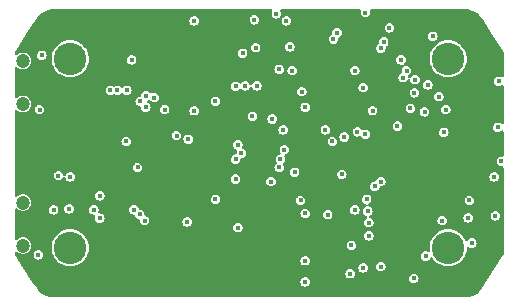
<source format=gbr>
%TF.GenerationSoftware,KiCad,Pcbnew,7.0.8*%
%TF.CreationDate,2024-05-11T17:50:23+02:00*%
%TF.ProjectId,Heptachron,48657074-6163-4687-926f-6e2e6b696361,rev?*%
%TF.SameCoordinates,Original*%
%TF.FileFunction,Copper,L3,Inr*%
%TF.FilePolarity,Positive*%
%FSLAX46Y46*%
G04 Gerber Fmt 4.6, Leading zero omitted, Abs format (unit mm)*
G04 Created by KiCad (PCBNEW 7.0.8) date 2024-05-11 17:50:23*
%MOMM*%
%LPD*%
G01*
G04 APERTURE LIST*
%TA.AperFunction,ComponentPad*%
%ADD10C,1.200000*%
%TD*%
%TA.AperFunction,ComponentPad*%
%ADD11C,2.750000*%
%TD*%
%TA.AperFunction,ViaPad*%
%ADD12C,0.400000*%
%TD*%
G04 APERTURE END LIST*
D10*
%TO.N,N/C*%
%TO.C,SW1*%
X128000000Y-96825000D03*
X128000000Y-93175000D03*
%TD*%
%TO.N,N/C*%
%TO.C,SW2*%
X128000000Y-108825000D03*
X128000000Y-105175000D03*
%TD*%
D11*
%TO.N,N/C*%
%TO.C,H1*%
X164000000Y-109000000D03*
%TD*%
%TO.N,N/C*%
%TO.C,H4*%
X132000000Y-93000000D03*
%TD*%
%TO.N,N/C*%
%TO.C,H3*%
X132000000Y-109000000D03*
%TD*%
%TO.N,N/C*%
%TO.C,H2*%
X164000000Y-93000000D03*
%TD*%
D12*
%TO.N,/LIGHT_EN*%
X147600000Y-89700000D03*
%TO.N,/CS2*%
X156800000Y-95444994D03*
%TO.N,/CS4*%
X155000000Y-102800000D03*
%TO.N,GND*%
X157600000Y-97400000D03*
X140000000Y-97300000D03*
%TO.N,/LED_EN*%
X165800000Y-105000000D03*
X135400000Y-95675000D03*
X163500000Y-106700000D03*
X147800000Y-95300000D03*
%TO.N,/STAT1*%
X167900000Y-103000000D03*
%TO.N,/STAT2*%
X168210500Y-98800000D03*
X162282677Y-95217325D03*
X156100000Y-94000000D03*
%TO.N,VCC*%
X157400000Y-92199996D03*
%TO.N,+BATT*%
X157000000Y-89100000D03*
%TO.N,+5V*%
X162700000Y-91100000D03*
%TO.N,/STAT1*%
X160003078Y-93100000D03*
X146600000Y-92525000D03*
%TO.N,/STAT2*%
X137200000Y-93100000D03*
X147700652Y-92060000D03*
%TO.N,/SW5*%
X141900000Y-106800000D03*
X149000000Y-103400000D03*
X150027331Y-99027301D03*
%TO.N,/CS6*%
X153600000Y-99017678D03*
%TO.N,GND*%
X151500000Y-105000000D03*
%TO.N,/CS3*%
X134500000Y-104600000D03*
X134000000Y-105800000D03*
X138300000Y-106700000D03*
%TO.N,GND*%
X130600000Y-105800000D03*
X134500000Y-106500000D03*
%TO.N,VCC*%
X141200000Y-106800000D03*
X142399992Y-99400000D03*
%TO.N,GND*%
X142500000Y-97400000D03*
X147423306Y-97869355D03*
%TO.N,/SCL*%
X155700000Y-111200000D03*
X136000000Y-95675000D03*
X146800000Y-95300000D03*
%TO.N,/SDA*%
X136800000Y-95675000D03*
X146000000Y-95340000D03*
%TO.N,/RTC_INT*%
X157276578Y-108000000D03*
%TO.N,/RTC_CLK*%
X157284576Y-106871471D03*
X159700000Y-98700000D03*
X158300000Y-103400000D03*
%TO.N,/SCL*%
X155800000Y-108800000D03*
%TO.N,/SDA*%
X156800000Y-110700000D03*
%TO.N,/LIGHT_IN*%
X149451015Y-89188837D03*
%TO.N,GND*%
X162000000Y-97500000D03*
%TO.N,VCC*%
X167000000Y-94800000D03*
%TO.N,GND*%
X168300000Y-94900000D03*
%TO.N,VCC*%
X167868101Y-96345846D03*
%TO.N,Net-(IC1-TS{slash}MR)*%
X160200000Y-94600000D03*
%TO.N,Net-(IC1-ILIM{slash}VSET)*%
X160475500Y-94000000D03*
X161194467Y-94772410D03*
%TO.N,+BATT*%
X154285280Y-91325092D03*
%TO.N,+5V*%
X154583811Y-90816189D03*
X158541483Y-91560000D03*
%TO.N,GND*%
X158300000Y-92100000D03*
X159028627Y-90373996D03*
X150600000Y-92000000D03*
X150300000Y-89800000D03*
X142500000Y-89800000D03*
X150800000Y-94000000D03*
X149700000Y-93900000D03*
X139101946Y-96282715D03*
X129600000Y-92700000D03*
X151900000Y-111881922D03*
X151900000Y-110100000D03*
X158300000Y-110600000D03*
X162100000Y-109700000D03*
%TO.N,VCC*%
X162066208Y-107311538D03*
X159150000Y-107950000D03*
%TO.N,/SCL*%
X166000000Y-108600000D03*
X165700000Y-106475000D03*
%TO.N,VCC*%
X168000000Y-108900000D03*
X166500000Y-111700000D03*
%TO.N,GND*%
X161100000Y-111600000D03*
%TO.N,/BU1*%
X129300000Y-109600000D03*
X129400000Y-97300000D03*
X168500000Y-101700000D03*
%TO.N,/BU2*%
X168000000Y-106300000D03*
%TO.N,/CS8*%
X149700000Y-102200000D03*
%TO.N,/CS7*%
X150125000Y-100700000D03*
%TO.N,/CS6*%
X153800000Y-106200000D03*
%TO.N,/SW4*%
X137700000Y-102200000D03*
%TO.N,/SW1*%
X163800000Y-97300000D03*
X163200000Y-96209500D03*
X144300000Y-96600000D03*
%TO.N,/CS1*%
X137883456Y-106182155D03*
X137917681Y-96617674D03*
%TO.N,/CS2*%
X137396071Y-105788927D03*
%TO.N,/CS3*%
X146200000Y-107300000D03*
X144300000Y-104900000D03*
%TO.N,/CS6*%
X151600000Y-95785000D03*
X151900000Y-97100000D03*
%TO.N,/SW2*%
X156315000Y-99185000D03*
X154200000Y-100000000D03*
%TO.N,/CS3*%
X157785000Y-103800000D03*
X157200000Y-105900000D03*
%TO.N,/CS7*%
X163641319Y-99224033D03*
%TO.N,/CS2*%
X136740000Y-100000000D03*
X157000000Y-99390865D03*
%TO.N,/CS7*%
X155200000Y-99624500D03*
%TO.N,/SW2*%
X146500000Y-101000000D03*
%TO.N,/CS5*%
X151900000Y-106100000D03*
X151000000Y-102600000D03*
X149800000Y-101500000D03*
X132000000Y-103000000D03*
%TO.N,/CS7*%
X141982805Y-99817195D03*
X141000000Y-99500000D03*
%TO.N,/CS5*%
X156100000Y-105800008D03*
X131000000Y-102900000D03*
X157100000Y-104900000D03*
X131900000Y-105700000D03*
%TO.N,/CS6*%
X138417678Y-96117678D03*
X138400000Y-97100000D03*
X161140959Y-95884994D03*
X160800000Y-97200000D03*
%TO.N,/CS1*%
X149099996Y-98100000D03*
%TO.N,/SW3*%
X146000000Y-101500000D03*
%TO.N,/CS3*%
X146000000Y-103185006D03*
%TO.N,/CS2*%
X146200000Y-100300000D03*
%TD*%
%TA.AperFunction,Conductor*%
%TO.N,VCC*%
G36*
X149064081Y-88820185D02*
G01*
X149109836Y-88872989D01*
X149119780Y-88942147D01*
X149107528Y-88980791D01*
X149092850Y-89009599D01*
X149065367Y-89063536D01*
X149045523Y-89188833D01*
X149045523Y-89188840D01*
X149065367Y-89314137D01*
X149065367Y-89314138D01*
X149083820Y-89350354D01*
X149122965Y-89427179D01*
X149122967Y-89427181D01*
X149122969Y-89427184D01*
X149212667Y-89516882D01*
X149212669Y-89516883D01*
X149212673Y-89516887D01*
X149325711Y-89574483D01*
X149325712Y-89574483D01*
X149325714Y-89574484D01*
X149451012Y-89594329D01*
X149451015Y-89594329D01*
X149451018Y-89594329D01*
X149576315Y-89574484D01*
X149576316Y-89574484D01*
X149576317Y-89574483D01*
X149576319Y-89574483D01*
X149689357Y-89516887D01*
X149758432Y-89447811D01*
X149787328Y-89432033D01*
X149794417Y-89397047D01*
X149836661Y-89314141D01*
X149836661Y-89314139D01*
X149836662Y-89314137D01*
X149856507Y-89188840D01*
X149856507Y-89188833D01*
X149836662Y-89063536D01*
X149836661Y-89063534D01*
X149836661Y-89063533D01*
X149794502Y-88980792D01*
X149781607Y-88912126D01*
X149807883Y-88847386D01*
X149864989Y-88807128D01*
X149904988Y-88800500D01*
X156500762Y-88800500D01*
X156567801Y-88820185D01*
X156613556Y-88872989D01*
X156623500Y-88942147D01*
X156616237Y-88965049D01*
X156617369Y-88965417D01*
X156614352Y-88974699D01*
X156594508Y-89099996D01*
X156594508Y-89100003D01*
X156614352Y-89225300D01*
X156614352Y-89225301D01*
X156630570Y-89257129D01*
X156671950Y-89338342D01*
X156671952Y-89338344D01*
X156671954Y-89338347D01*
X156761652Y-89428045D01*
X156761654Y-89428046D01*
X156761658Y-89428050D01*
X156874696Y-89485646D01*
X156874697Y-89485646D01*
X156874699Y-89485647D01*
X156999997Y-89505492D01*
X157000000Y-89505492D01*
X157000003Y-89505492D01*
X157125300Y-89485647D01*
X157125301Y-89485647D01*
X157125302Y-89485646D01*
X157125304Y-89485646D01*
X157238342Y-89428050D01*
X157328050Y-89338342D01*
X157385646Y-89225304D01*
X157385646Y-89225302D01*
X157385647Y-89225301D01*
X157385647Y-89225300D01*
X157405492Y-89100003D01*
X157405492Y-89099996D01*
X157385647Y-88974699D01*
X157382631Y-88965417D01*
X157385680Y-88964425D01*
X157375856Y-88912136D01*
X157402127Y-88847393D01*
X157459230Y-88807132D01*
X157499238Y-88800500D01*
X165375690Y-88800500D01*
X165375693Y-88800501D01*
X165421357Y-88800500D01*
X165425199Y-88800619D01*
X165630779Y-88813450D01*
X165638440Y-88814410D01*
X165838926Y-88852349D01*
X165846410Y-88854255D01*
X166040619Y-88916833D01*
X166047784Y-88919646D01*
X166113928Y-88950495D01*
X166232701Y-89005891D01*
X166239492Y-89009590D01*
X166412234Y-89118153D01*
X166418506Y-89122662D01*
X166445819Y-89145011D01*
X166576409Y-89251869D01*
X166582077Y-89257129D01*
X166582086Y-89257138D01*
X166722688Y-89404971D01*
X166727645Y-89410881D01*
X166772702Y-89471950D01*
X166849818Y-89576473D01*
X166852015Y-89579654D01*
X167825035Y-91086750D01*
X168641787Y-92351805D01*
X168641788Y-92351806D01*
X168665188Y-92388050D01*
X168665993Y-92389297D01*
X168668965Y-92394422D01*
X168679641Y-92415043D01*
X168688465Y-92436995D01*
X168692507Y-92450708D01*
X168697000Y-92473933D01*
X168699217Y-92497055D01*
X168699500Y-92502975D01*
X168699500Y-94451714D01*
X168679815Y-94518753D01*
X168627011Y-94564508D01*
X168557853Y-94574452D01*
X168519205Y-94562199D01*
X168425300Y-94514352D01*
X168300003Y-94494508D01*
X168299997Y-94494508D01*
X168174699Y-94514352D01*
X168174698Y-94514352D01*
X168099337Y-94552751D01*
X168061658Y-94571950D01*
X168061657Y-94571951D01*
X168061652Y-94571954D01*
X167971954Y-94661652D01*
X167971951Y-94661657D01*
X167914352Y-94774698D01*
X167914352Y-94774699D01*
X167894508Y-94899996D01*
X167894508Y-94900003D01*
X167914352Y-95025300D01*
X167914352Y-95025301D01*
X167914354Y-95025304D01*
X167971950Y-95138342D01*
X167971952Y-95138344D01*
X167971954Y-95138347D01*
X168061652Y-95228045D01*
X168061654Y-95228046D01*
X168061658Y-95228050D01*
X168174696Y-95285646D01*
X168174697Y-95285646D01*
X168174699Y-95285647D01*
X168299997Y-95305492D01*
X168300000Y-95305492D01*
X168300003Y-95305492D01*
X168425300Y-95285647D01*
X168425302Y-95285646D01*
X168425304Y-95285646D01*
X168425936Y-95285324D01*
X168519205Y-95237801D01*
X168587874Y-95224904D01*
X168652614Y-95251180D01*
X168692872Y-95308286D01*
X168699500Y-95348285D01*
X168699500Y-98423245D01*
X168679815Y-98490284D01*
X168627011Y-98536039D01*
X168557853Y-98545983D01*
X168494297Y-98516958D01*
X168487819Y-98510926D01*
X168448847Y-98471954D01*
X168448844Y-98471952D01*
X168448842Y-98471950D01*
X168335804Y-98414354D01*
X168335803Y-98414353D01*
X168335800Y-98414352D01*
X168210503Y-98394508D01*
X168210497Y-98394508D01*
X168085199Y-98414352D01*
X168085198Y-98414352D01*
X168009837Y-98452751D01*
X167972158Y-98471950D01*
X167972157Y-98471951D01*
X167972152Y-98471954D01*
X167882454Y-98561652D01*
X167882451Y-98561657D01*
X167882450Y-98561658D01*
X167863251Y-98599337D01*
X167824852Y-98674698D01*
X167824852Y-98674699D01*
X167805008Y-98799996D01*
X167805008Y-98800003D01*
X167824852Y-98925300D01*
X167824852Y-98925301D01*
X167835731Y-98946652D01*
X167882450Y-99038342D01*
X167882452Y-99038344D01*
X167882454Y-99038347D01*
X167972152Y-99128045D01*
X167972154Y-99128046D01*
X167972158Y-99128050D01*
X168085196Y-99185646D01*
X168085197Y-99185646D01*
X168085199Y-99185647D01*
X168210497Y-99205492D01*
X168210500Y-99205492D01*
X168210503Y-99205492D01*
X168335800Y-99185647D01*
X168335801Y-99185647D01*
X168335802Y-99185646D01*
X168335804Y-99185646D01*
X168448842Y-99128050D01*
X168462540Y-99114352D01*
X168487819Y-99089074D01*
X168549142Y-99055589D01*
X168618834Y-99060573D01*
X168674767Y-99102445D01*
X168699184Y-99167909D01*
X168699500Y-99176755D01*
X168699500Y-101180920D01*
X168679815Y-101247959D01*
X168627011Y-101293714D01*
X168557853Y-101303658D01*
X168556103Y-101303393D01*
X168500003Y-101294508D01*
X168499997Y-101294508D01*
X168374699Y-101314352D01*
X168374698Y-101314352D01*
X168300502Y-101352158D01*
X168261658Y-101371950D01*
X168261657Y-101371951D01*
X168261652Y-101371954D01*
X168171954Y-101461652D01*
X168171951Y-101461657D01*
X168114352Y-101574698D01*
X168114352Y-101574699D01*
X168094508Y-101699996D01*
X168094508Y-101700003D01*
X168114352Y-101825300D01*
X168114352Y-101825301D01*
X168115752Y-101828048D01*
X168171950Y-101938342D01*
X168171952Y-101938344D01*
X168171954Y-101938347D01*
X168261652Y-102028045D01*
X168261654Y-102028046D01*
X168261658Y-102028050D01*
X168374696Y-102085646D01*
X168374697Y-102085646D01*
X168374699Y-102085647D01*
X168499997Y-102105492D01*
X168500000Y-102105492D01*
X168556102Y-102096606D01*
X168625394Y-102105560D01*
X168678847Y-102150556D01*
X168699487Y-102217307D01*
X168699500Y-102219079D01*
X168699500Y-109497037D01*
X168699218Y-109502940D01*
X168697920Y-109516482D01*
X168697001Y-109526067D01*
X168692508Y-109549287D01*
X168688466Y-109563001D01*
X168679641Y-109584957D01*
X168668971Y-109605567D01*
X168665999Y-109610692D01*
X168641788Y-109648193D01*
X166880452Y-112376298D01*
X166880451Y-112376300D01*
X166852119Y-112420182D01*
X166849922Y-112423363D01*
X166727638Y-112589106D01*
X166722668Y-112595031D01*
X166582070Y-112742861D01*
X166576401Y-112748122D01*
X166418504Y-112877322D01*
X166412226Y-112881836D01*
X166239483Y-112990400D01*
X166232692Y-112994099D01*
X166047789Y-113080336D01*
X166040591Y-113083161D01*
X165943502Y-113114445D01*
X165846413Y-113145729D01*
X165838919Y-113147638D01*
X165638447Y-113185575D01*
X165630773Y-113186536D01*
X165425005Y-113199379D01*
X165421142Y-113199499D01*
X165365705Y-113199499D01*
X165365693Y-113199500D01*
X130634307Y-113199500D01*
X130634295Y-113199499D01*
X130578642Y-113199499D01*
X130574779Y-113199379D01*
X130369225Y-113186549D01*
X130361551Y-113185588D01*
X130161078Y-113147651D01*
X130153584Y-113145742D01*
X130102988Y-113129439D01*
X129959389Y-113083169D01*
X129952205Y-113080349D01*
X129767298Y-112994108D01*
X129760507Y-112990409D01*
X129587765Y-112881846D01*
X129581490Y-112877335D01*
X129480856Y-112794990D01*
X129423589Y-112748130D01*
X129417921Y-112742870D01*
X129277311Y-112595028D01*
X129272353Y-112589118D01*
X129150170Y-112423512D01*
X129147990Y-112420355D01*
X128800366Y-111881925D01*
X151494508Y-111881925D01*
X151514352Y-112007222D01*
X151514352Y-112007223D01*
X151514354Y-112007226D01*
X151571950Y-112120264D01*
X151571952Y-112120266D01*
X151571954Y-112120269D01*
X151661652Y-112209967D01*
X151661654Y-112209968D01*
X151661658Y-112209972D01*
X151774696Y-112267568D01*
X151774697Y-112267568D01*
X151774699Y-112267569D01*
X151899997Y-112287414D01*
X151900000Y-112287414D01*
X151900003Y-112287414D01*
X152025300Y-112267569D01*
X152025301Y-112267569D01*
X152025302Y-112267568D01*
X152025304Y-112267568D01*
X152138342Y-112209972D01*
X152228050Y-112120264D01*
X152285646Y-112007226D01*
X152285646Y-112007224D01*
X152285647Y-112007223D01*
X152285647Y-112007222D01*
X152305492Y-111881925D01*
X152305492Y-111881918D01*
X152285647Y-111756621D01*
X152285647Y-111756620D01*
X152285646Y-111756618D01*
X152228050Y-111643580D01*
X152228046Y-111643576D01*
X152228045Y-111643574D01*
X152138347Y-111553876D01*
X152138344Y-111553874D01*
X152138342Y-111553872D01*
X152025304Y-111496276D01*
X152025303Y-111496275D01*
X152025300Y-111496274D01*
X151900003Y-111476430D01*
X151899997Y-111476430D01*
X151774699Y-111496274D01*
X151774698Y-111496274D01*
X151712346Y-111528045D01*
X151661658Y-111553872D01*
X151661657Y-111553873D01*
X151661652Y-111553876D01*
X151571954Y-111643574D01*
X151571951Y-111643579D01*
X151514352Y-111756620D01*
X151514352Y-111756621D01*
X151494508Y-111881918D01*
X151494508Y-111881925D01*
X128800366Y-111881925D01*
X128464468Y-111361658D01*
X128360099Y-111200003D01*
X155294508Y-111200003D01*
X155314352Y-111325300D01*
X155314352Y-111325301D01*
X155314354Y-111325304D01*
X155371950Y-111438342D01*
X155371952Y-111438344D01*
X155371954Y-111438347D01*
X155461652Y-111528045D01*
X155461654Y-111528046D01*
X155461658Y-111528050D01*
X155574696Y-111585646D01*
X155574697Y-111585646D01*
X155574699Y-111585647D01*
X155699997Y-111605492D01*
X155700000Y-111605492D01*
X155700003Y-111605492D01*
X155734659Y-111600003D01*
X160694508Y-111600003D01*
X160714352Y-111725300D01*
X160714352Y-111725301D01*
X160714354Y-111725304D01*
X160771950Y-111838342D01*
X160771952Y-111838344D01*
X160771954Y-111838347D01*
X160861652Y-111928045D01*
X160861654Y-111928046D01*
X160861658Y-111928050D01*
X160974696Y-111985646D01*
X160974697Y-111985646D01*
X160974699Y-111985647D01*
X161099997Y-112005492D01*
X161100000Y-112005492D01*
X161100003Y-112005492D01*
X161225300Y-111985647D01*
X161225301Y-111985647D01*
X161225302Y-111985646D01*
X161225304Y-111985646D01*
X161338342Y-111928050D01*
X161428050Y-111838342D01*
X161485646Y-111725304D01*
X161485646Y-111725302D01*
X161485647Y-111725301D01*
X161485647Y-111725300D01*
X161505492Y-111600003D01*
X161505492Y-111599996D01*
X161485647Y-111474699D01*
X161485647Y-111474698D01*
X161467125Y-111438347D01*
X161428050Y-111361658D01*
X161428046Y-111361654D01*
X161428045Y-111361652D01*
X161338347Y-111271954D01*
X161338344Y-111271952D01*
X161338342Y-111271950D01*
X161225304Y-111214354D01*
X161225303Y-111214353D01*
X161225300Y-111214352D01*
X161100003Y-111194508D01*
X161099997Y-111194508D01*
X160974699Y-111214352D01*
X160974698Y-111214352D01*
X160899337Y-111252751D01*
X160861658Y-111271950D01*
X160861657Y-111271951D01*
X160861652Y-111271954D01*
X160771954Y-111361652D01*
X160771951Y-111361657D01*
X160714352Y-111474698D01*
X160714352Y-111474699D01*
X160694508Y-111599996D01*
X160694508Y-111600003D01*
X155734659Y-111600003D01*
X155825300Y-111585647D01*
X155825301Y-111585647D01*
X155825302Y-111585646D01*
X155825304Y-111585646D01*
X155938342Y-111528050D01*
X156028050Y-111438342D01*
X156085646Y-111325304D01*
X156085646Y-111325302D01*
X156085647Y-111325301D01*
X156085647Y-111325300D01*
X156105492Y-111200003D01*
X156105492Y-111199996D01*
X156085647Y-111074699D01*
X156085647Y-111074698D01*
X156085646Y-111074696D01*
X156028050Y-110961658D01*
X156028046Y-110961654D01*
X156028045Y-110961652D01*
X155938347Y-110871954D01*
X155938344Y-110871952D01*
X155938342Y-110871950D01*
X155825304Y-110814354D01*
X155825303Y-110814353D01*
X155825300Y-110814352D01*
X155700003Y-110794508D01*
X155699997Y-110794508D01*
X155574699Y-110814352D01*
X155574698Y-110814352D01*
X155527607Y-110838347D01*
X155461658Y-110871950D01*
X155461657Y-110871951D01*
X155461652Y-110871954D01*
X155371954Y-110961652D01*
X155371951Y-110961657D01*
X155371950Y-110961658D01*
X155359727Y-110985647D01*
X155314352Y-111074698D01*
X155314352Y-111074699D01*
X155294508Y-111199996D01*
X155294508Y-111200003D01*
X128360099Y-111200003D01*
X128037286Y-110700003D01*
X156394508Y-110700003D01*
X156414352Y-110825300D01*
X156414352Y-110825301D01*
X156432805Y-110861517D01*
X156471950Y-110938342D01*
X156471952Y-110938344D01*
X156471954Y-110938347D01*
X156561652Y-111028045D01*
X156561654Y-111028046D01*
X156561658Y-111028050D01*
X156674696Y-111085646D01*
X156674697Y-111085646D01*
X156674699Y-111085647D01*
X156799997Y-111105492D01*
X156800000Y-111105492D01*
X156800003Y-111105492D01*
X156925300Y-111085647D01*
X156925301Y-111085647D01*
X156925302Y-111085646D01*
X156925304Y-111085646D01*
X157038342Y-111028050D01*
X157128050Y-110938342D01*
X157185646Y-110825304D01*
X157185646Y-110825302D01*
X157185647Y-110825301D01*
X157185647Y-110825300D01*
X157205492Y-110700003D01*
X157205492Y-110699996D01*
X157189655Y-110600003D01*
X157894508Y-110600003D01*
X157914352Y-110725300D01*
X157914352Y-110725301D01*
X157914354Y-110725304D01*
X157971950Y-110838342D01*
X157971952Y-110838344D01*
X157971954Y-110838347D01*
X158061652Y-110928045D01*
X158061654Y-110928046D01*
X158061658Y-110928050D01*
X158174696Y-110985646D01*
X158174697Y-110985646D01*
X158174699Y-110985647D01*
X158299997Y-111005492D01*
X158300000Y-111005492D01*
X158300003Y-111005492D01*
X158425300Y-110985647D01*
X158425301Y-110985647D01*
X158425302Y-110985646D01*
X158425304Y-110985646D01*
X158538342Y-110928050D01*
X158628050Y-110838342D01*
X158685646Y-110725304D01*
X158685646Y-110725302D01*
X158685647Y-110725301D01*
X158685647Y-110725300D01*
X158705492Y-110600003D01*
X158705492Y-110599996D01*
X158685647Y-110474699D01*
X158685647Y-110474698D01*
X158679000Y-110461652D01*
X158628050Y-110361658D01*
X158628046Y-110361654D01*
X158628045Y-110361652D01*
X158538347Y-110271954D01*
X158538344Y-110271952D01*
X158538342Y-110271950D01*
X158425304Y-110214354D01*
X158425303Y-110214353D01*
X158425300Y-110214352D01*
X158300003Y-110194508D01*
X158299997Y-110194508D01*
X158174699Y-110214352D01*
X158174698Y-110214352D01*
X158099337Y-110252751D01*
X158061658Y-110271950D01*
X158061657Y-110271951D01*
X158061652Y-110271954D01*
X157971954Y-110361652D01*
X157971951Y-110361657D01*
X157971950Y-110361658D01*
X157966704Y-110371954D01*
X157914352Y-110474698D01*
X157914352Y-110474699D01*
X157894508Y-110599996D01*
X157894508Y-110600003D01*
X157189655Y-110600003D01*
X157185647Y-110574699D01*
X157185647Y-110574698D01*
X157178624Y-110560915D01*
X157128050Y-110461658D01*
X157128046Y-110461654D01*
X157128045Y-110461652D01*
X157038347Y-110371954D01*
X157038344Y-110371952D01*
X157038342Y-110371950D01*
X156925304Y-110314354D01*
X156925303Y-110314353D01*
X156925300Y-110314352D01*
X156800003Y-110294508D01*
X156799997Y-110294508D01*
X156674699Y-110314352D01*
X156674698Y-110314352D01*
X156627607Y-110338347D01*
X156561658Y-110371950D01*
X156561657Y-110371951D01*
X156561652Y-110371954D01*
X156471954Y-110461652D01*
X156471951Y-110461657D01*
X156471950Y-110461658D01*
X156459727Y-110485647D01*
X156414352Y-110574698D01*
X156414352Y-110574699D01*
X156394508Y-110699996D01*
X156394508Y-110700003D01*
X128037286Y-110700003D01*
X127336915Y-109615207D01*
X127334000Y-109610692D01*
X127331035Y-109605578D01*
X127328149Y-109600003D01*
X128894508Y-109600003D01*
X128914352Y-109725300D01*
X128914352Y-109725301D01*
X128914354Y-109725304D01*
X128971950Y-109838342D01*
X128971952Y-109838344D01*
X128971954Y-109838347D01*
X129061652Y-109928045D01*
X129061654Y-109928046D01*
X129061658Y-109928050D01*
X129174696Y-109985646D01*
X129174697Y-109985646D01*
X129174699Y-109985647D01*
X129299997Y-110005492D01*
X129300000Y-110005492D01*
X129300003Y-110005492D01*
X129425300Y-109985647D01*
X129425301Y-109985647D01*
X129425302Y-109985646D01*
X129425304Y-109985646D01*
X129538342Y-109928050D01*
X129628050Y-109838342D01*
X129685646Y-109725304D01*
X129685646Y-109725302D01*
X129685647Y-109725301D01*
X129685647Y-109725300D01*
X129705492Y-109600003D01*
X129705492Y-109599996D01*
X129685647Y-109474699D01*
X129685647Y-109474698D01*
X129674288Y-109452405D01*
X129628050Y-109361658D01*
X129628046Y-109361654D01*
X129628045Y-109361652D01*
X129538347Y-109271954D01*
X129538344Y-109271952D01*
X129538342Y-109271950D01*
X129425304Y-109214354D01*
X129425303Y-109214353D01*
X129425300Y-109214352D01*
X129300003Y-109194508D01*
X129299997Y-109194508D01*
X129174699Y-109214352D01*
X129174698Y-109214352D01*
X129110183Y-109247225D01*
X129061658Y-109271950D01*
X129061657Y-109271951D01*
X129061652Y-109271954D01*
X128971954Y-109361652D01*
X128971951Y-109361657D01*
X128971950Y-109361658D01*
X128966704Y-109371954D01*
X128914352Y-109474698D01*
X128914352Y-109474699D01*
X128894508Y-109599996D01*
X128894508Y-109600003D01*
X127328149Y-109600003D01*
X127320358Y-109584956D01*
X127311536Y-109563009D01*
X127307490Y-109549283D01*
X127302999Y-109526069D01*
X127300783Y-109502940D01*
X127300500Y-109497022D01*
X127300500Y-109416671D01*
X127320185Y-109349632D01*
X127372989Y-109303877D01*
X127442147Y-109293933D01*
X127505703Y-109322958D01*
X127506592Y-109323737D01*
X127599148Y-109405734D01*
X127674461Y-109445262D01*
X127730546Y-109474698D01*
X127749775Y-109484790D01*
X127914944Y-109525500D01*
X128085056Y-109525500D01*
X128250225Y-109484790D01*
X128380014Y-109416671D01*
X128400849Y-109405736D01*
X128400850Y-109405734D01*
X128400852Y-109405734D01*
X128528183Y-109292929D01*
X128624818Y-109152930D01*
X128682816Y-109000000D01*
X130419628Y-109000000D01*
X130439085Y-109247228D01*
X130496976Y-109488362D01*
X130591877Y-109717474D01*
X130721450Y-109928916D01*
X130721453Y-109928921D01*
X130769901Y-109985646D01*
X130882508Y-110117492D01*
X130995917Y-110214352D01*
X131071078Y-110278546D01*
X131071083Y-110278549D01*
X131282525Y-110408122D01*
X131511637Y-110503023D01*
X131718567Y-110552702D01*
X131752775Y-110560915D01*
X132000000Y-110580372D01*
X132247225Y-110560915D01*
X132488362Y-110503023D01*
X132717474Y-110408122D01*
X132928919Y-110278548D01*
X133117492Y-110117492D01*
X133132429Y-110100003D01*
X151494508Y-110100003D01*
X151514352Y-110225300D01*
X151514352Y-110225301D01*
X151514354Y-110225304D01*
X151571950Y-110338342D01*
X151571952Y-110338344D01*
X151571954Y-110338347D01*
X151661652Y-110428045D01*
X151661654Y-110428046D01*
X151661658Y-110428050D01*
X151774696Y-110485646D01*
X151774697Y-110485646D01*
X151774699Y-110485647D01*
X151899997Y-110505492D01*
X151900000Y-110505492D01*
X151900003Y-110505492D01*
X152025300Y-110485647D01*
X152025301Y-110485647D01*
X152025302Y-110485646D01*
X152025304Y-110485646D01*
X152138342Y-110428050D01*
X152228050Y-110338342D01*
X152285646Y-110225304D01*
X152285646Y-110225302D01*
X152285647Y-110225301D01*
X152285647Y-110225300D01*
X152305492Y-110100003D01*
X152305492Y-110099996D01*
X152285647Y-109974699D01*
X152285647Y-109974698D01*
X152267123Y-109938343D01*
X152228050Y-109861658D01*
X152228046Y-109861654D01*
X152228045Y-109861652D01*
X152138347Y-109771954D01*
X152138344Y-109771952D01*
X152138342Y-109771950D01*
X152025304Y-109714354D01*
X152025303Y-109714353D01*
X152025300Y-109714352D01*
X151934699Y-109700003D01*
X161694508Y-109700003D01*
X161714352Y-109825300D01*
X161714352Y-109825301D01*
X161732319Y-109860563D01*
X161771950Y-109938342D01*
X161771952Y-109938344D01*
X161771954Y-109938347D01*
X161861652Y-110028045D01*
X161861654Y-110028046D01*
X161861658Y-110028050D01*
X161974696Y-110085646D01*
X161974697Y-110085646D01*
X161974699Y-110085647D01*
X162099997Y-110105492D01*
X162100000Y-110105492D01*
X162100003Y-110105492D01*
X162225300Y-110085647D01*
X162225301Y-110085647D01*
X162225302Y-110085646D01*
X162225304Y-110085646D01*
X162338342Y-110028050D01*
X162428050Y-109938342D01*
X162463353Y-109869055D01*
X162511325Y-109818262D01*
X162579146Y-109801467D01*
X162645281Y-109824004D01*
X162679561Y-109860560D01*
X162721452Y-109928919D01*
X162721453Y-109928921D01*
X162721455Y-109928923D01*
X162729504Y-109938347D01*
X162882508Y-110117492D01*
X162995917Y-110214352D01*
X163071078Y-110278546D01*
X163071083Y-110278549D01*
X163282525Y-110408122D01*
X163511637Y-110503023D01*
X163718567Y-110552702D01*
X163752775Y-110560915D01*
X164000000Y-110580372D01*
X164247225Y-110560915D01*
X164488362Y-110503023D01*
X164717474Y-110408122D01*
X164928919Y-110278548D01*
X165117492Y-110117492D01*
X165278548Y-109928919D01*
X165408122Y-109717474D01*
X165503023Y-109488362D01*
X165560915Y-109247225D01*
X165578245Y-109027020D01*
X165603129Y-108961734D01*
X165659360Y-108920263D01*
X165729086Y-108915776D01*
X165758158Y-108926266D01*
X165761656Y-108928048D01*
X165761658Y-108928050D01*
X165874696Y-108985646D01*
X165874697Y-108985646D01*
X165874699Y-108985647D01*
X165999997Y-109005492D01*
X166000000Y-109005492D01*
X166000003Y-109005492D01*
X166125300Y-108985647D01*
X166125301Y-108985647D01*
X166125302Y-108985646D01*
X166125304Y-108985646D01*
X166238342Y-108928050D01*
X166328050Y-108838342D01*
X166385646Y-108725304D01*
X166385646Y-108725302D01*
X166385647Y-108725301D01*
X166385647Y-108725300D01*
X166405492Y-108600003D01*
X166405492Y-108599996D01*
X166385647Y-108474699D01*
X166385647Y-108474698D01*
X166384247Y-108471950D01*
X166328050Y-108361658D01*
X166328046Y-108361654D01*
X166328045Y-108361652D01*
X166238347Y-108271954D01*
X166238344Y-108271952D01*
X166238342Y-108271950D01*
X166125304Y-108214354D01*
X166125303Y-108214353D01*
X166125300Y-108214352D01*
X166000003Y-108194508D01*
X165999997Y-108194508D01*
X165874699Y-108214352D01*
X165874698Y-108214352D01*
X165799337Y-108252751D01*
X165761658Y-108271950D01*
X165761657Y-108271951D01*
X165761652Y-108271954D01*
X165671954Y-108361652D01*
X165671950Y-108361657D01*
X165666617Y-108372125D01*
X165618641Y-108422920D01*
X165550820Y-108439714D01*
X165484685Y-108417175D01*
X165441572Y-108363281D01*
X165408122Y-108282525D01*
X165278549Y-108071083D01*
X165278546Y-108071078D01*
X165217836Y-107999996D01*
X165117492Y-107882508D01*
X165014399Y-107794458D01*
X164928921Y-107721453D01*
X164928916Y-107721450D01*
X164717474Y-107591877D01*
X164488362Y-107496976D01*
X164247228Y-107439085D01*
X164000000Y-107419628D01*
X163752771Y-107439085D01*
X163511637Y-107496976D01*
X163282525Y-107591877D01*
X163071083Y-107721450D01*
X163071078Y-107721453D01*
X162882508Y-107882508D01*
X162721453Y-108071078D01*
X162721450Y-108071083D01*
X162591877Y-108282525D01*
X162496976Y-108511637D01*
X162439085Y-108752771D01*
X162422640Y-108961734D01*
X162419628Y-109000000D01*
X162436147Y-109209901D01*
X162421784Y-109278277D01*
X162372733Y-109328034D01*
X162304567Y-109343373D01*
X162256236Y-109330114D01*
X162225304Y-109314353D01*
X162225300Y-109314352D01*
X162100003Y-109294508D01*
X162099997Y-109294508D01*
X161974699Y-109314352D01*
X161974698Y-109314352D01*
X161917743Y-109343373D01*
X161861658Y-109371950D01*
X161861657Y-109371951D01*
X161861652Y-109371954D01*
X161771954Y-109461652D01*
X161771951Y-109461657D01*
X161771950Y-109461658D01*
X161760164Y-109484789D01*
X161714352Y-109574698D01*
X161714352Y-109574699D01*
X161694508Y-109699996D01*
X161694508Y-109700003D01*
X151934699Y-109700003D01*
X151900003Y-109694508D01*
X151899997Y-109694508D01*
X151774699Y-109714352D01*
X151774698Y-109714352D01*
X151699337Y-109752751D01*
X151661658Y-109771950D01*
X151661657Y-109771951D01*
X151661652Y-109771954D01*
X151571954Y-109861652D01*
X151571951Y-109861657D01*
X151571950Y-109861658D01*
X151559593Y-109885910D01*
X151514352Y-109974698D01*
X151514352Y-109974699D01*
X151494508Y-110099996D01*
X151494508Y-110100003D01*
X133132429Y-110100003D01*
X133278548Y-109928919D01*
X133408122Y-109717474D01*
X133503023Y-109488362D01*
X133560915Y-109247225D01*
X133580372Y-109000000D01*
X133564632Y-108800003D01*
X155394508Y-108800003D01*
X155414352Y-108925300D01*
X155414352Y-108925301D01*
X155415752Y-108928048D01*
X155471950Y-109038342D01*
X155471952Y-109038344D01*
X155471954Y-109038347D01*
X155561652Y-109128045D01*
X155561654Y-109128046D01*
X155561658Y-109128050D01*
X155674696Y-109185646D01*
X155674697Y-109185646D01*
X155674699Y-109185647D01*
X155799997Y-109205492D01*
X155800000Y-109205492D01*
X155800003Y-109205492D01*
X155925300Y-109185647D01*
X155925301Y-109185647D01*
X155925302Y-109185646D01*
X155925304Y-109185646D01*
X156038342Y-109128050D01*
X156128050Y-109038342D01*
X156185646Y-108925304D01*
X156185646Y-108925302D01*
X156185647Y-108925301D01*
X156185647Y-108925300D01*
X156205492Y-108800003D01*
X156205492Y-108799996D01*
X156185647Y-108674699D01*
X156185647Y-108674698D01*
X156176185Y-108656128D01*
X156128050Y-108561658D01*
X156128046Y-108561654D01*
X156128045Y-108561652D01*
X156038347Y-108471954D01*
X156038344Y-108471952D01*
X156038342Y-108471950D01*
X155925304Y-108414354D01*
X155925303Y-108414353D01*
X155925300Y-108414352D01*
X155800003Y-108394508D01*
X155799997Y-108394508D01*
X155674699Y-108414352D01*
X155674698Y-108414352D01*
X155624924Y-108439714D01*
X155561658Y-108471950D01*
X155561657Y-108471951D01*
X155561652Y-108471954D01*
X155471954Y-108561652D01*
X155471951Y-108561657D01*
X155414352Y-108674698D01*
X155414352Y-108674699D01*
X155394508Y-108799996D01*
X155394508Y-108800003D01*
X133564632Y-108800003D01*
X133560915Y-108752775D01*
X133515032Y-108561657D01*
X133503023Y-108511637D01*
X133408122Y-108282525D01*
X133278549Y-108071083D01*
X133278546Y-108071078D01*
X133217842Y-108000003D01*
X156871086Y-108000003D01*
X156890930Y-108125300D01*
X156890930Y-108125301D01*
X156890932Y-108125304D01*
X156948528Y-108238342D01*
X156948530Y-108238344D01*
X156948532Y-108238347D01*
X157038230Y-108328045D01*
X157038232Y-108328046D01*
X157038236Y-108328050D01*
X157151274Y-108385646D01*
X157151275Y-108385646D01*
X157151277Y-108385647D01*
X157276575Y-108405492D01*
X157276578Y-108405492D01*
X157276581Y-108405492D01*
X157401878Y-108385647D01*
X157401879Y-108385647D01*
X157401880Y-108385646D01*
X157401882Y-108385646D01*
X157514920Y-108328050D01*
X157604628Y-108238342D01*
X157662224Y-108125304D01*
X157662224Y-108125302D01*
X157662225Y-108125301D01*
X157662225Y-108125300D01*
X157682070Y-108000003D01*
X157682070Y-107999996D01*
X157662225Y-107874699D01*
X157662225Y-107874698D01*
X157662224Y-107874696D01*
X157604628Y-107761658D01*
X157604624Y-107761654D01*
X157604623Y-107761652D01*
X157514925Y-107671954D01*
X157514922Y-107671952D01*
X157514920Y-107671950D01*
X157401882Y-107614354D01*
X157401881Y-107614353D01*
X157401878Y-107614352D01*
X157276581Y-107594508D01*
X157276575Y-107594508D01*
X157151277Y-107614352D01*
X157151276Y-107614352D01*
X157075915Y-107652751D01*
X157038236Y-107671950D01*
X157038235Y-107671951D01*
X157038230Y-107671954D01*
X156948532Y-107761652D01*
X156948529Y-107761657D01*
X156890930Y-107874698D01*
X156890930Y-107874699D01*
X156871086Y-107999996D01*
X156871086Y-108000003D01*
X133217842Y-108000003D01*
X133217836Y-107999996D01*
X133117492Y-107882508D01*
X133014399Y-107794458D01*
X132928921Y-107721453D01*
X132928916Y-107721450D01*
X132717474Y-107591877D01*
X132488362Y-107496976D01*
X132247228Y-107439085D01*
X132000000Y-107419628D01*
X131752771Y-107439085D01*
X131511637Y-107496976D01*
X131282525Y-107591877D01*
X131071083Y-107721450D01*
X131071078Y-107721453D01*
X130882508Y-107882508D01*
X130721453Y-108071078D01*
X130721450Y-108071083D01*
X130591877Y-108282525D01*
X130496976Y-108511637D01*
X130439085Y-108752771D01*
X130419628Y-109000000D01*
X128682816Y-109000000D01*
X128685140Y-108993872D01*
X128705645Y-108825000D01*
X128685140Y-108656128D01*
X128624818Y-108497070D01*
X128609376Y-108474699D01*
X128585228Y-108439714D01*
X128528183Y-108357071D01*
X128400852Y-108244266D01*
X128400849Y-108244263D01*
X128250226Y-108165210D01*
X128085056Y-108124500D01*
X127914944Y-108124500D01*
X127749773Y-108165210D01*
X127599150Y-108244263D01*
X127555962Y-108282525D01*
X127506725Y-108326144D01*
X127443494Y-108355865D01*
X127374230Y-108346681D01*
X127320927Y-108301509D01*
X127300507Y-108234690D01*
X127300500Y-108233328D01*
X127300500Y-107300003D01*
X145794508Y-107300003D01*
X145814352Y-107425300D01*
X145814352Y-107425301D01*
X145814354Y-107425304D01*
X145871950Y-107538342D01*
X145871952Y-107538344D01*
X145871954Y-107538347D01*
X145961652Y-107628045D01*
X145961654Y-107628046D01*
X145961658Y-107628050D01*
X146074696Y-107685646D01*
X146074697Y-107685646D01*
X146074699Y-107685647D01*
X146199997Y-107705492D01*
X146200000Y-107705492D01*
X146200003Y-107705492D01*
X146325300Y-107685647D01*
X146325301Y-107685647D01*
X146325302Y-107685646D01*
X146325304Y-107685646D01*
X146438342Y-107628050D01*
X146528050Y-107538342D01*
X146585646Y-107425304D01*
X146585646Y-107425302D01*
X146585647Y-107425301D01*
X146585647Y-107425300D01*
X146605492Y-107300003D01*
X146605492Y-107299996D01*
X146585647Y-107174699D01*
X146585647Y-107174698D01*
X146585646Y-107174696D01*
X146528050Y-107061658D01*
X146528046Y-107061654D01*
X146528045Y-107061652D01*
X146438347Y-106971954D01*
X146438344Y-106971952D01*
X146438342Y-106971950D01*
X146325304Y-106914354D01*
X146325303Y-106914353D01*
X146325300Y-106914352D01*
X146200003Y-106894508D01*
X146199997Y-106894508D01*
X146074699Y-106914352D01*
X146074698Y-106914352D01*
X146027607Y-106938347D01*
X145961658Y-106971950D01*
X145961657Y-106971951D01*
X145961652Y-106971954D01*
X145871954Y-107061652D01*
X145871951Y-107061657D01*
X145871950Y-107061658D01*
X145859727Y-107085647D01*
X145814352Y-107174698D01*
X145814352Y-107174699D01*
X145794508Y-107299996D01*
X145794508Y-107300003D01*
X127300500Y-107300003D01*
X127300500Y-105766671D01*
X127320185Y-105699632D01*
X127372989Y-105653877D01*
X127442147Y-105643933D01*
X127505703Y-105672958D01*
X127506592Y-105673737D01*
X127599148Y-105755734D01*
X127635282Y-105774699D01*
X127731693Y-105825300D01*
X127749775Y-105834790D01*
X127914944Y-105875500D01*
X128085056Y-105875500D01*
X128250225Y-105834790D01*
X128316505Y-105800003D01*
X130194508Y-105800003D01*
X130214352Y-105925300D01*
X130214352Y-105925301D01*
X130223782Y-105943807D01*
X130271950Y-106038342D01*
X130271952Y-106038344D01*
X130271954Y-106038347D01*
X130361652Y-106128045D01*
X130361654Y-106128046D01*
X130361658Y-106128050D01*
X130474696Y-106185646D01*
X130474697Y-106185646D01*
X130474699Y-106185647D01*
X130599997Y-106205492D01*
X130600000Y-106205492D01*
X130600003Y-106205492D01*
X130725300Y-106185647D01*
X130725301Y-106185647D01*
X130725302Y-106185646D01*
X130725304Y-106185646D01*
X130838342Y-106128050D01*
X130928050Y-106038342D01*
X130985646Y-105925304D01*
X130985646Y-105925302D01*
X130985647Y-105925301D01*
X130985647Y-105925300D01*
X131005492Y-105800003D01*
X131005492Y-105799996D01*
X130989655Y-105700003D01*
X131494508Y-105700003D01*
X131514352Y-105825300D01*
X131514352Y-105825301D01*
X131514354Y-105825304D01*
X131571950Y-105938342D01*
X131571952Y-105938344D01*
X131571954Y-105938347D01*
X131661652Y-106028045D01*
X131661654Y-106028046D01*
X131661658Y-106028050D01*
X131774696Y-106085646D01*
X131774697Y-106085646D01*
X131774699Y-106085647D01*
X131899997Y-106105492D01*
X131900000Y-106105492D01*
X131900003Y-106105492D01*
X132025300Y-106085647D01*
X132025301Y-106085647D01*
X132025302Y-106085646D01*
X132025304Y-106085646D01*
X132138342Y-106028050D01*
X132228050Y-105938342D01*
X132285646Y-105825304D01*
X132285646Y-105825302D01*
X132285647Y-105825301D01*
X132285647Y-105825300D01*
X132289654Y-105800003D01*
X133594508Y-105800003D01*
X133614352Y-105925300D01*
X133614352Y-105925301D01*
X133623782Y-105943807D01*
X133671950Y-106038342D01*
X133671952Y-106038344D01*
X133671954Y-106038347D01*
X133761652Y-106128045D01*
X133761654Y-106128046D01*
X133761658Y-106128050D01*
X133874696Y-106185646D01*
X133874697Y-106185646D01*
X133874699Y-106185647D01*
X134009638Y-106207019D01*
X134009381Y-106208640D01*
X134065699Y-106225177D01*
X134111454Y-106277981D01*
X134121398Y-106347139D01*
X134116591Y-106367810D01*
X134114352Y-106374698D01*
X134094508Y-106499996D01*
X134094508Y-106500003D01*
X134114352Y-106625300D01*
X134114352Y-106625301D01*
X134118341Y-106633129D01*
X134171950Y-106738342D01*
X134171952Y-106738344D01*
X134171954Y-106738347D01*
X134261652Y-106828045D01*
X134261654Y-106828046D01*
X134261658Y-106828050D01*
X134374696Y-106885646D01*
X134374697Y-106885646D01*
X134374699Y-106885647D01*
X134499997Y-106905492D01*
X134500000Y-106905492D01*
X134500003Y-106905492D01*
X134625300Y-106885647D01*
X134625301Y-106885647D01*
X134625302Y-106885646D01*
X134625304Y-106885646D01*
X134738342Y-106828050D01*
X134828050Y-106738342D01*
X134885646Y-106625304D01*
X134885646Y-106625302D01*
X134885647Y-106625301D01*
X134885647Y-106625300D01*
X134905492Y-106500003D01*
X134905492Y-106499996D01*
X134885647Y-106374699D01*
X134885647Y-106374698D01*
X134872909Y-106349699D01*
X134828050Y-106261658D01*
X134828046Y-106261654D01*
X134828045Y-106261652D01*
X134738347Y-106171954D01*
X134738344Y-106171952D01*
X134738342Y-106171950D01*
X134625304Y-106114354D01*
X134625303Y-106114353D01*
X134625300Y-106114352D01*
X134490362Y-106092981D01*
X134490618Y-106091359D01*
X134434301Y-106074823D01*
X134388546Y-106022019D01*
X134378602Y-105952861D01*
X134383409Y-105932190D01*
X134385647Y-105925301D01*
X134405492Y-105800003D01*
X134405492Y-105799996D01*
X134403739Y-105788930D01*
X136990579Y-105788930D01*
X137010423Y-105914227D01*
X137010423Y-105914228D01*
X137022710Y-105938342D01*
X137068021Y-106027269D01*
X137068023Y-106027271D01*
X137068025Y-106027274D01*
X137157723Y-106116972D01*
X137157725Y-106116973D01*
X137157729Y-106116977D01*
X137270767Y-106174573D01*
X137393084Y-106193945D01*
X137456215Y-106223873D01*
X137493147Y-106283185D01*
X137496156Y-106297020D01*
X137497808Y-106307456D01*
X137507920Y-106327301D01*
X137555406Y-106420497D01*
X137555408Y-106420499D01*
X137555410Y-106420502D01*
X137645108Y-106510200D01*
X137645110Y-106510201D01*
X137645114Y-106510205D01*
X137758152Y-106567801D01*
X137789905Y-106572830D01*
X137853038Y-106602757D01*
X137889971Y-106662068D01*
X137894508Y-106695303D01*
X137894508Y-106700003D01*
X137914352Y-106825300D01*
X137914352Y-106825301D01*
X137915752Y-106828048D01*
X137971950Y-106938342D01*
X137971952Y-106938344D01*
X137971954Y-106938347D01*
X138061652Y-107028045D01*
X138061654Y-107028046D01*
X138061658Y-107028050D01*
X138174696Y-107085646D01*
X138174697Y-107085646D01*
X138174699Y-107085647D01*
X138299997Y-107105492D01*
X138300000Y-107105492D01*
X138300003Y-107105492D01*
X138425300Y-107085647D01*
X138425301Y-107085647D01*
X138425302Y-107085646D01*
X138425304Y-107085646D01*
X138538342Y-107028050D01*
X138628050Y-106938342D01*
X138685646Y-106825304D01*
X138685646Y-106825302D01*
X138685647Y-106825301D01*
X138685647Y-106825300D01*
X138689654Y-106800003D01*
X141494508Y-106800003D01*
X141514352Y-106925300D01*
X141514352Y-106925301D01*
X141532805Y-106961517D01*
X141571950Y-107038342D01*
X141571952Y-107038344D01*
X141571954Y-107038347D01*
X141661652Y-107128045D01*
X141661654Y-107128046D01*
X141661658Y-107128050D01*
X141774696Y-107185646D01*
X141774697Y-107185646D01*
X141774699Y-107185647D01*
X141899997Y-107205492D01*
X141900000Y-107205492D01*
X141900003Y-107205492D01*
X142025300Y-107185647D01*
X142025301Y-107185647D01*
X142025302Y-107185646D01*
X142025304Y-107185646D01*
X142138342Y-107128050D01*
X142228050Y-107038342D01*
X142285646Y-106925304D01*
X142285646Y-106925302D01*
X142285647Y-106925301D01*
X142285647Y-106925300D01*
X142305492Y-106800003D01*
X142305492Y-106799996D01*
X142285647Y-106674699D01*
X142285647Y-106674698D01*
X142285646Y-106674696D01*
X142228050Y-106561658D01*
X142228046Y-106561654D01*
X142228045Y-106561652D01*
X142138347Y-106471954D01*
X142138344Y-106471952D01*
X142138342Y-106471950D01*
X142025304Y-106414354D01*
X142025303Y-106414353D01*
X142025300Y-106414352D01*
X141900003Y-106394508D01*
X141899997Y-106394508D01*
X141774699Y-106414352D01*
X141774698Y-106414352D01*
X141699337Y-106452751D01*
X141661658Y-106471950D01*
X141661657Y-106471951D01*
X141661652Y-106471954D01*
X141571954Y-106561652D01*
X141571951Y-106561657D01*
X141571950Y-106561658D01*
X141559727Y-106585647D01*
X141514352Y-106674698D01*
X141514352Y-106674699D01*
X141494508Y-106799996D01*
X141494508Y-106800003D01*
X138689654Y-106800003D01*
X138705492Y-106700003D01*
X138705492Y-106699996D01*
X138685647Y-106574699D01*
X138685647Y-106574698D01*
X138679000Y-106561652D01*
X138628050Y-106461658D01*
X138628046Y-106461654D01*
X138628045Y-106461652D01*
X138538347Y-106371954D01*
X138538344Y-106371952D01*
X138538342Y-106371950D01*
X138450714Y-106327301D01*
X138425301Y-106314352D01*
X138393550Y-106309324D01*
X138330415Y-106279395D01*
X138293484Y-106220083D01*
X138288948Y-106186851D01*
X138288948Y-106182151D01*
X138275937Y-106100003D01*
X151494508Y-106100003D01*
X151514352Y-106225300D01*
X151514352Y-106225301D01*
X151520139Y-106236658D01*
X151571950Y-106338342D01*
X151571952Y-106338344D01*
X151571954Y-106338347D01*
X151661652Y-106428045D01*
X151661654Y-106428046D01*
X151661658Y-106428050D01*
X151774696Y-106485646D01*
X151774697Y-106485646D01*
X151774699Y-106485647D01*
X151899997Y-106505492D01*
X151900000Y-106505492D01*
X151900003Y-106505492D01*
X152025300Y-106485647D01*
X152025301Y-106485647D01*
X152025302Y-106485646D01*
X152025304Y-106485646D01*
X152138342Y-106428050D01*
X152228050Y-106338342D01*
X152285646Y-106225304D01*
X152285646Y-106225302D01*
X152285647Y-106225301D01*
X152285647Y-106225300D01*
X152289654Y-106200003D01*
X153394508Y-106200003D01*
X153414352Y-106325300D01*
X153414352Y-106325301D01*
X153426782Y-106349696D01*
X153471950Y-106438342D01*
X153471952Y-106438344D01*
X153471954Y-106438347D01*
X153561652Y-106528045D01*
X153561654Y-106528046D01*
X153561658Y-106528050D01*
X153674696Y-106585646D01*
X153674697Y-106585646D01*
X153674699Y-106585647D01*
X153799997Y-106605492D01*
X153800000Y-106605492D01*
X153800003Y-106605492D01*
X153925300Y-106585647D01*
X153925301Y-106585647D01*
X153925302Y-106585646D01*
X153925304Y-106585646D01*
X154038342Y-106528050D01*
X154128050Y-106438342D01*
X154185646Y-106325304D01*
X154185646Y-106325302D01*
X154185647Y-106325301D01*
X154185647Y-106325300D01*
X154205492Y-106200003D01*
X154205492Y-106199996D01*
X154185647Y-106074699D01*
X154185647Y-106074698D01*
X154185646Y-106074696D01*
X154128050Y-105961658D01*
X154128046Y-105961654D01*
X154128045Y-105961652D01*
X154038347Y-105871954D01*
X154038344Y-105871952D01*
X154038342Y-105871950D01*
X153925304Y-105814354D01*
X153925303Y-105814353D01*
X153925300Y-105814352D01*
X153834749Y-105800011D01*
X155694508Y-105800011D01*
X155714352Y-105925308D01*
X155714352Y-105925309D01*
X155723780Y-105943812D01*
X155771950Y-106038350D01*
X155771952Y-106038352D01*
X155771954Y-106038355D01*
X155861652Y-106128053D01*
X155861654Y-106128054D01*
X155861658Y-106128058D01*
X155974696Y-106185654D01*
X155974697Y-106185654D01*
X155974699Y-106185655D01*
X156099997Y-106205500D01*
X156100000Y-106205500D01*
X156100003Y-106205500D01*
X156225300Y-106185655D01*
X156225301Y-106185655D01*
X156225302Y-106185654D01*
X156225304Y-106185654D01*
X156338342Y-106128058D01*
X156428050Y-106038350D01*
X156485646Y-105925312D01*
X156485646Y-105925310D01*
X156485647Y-105925309D01*
X156485647Y-105925308D01*
X156505492Y-105800011D01*
X156505492Y-105800004D01*
X156485647Y-105674707D01*
X156485647Y-105674706D01*
X156478998Y-105661657D01*
X156428050Y-105561666D01*
X156428046Y-105561662D01*
X156428045Y-105561660D01*
X156338347Y-105471962D01*
X156338344Y-105471960D01*
X156338342Y-105471958D01*
X156225304Y-105414362D01*
X156225303Y-105414361D01*
X156225300Y-105414360D01*
X156100003Y-105394516D01*
X156099997Y-105394516D01*
X155974699Y-105414360D01*
X155974698Y-105414360D01*
X155902072Y-105451366D01*
X155861658Y-105471958D01*
X155861657Y-105471959D01*
X155861652Y-105471962D01*
X155771954Y-105561660D01*
X155771951Y-105561665D01*
X155771950Y-105561666D01*
X155752751Y-105599345D01*
X155714352Y-105674706D01*
X155714352Y-105674707D01*
X155694508Y-105800004D01*
X155694508Y-105800011D01*
X153834749Y-105800011D01*
X153800003Y-105794508D01*
X153799997Y-105794508D01*
X153674699Y-105814352D01*
X153674698Y-105814352D01*
X153599337Y-105852751D01*
X153561658Y-105871950D01*
X153561657Y-105871951D01*
X153561652Y-105871954D01*
X153471954Y-105961652D01*
X153471951Y-105961657D01*
X153471950Y-105961658D01*
X153452751Y-105999337D01*
X153414352Y-106074698D01*
X153414352Y-106074699D01*
X153394508Y-106199996D01*
X153394508Y-106200003D01*
X152289654Y-106200003D01*
X152305492Y-106100003D01*
X152305492Y-106099996D01*
X152285647Y-105974699D01*
X152285647Y-105974698D01*
X152269910Y-105943813D01*
X152228050Y-105861658D01*
X152228046Y-105861654D01*
X152228045Y-105861652D01*
X152138347Y-105771954D01*
X152138344Y-105771952D01*
X152138342Y-105771950D01*
X152025304Y-105714354D01*
X152025303Y-105714353D01*
X152025300Y-105714352D01*
X151900003Y-105694508D01*
X151899997Y-105694508D01*
X151774699Y-105714352D01*
X151774698Y-105714352D01*
X151699337Y-105752751D01*
X151661658Y-105771950D01*
X151661657Y-105771951D01*
X151661652Y-105771954D01*
X151571954Y-105861652D01*
X151571951Y-105861657D01*
X151571950Y-105861658D01*
X151566704Y-105871954D01*
X151514352Y-105974698D01*
X151514352Y-105974699D01*
X151494508Y-106099996D01*
X151494508Y-106100003D01*
X138275937Y-106100003D01*
X138269103Y-106056854D01*
X138269103Y-106056853D01*
X138259675Y-106038350D01*
X138211506Y-105943813D01*
X138211502Y-105943809D01*
X138211501Y-105943807D01*
X138121803Y-105854109D01*
X138121800Y-105854107D01*
X138121798Y-105854105D01*
X138008760Y-105796509D01*
X138008759Y-105796508D01*
X138008756Y-105796507D01*
X137886446Y-105777136D01*
X137823311Y-105747207D01*
X137786379Y-105687896D01*
X137783369Y-105674056D01*
X137783337Y-105673856D01*
X137781717Y-105663623D01*
X137724121Y-105550585D01*
X137724117Y-105550581D01*
X137724116Y-105550579D01*
X137634418Y-105460881D01*
X137634415Y-105460879D01*
X137634413Y-105460877D01*
X137521375Y-105403281D01*
X137521374Y-105403280D01*
X137521371Y-105403279D01*
X137396074Y-105383435D01*
X137396068Y-105383435D01*
X137270770Y-105403279D01*
X137270769Y-105403279D01*
X137195408Y-105441678D01*
X137157729Y-105460877D01*
X137157728Y-105460878D01*
X137157723Y-105460881D01*
X137068025Y-105550579D01*
X137068022Y-105550584D01*
X137068021Y-105550585D01*
X137057133Y-105571954D01*
X137010423Y-105663625D01*
X137010423Y-105663626D01*
X136990579Y-105788923D01*
X136990579Y-105788930D01*
X134403739Y-105788930D01*
X134385647Y-105674699D01*
X134385647Y-105674698D01*
X134384760Y-105672958D01*
X134328050Y-105561658D01*
X134328046Y-105561654D01*
X134328045Y-105561652D01*
X134238347Y-105471954D01*
X134238344Y-105471952D01*
X134238342Y-105471950D01*
X134125304Y-105414354D01*
X134125303Y-105414353D01*
X134125300Y-105414352D01*
X134000003Y-105394508D01*
X133999997Y-105394508D01*
X133874699Y-105414352D01*
X133874698Y-105414352D01*
X133802056Y-105451366D01*
X133761658Y-105471950D01*
X133761657Y-105471951D01*
X133761652Y-105471954D01*
X133671954Y-105561652D01*
X133671951Y-105561657D01*
X133671950Y-105561658D01*
X133652751Y-105599337D01*
X133614352Y-105674698D01*
X133614352Y-105674699D01*
X133594508Y-105799996D01*
X133594508Y-105800003D01*
X132289654Y-105800003D01*
X132305492Y-105700003D01*
X132305492Y-105699996D01*
X132285647Y-105574699D01*
X132285647Y-105574698D01*
X132279000Y-105561652D01*
X132228050Y-105461658D01*
X132228046Y-105461654D01*
X132228045Y-105461652D01*
X132138347Y-105371954D01*
X132138344Y-105371952D01*
X132138342Y-105371950D01*
X132025304Y-105314354D01*
X132025303Y-105314353D01*
X132025300Y-105314352D01*
X131900003Y-105294508D01*
X131899997Y-105294508D01*
X131774699Y-105314352D01*
X131774698Y-105314352D01*
X131716760Y-105343874D01*
X131661658Y-105371950D01*
X131661657Y-105371951D01*
X131661652Y-105371954D01*
X131571954Y-105461652D01*
X131571951Y-105461657D01*
X131571950Y-105461658D01*
X131566700Y-105471962D01*
X131514352Y-105574698D01*
X131514352Y-105574699D01*
X131494508Y-105699996D01*
X131494508Y-105700003D01*
X130989655Y-105700003D01*
X130985647Y-105674699D01*
X130985647Y-105674698D01*
X130984760Y-105672958D01*
X130928050Y-105561658D01*
X130928046Y-105561654D01*
X130928045Y-105561652D01*
X130838347Y-105471954D01*
X130838344Y-105471952D01*
X130838342Y-105471950D01*
X130725304Y-105414354D01*
X130725303Y-105414353D01*
X130725300Y-105414352D01*
X130600003Y-105394508D01*
X130599997Y-105394508D01*
X130474699Y-105414352D01*
X130474698Y-105414352D01*
X130402056Y-105451366D01*
X130361658Y-105471950D01*
X130361657Y-105471951D01*
X130361652Y-105471954D01*
X130271954Y-105561652D01*
X130271951Y-105561657D01*
X130271950Y-105561658D01*
X130252751Y-105599337D01*
X130214352Y-105674698D01*
X130214352Y-105674699D01*
X130194508Y-105799996D01*
X130194508Y-105800003D01*
X128316505Y-105800003D01*
X128337616Y-105788923D01*
X128400849Y-105755736D01*
X128400850Y-105755734D01*
X128400852Y-105755734D01*
X128528183Y-105642929D01*
X128624818Y-105502930D01*
X128685140Y-105343872D01*
X128705645Y-105175000D01*
X128685140Y-105006128D01*
X128682814Y-104999996D01*
X128655529Y-104928050D01*
X128624818Y-104847070D01*
X128618793Y-104838342D01*
X128590476Y-104797318D01*
X128528183Y-104707071D01*
X128423527Y-104614354D01*
X128407328Y-104600003D01*
X134094508Y-104600003D01*
X134114352Y-104725300D01*
X134114352Y-104725301D01*
X134114354Y-104725304D01*
X134171950Y-104838342D01*
X134171952Y-104838344D01*
X134171954Y-104838347D01*
X134261652Y-104928045D01*
X134261654Y-104928046D01*
X134261658Y-104928050D01*
X134374696Y-104985646D01*
X134374697Y-104985646D01*
X134374699Y-104985647D01*
X134499997Y-105005492D01*
X134500000Y-105005492D01*
X134500003Y-105005492D01*
X134625300Y-104985647D01*
X134625301Y-104985647D01*
X134625302Y-104985646D01*
X134625304Y-104985646D01*
X134738342Y-104928050D01*
X134766389Y-104900003D01*
X143894508Y-104900003D01*
X143914352Y-105025300D01*
X143914352Y-105025301D01*
X143914354Y-105025304D01*
X143971950Y-105138342D01*
X143971952Y-105138344D01*
X143971954Y-105138347D01*
X144061652Y-105228045D01*
X144061654Y-105228046D01*
X144061658Y-105228050D01*
X144174696Y-105285646D01*
X144174697Y-105285646D01*
X144174699Y-105285647D01*
X144299997Y-105305492D01*
X144300000Y-105305492D01*
X144300003Y-105305492D01*
X144425300Y-105285647D01*
X144425301Y-105285647D01*
X144425302Y-105285646D01*
X144425304Y-105285646D01*
X144538342Y-105228050D01*
X144628050Y-105138342D01*
X144685646Y-105025304D01*
X144685646Y-105025302D01*
X144685647Y-105025301D01*
X144685647Y-105025300D01*
X144689654Y-105000003D01*
X151094508Y-105000003D01*
X151114352Y-105125300D01*
X151114352Y-105125301D01*
X151132805Y-105161517D01*
X151171950Y-105238342D01*
X151171952Y-105238344D01*
X151171954Y-105238347D01*
X151261652Y-105328045D01*
X151261654Y-105328046D01*
X151261658Y-105328050D01*
X151374696Y-105385646D01*
X151374697Y-105385646D01*
X151374699Y-105385647D01*
X151499997Y-105405492D01*
X151500000Y-105405492D01*
X151500003Y-105405492D01*
X151625300Y-105385647D01*
X151625301Y-105385647D01*
X151625302Y-105385646D01*
X151625304Y-105385646D01*
X151738342Y-105328050D01*
X151828050Y-105238342D01*
X151885646Y-105125304D01*
X151885646Y-105125302D01*
X151885647Y-105125301D01*
X151885647Y-105125300D01*
X151905492Y-105000003D01*
X151905492Y-104999996D01*
X151889655Y-104900003D01*
X156694508Y-104900003D01*
X156714352Y-105025300D01*
X156714352Y-105025301D01*
X156714354Y-105025304D01*
X156771950Y-105138342D01*
X156771952Y-105138344D01*
X156771954Y-105138347D01*
X156861652Y-105228045D01*
X156861654Y-105228046D01*
X156861658Y-105228050D01*
X156974696Y-105285646D01*
X156974697Y-105285646D01*
X156974699Y-105285647D01*
X157016470Y-105292263D01*
X157079605Y-105322192D01*
X157116537Y-105381503D01*
X157115539Y-105451366D01*
X157076930Y-105509599D01*
X157053369Y-105525220D01*
X156961659Y-105571949D01*
X156961652Y-105571954D01*
X156871954Y-105661652D01*
X156871951Y-105661657D01*
X156871950Y-105661658D01*
X156865303Y-105674704D01*
X156814352Y-105774698D01*
X156814352Y-105774699D01*
X156794508Y-105899996D01*
X156794508Y-105900003D01*
X156814352Y-106025300D01*
X156814352Y-106025301D01*
X156821001Y-106038350D01*
X156871950Y-106138342D01*
X156871952Y-106138344D01*
X156871954Y-106138347D01*
X156961652Y-106228045D01*
X156961654Y-106228046D01*
X156961658Y-106228050D01*
X157059653Y-106277981D01*
X157074698Y-106285647D01*
X157081522Y-106287864D01*
X157139198Y-106327301D01*
X157166397Y-106391659D01*
X157154483Y-106460506D01*
X157107239Y-106511982D01*
X157099502Y-106516279D01*
X157046233Y-106543421D01*
X157046228Y-106543425D01*
X156956530Y-106633123D01*
X156956527Y-106633128D01*
X156898928Y-106746169D01*
X156898928Y-106746170D01*
X156879084Y-106871467D01*
X156879084Y-106871474D01*
X156898928Y-106996771D01*
X156898928Y-106996772D01*
X156898930Y-106996775D01*
X156956526Y-107109813D01*
X156956528Y-107109815D01*
X156956530Y-107109818D01*
X157046228Y-107199516D01*
X157046230Y-107199517D01*
X157046234Y-107199521D01*
X157159272Y-107257117D01*
X157159273Y-107257117D01*
X157159275Y-107257118D01*
X157284573Y-107276963D01*
X157284576Y-107276963D01*
X157284579Y-107276963D01*
X157409876Y-107257118D01*
X157409877Y-107257118D01*
X157409878Y-107257117D01*
X157409880Y-107257117D01*
X157522918Y-107199521D01*
X157612626Y-107109813D01*
X157670222Y-106996775D01*
X157670222Y-106996773D01*
X157670223Y-106996772D01*
X157670223Y-106996771D01*
X157690068Y-106871474D01*
X157690068Y-106871467D01*
X157670223Y-106746170D01*
X157670223Y-106746169D01*
X157653499Y-106713347D01*
X157646700Y-106700003D01*
X163094508Y-106700003D01*
X163114352Y-106825300D01*
X163114352Y-106825301D01*
X163115752Y-106828048D01*
X163171950Y-106938342D01*
X163171952Y-106938344D01*
X163171954Y-106938347D01*
X163261652Y-107028045D01*
X163261654Y-107028046D01*
X163261658Y-107028050D01*
X163374696Y-107085646D01*
X163374697Y-107085646D01*
X163374699Y-107085647D01*
X163499997Y-107105492D01*
X163500000Y-107105492D01*
X163500003Y-107105492D01*
X163625300Y-107085647D01*
X163625301Y-107085647D01*
X163625302Y-107085646D01*
X163625304Y-107085646D01*
X163738342Y-107028050D01*
X163828050Y-106938342D01*
X163885646Y-106825304D01*
X163885646Y-106825302D01*
X163885647Y-106825301D01*
X163885647Y-106825300D01*
X163905492Y-106700003D01*
X163905492Y-106699996D01*
X163885647Y-106574699D01*
X163885647Y-106574698D01*
X163879000Y-106561652D01*
X163834850Y-106475003D01*
X165294508Y-106475003D01*
X165314352Y-106600300D01*
X165314352Y-106600301D01*
X165316997Y-106605492D01*
X165371950Y-106713342D01*
X165371952Y-106713344D01*
X165371954Y-106713347D01*
X165461652Y-106803045D01*
X165461654Y-106803046D01*
X165461658Y-106803050D01*
X165574696Y-106860646D01*
X165574697Y-106860646D01*
X165574699Y-106860647D01*
X165699997Y-106880492D01*
X165700000Y-106880492D01*
X165700003Y-106880492D01*
X165825300Y-106860647D01*
X165825301Y-106860647D01*
X165825302Y-106860646D01*
X165825304Y-106860646D01*
X165938342Y-106803050D01*
X166028050Y-106713342D01*
X166085646Y-106600304D01*
X166085646Y-106600302D01*
X166085647Y-106600301D01*
X166085647Y-106600300D01*
X166105492Y-106475003D01*
X166105492Y-106474996D01*
X166085647Y-106349699D01*
X166085647Y-106349698D01*
X166074235Y-106327301D01*
X166060326Y-106300003D01*
X167594508Y-106300003D01*
X167614352Y-106425300D01*
X167614352Y-106425301D01*
X167632290Y-106460506D01*
X167671950Y-106538342D01*
X167671952Y-106538344D01*
X167671954Y-106538347D01*
X167761652Y-106628045D01*
X167761654Y-106628046D01*
X167761658Y-106628050D01*
X167874696Y-106685646D01*
X167874697Y-106685646D01*
X167874699Y-106685647D01*
X167999997Y-106705492D01*
X168000000Y-106705492D01*
X168000003Y-106705492D01*
X168125300Y-106685647D01*
X168125301Y-106685647D01*
X168125302Y-106685646D01*
X168125304Y-106685646D01*
X168238342Y-106628050D01*
X168328050Y-106538342D01*
X168385646Y-106425304D01*
X168385646Y-106425302D01*
X168385647Y-106425301D01*
X168385647Y-106425300D01*
X168405492Y-106300003D01*
X168405492Y-106299996D01*
X168385647Y-106174699D01*
X168385647Y-106174698D01*
X168384247Y-106171950D01*
X168328050Y-106061658D01*
X168328046Y-106061654D01*
X168328045Y-106061652D01*
X168238347Y-105971954D01*
X168238344Y-105971952D01*
X168238342Y-105971950D01*
X168125304Y-105914354D01*
X168125303Y-105914353D01*
X168125300Y-105914352D01*
X168000003Y-105894508D01*
X167999997Y-105894508D01*
X167874699Y-105914352D01*
X167874698Y-105914352D01*
X167799337Y-105952751D01*
X167761658Y-105971950D01*
X167761657Y-105971951D01*
X167761652Y-105971954D01*
X167671954Y-106061652D01*
X167671951Y-106061657D01*
X167671950Y-106061658D01*
X167659727Y-106085647D01*
X167614352Y-106174698D01*
X167614352Y-106174699D01*
X167594508Y-106299996D01*
X167594508Y-106300003D01*
X166060326Y-106300003D01*
X166028050Y-106236658D01*
X166028046Y-106236654D01*
X166028045Y-106236652D01*
X165938347Y-106146954D01*
X165938344Y-106146952D01*
X165938342Y-106146950D01*
X165825304Y-106089354D01*
X165825303Y-106089353D01*
X165825300Y-106089352D01*
X165700003Y-106069508D01*
X165699997Y-106069508D01*
X165574699Y-106089352D01*
X165574698Y-106089352D01*
X165520483Y-106116977D01*
X165461658Y-106146950D01*
X165461657Y-106146951D01*
X165461652Y-106146954D01*
X165371954Y-106236652D01*
X165371951Y-106236657D01*
X165371950Y-106236658D01*
X165360319Y-106259486D01*
X165314352Y-106349698D01*
X165314352Y-106349699D01*
X165294508Y-106474996D01*
X165294508Y-106475003D01*
X163834850Y-106475003D01*
X163828050Y-106461658D01*
X163828046Y-106461654D01*
X163828045Y-106461652D01*
X163738347Y-106371954D01*
X163738344Y-106371952D01*
X163738342Y-106371950D01*
X163625304Y-106314354D01*
X163625303Y-106314353D01*
X163625300Y-106314352D01*
X163500003Y-106294508D01*
X163499997Y-106294508D01*
X163374699Y-106314352D01*
X163374698Y-106314352D01*
X163327607Y-106338347D01*
X163261658Y-106371950D01*
X163261657Y-106371951D01*
X163261652Y-106371954D01*
X163171954Y-106461652D01*
X163171951Y-106461657D01*
X163171950Y-106461658D01*
X163159727Y-106485647D01*
X163114352Y-106574698D01*
X163114352Y-106574699D01*
X163094508Y-106699996D01*
X163094508Y-106700003D01*
X157646700Y-106700003D01*
X157612626Y-106633129D01*
X157612622Y-106633125D01*
X157612621Y-106633123D01*
X157522923Y-106543425D01*
X157522920Y-106543423D01*
X157522918Y-106543421D01*
X157409880Y-106485825D01*
X157409879Y-106485824D01*
X157409878Y-106485824D01*
X157403048Y-106483605D01*
X157345374Y-106444166D01*
X157318178Y-106379806D01*
X157330094Y-106310960D01*
X157377340Y-106259486D01*
X157385052Y-106255202D01*
X157438342Y-106228050D01*
X157528050Y-106138342D01*
X157585646Y-106025304D01*
X157585646Y-106025302D01*
X157585647Y-106025301D01*
X157585647Y-106025300D01*
X157605492Y-105900003D01*
X157605492Y-105899996D01*
X157585647Y-105774699D01*
X157585647Y-105774698D01*
X157575984Y-105755734D01*
X157528050Y-105661658D01*
X157528046Y-105661654D01*
X157528045Y-105661652D01*
X157438347Y-105571954D01*
X157438344Y-105571952D01*
X157438342Y-105571950D01*
X157346630Y-105525220D01*
X157325301Y-105514352D01*
X157283527Y-105507736D01*
X157220392Y-105477806D01*
X157183462Y-105418494D01*
X157184460Y-105348631D01*
X157223071Y-105290399D01*
X157246626Y-105274781D01*
X157338342Y-105228050D01*
X157428050Y-105138342D01*
X157485646Y-105025304D01*
X157485646Y-105025302D01*
X157485647Y-105025301D01*
X157485647Y-105025300D01*
X157489654Y-105000003D01*
X165394508Y-105000003D01*
X165414352Y-105125300D01*
X165414352Y-105125301D01*
X165432805Y-105161517D01*
X165471950Y-105238342D01*
X165471952Y-105238344D01*
X165471954Y-105238347D01*
X165561652Y-105328045D01*
X165561654Y-105328046D01*
X165561658Y-105328050D01*
X165674696Y-105385646D01*
X165674697Y-105385646D01*
X165674699Y-105385647D01*
X165799997Y-105405492D01*
X165800000Y-105405492D01*
X165800003Y-105405492D01*
X165925300Y-105385647D01*
X165925301Y-105385647D01*
X165925302Y-105385646D01*
X165925304Y-105385646D01*
X166038342Y-105328050D01*
X166128050Y-105238342D01*
X166185646Y-105125304D01*
X166185646Y-105125302D01*
X166185647Y-105125301D01*
X166185647Y-105125300D01*
X166205492Y-105000003D01*
X166205492Y-104999996D01*
X166185647Y-104874699D01*
X166185647Y-104874698D01*
X166185646Y-104874696D01*
X166128050Y-104761658D01*
X166128046Y-104761654D01*
X166128045Y-104761652D01*
X166038347Y-104671954D01*
X166038344Y-104671952D01*
X166038342Y-104671950D01*
X165925304Y-104614354D01*
X165925303Y-104614353D01*
X165925300Y-104614352D01*
X165800003Y-104594508D01*
X165799997Y-104594508D01*
X165674699Y-104614352D01*
X165674698Y-104614352D01*
X165599337Y-104652751D01*
X165561658Y-104671950D01*
X165561657Y-104671951D01*
X165561652Y-104671954D01*
X165471954Y-104761652D01*
X165471951Y-104761657D01*
X165471950Y-104761658D01*
X165452751Y-104799337D01*
X165414352Y-104874698D01*
X165414352Y-104874699D01*
X165394508Y-104999996D01*
X165394508Y-105000003D01*
X157489654Y-105000003D01*
X157505492Y-104900003D01*
X157505492Y-104899996D01*
X157485647Y-104774699D01*
X157485647Y-104774698D01*
X157460479Y-104725304D01*
X157428050Y-104661658D01*
X157428046Y-104661654D01*
X157428045Y-104661652D01*
X157338347Y-104571954D01*
X157338344Y-104571952D01*
X157338342Y-104571950D01*
X157225304Y-104514354D01*
X157225303Y-104514353D01*
X157225300Y-104514352D01*
X157100003Y-104494508D01*
X157099997Y-104494508D01*
X156974699Y-104514352D01*
X156974698Y-104514352D01*
X156899337Y-104552751D01*
X156861658Y-104571950D01*
X156861657Y-104571951D01*
X156861652Y-104571954D01*
X156771954Y-104661652D01*
X156771951Y-104661657D01*
X156771950Y-104661658D01*
X156766704Y-104671954D01*
X156714352Y-104774698D01*
X156714352Y-104774699D01*
X156694508Y-104899996D01*
X156694508Y-104900003D01*
X151889655Y-104900003D01*
X151885647Y-104874699D01*
X151885647Y-104874698D01*
X151885646Y-104874696D01*
X151828050Y-104761658D01*
X151828046Y-104761654D01*
X151828045Y-104761652D01*
X151738347Y-104671954D01*
X151738344Y-104671952D01*
X151738342Y-104671950D01*
X151625304Y-104614354D01*
X151625303Y-104614353D01*
X151625300Y-104614352D01*
X151500003Y-104594508D01*
X151499997Y-104594508D01*
X151374699Y-104614352D01*
X151374698Y-104614352D01*
X151299337Y-104652751D01*
X151261658Y-104671950D01*
X151261657Y-104671951D01*
X151261652Y-104671954D01*
X151171954Y-104761652D01*
X151171951Y-104761657D01*
X151171950Y-104761658D01*
X151152751Y-104799337D01*
X151114352Y-104874698D01*
X151114352Y-104874699D01*
X151094508Y-104999996D01*
X151094508Y-105000003D01*
X144689654Y-105000003D01*
X144705492Y-104900003D01*
X144705492Y-104899996D01*
X144685647Y-104774699D01*
X144685647Y-104774698D01*
X144660479Y-104725304D01*
X144628050Y-104661658D01*
X144628046Y-104661654D01*
X144628045Y-104661652D01*
X144538347Y-104571954D01*
X144538344Y-104571952D01*
X144538342Y-104571950D01*
X144425304Y-104514354D01*
X144425303Y-104514353D01*
X144425300Y-104514352D01*
X144300003Y-104494508D01*
X144299997Y-104494508D01*
X144174699Y-104514352D01*
X144174698Y-104514352D01*
X144099337Y-104552751D01*
X144061658Y-104571950D01*
X144061657Y-104571951D01*
X144061652Y-104571954D01*
X143971954Y-104661652D01*
X143971951Y-104661657D01*
X143971950Y-104661658D01*
X143966704Y-104671954D01*
X143914352Y-104774698D01*
X143914352Y-104774699D01*
X143894508Y-104899996D01*
X143894508Y-104900003D01*
X134766389Y-104900003D01*
X134828050Y-104838342D01*
X134885646Y-104725304D01*
X134885646Y-104725302D01*
X134885647Y-104725301D01*
X134885647Y-104725300D01*
X134905492Y-104600003D01*
X134905492Y-104599996D01*
X134885647Y-104474699D01*
X134885647Y-104474698D01*
X134885546Y-104474500D01*
X134828050Y-104361658D01*
X134828046Y-104361654D01*
X134828045Y-104361652D01*
X134738347Y-104271954D01*
X134738344Y-104271952D01*
X134738342Y-104271950D01*
X134625304Y-104214354D01*
X134625303Y-104214353D01*
X134625300Y-104214352D01*
X134500003Y-104194508D01*
X134499997Y-104194508D01*
X134374699Y-104214352D01*
X134374698Y-104214352D01*
X134299337Y-104252751D01*
X134261658Y-104271950D01*
X134261657Y-104271951D01*
X134261652Y-104271954D01*
X134171954Y-104361652D01*
X134171951Y-104361657D01*
X134114352Y-104474698D01*
X134114352Y-104474699D01*
X134094508Y-104599996D01*
X134094508Y-104600003D01*
X128407328Y-104600003D01*
X128400849Y-104594263D01*
X128250226Y-104515210D01*
X128085056Y-104474500D01*
X127914944Y-104474500D01*
X127749773Y-104515210D01*
X127599150Y-104594263D01*
X127534534Y-104651509D01*
X127506725Y-104676144D01*
X127443494Y-104705865D01*
X127374230Y-104696681D01*
X127320927Y-104651509D01*
X127300507Y-104584690D01*
X127300500Y-104583328D01*
X127300500Y-102900003D01*
X130594508Y-102900003D01*
X130614352Y-103025300D01*
X130614352Y-103025301D01*
X130625221Y-103046632D01*
X130671950Y-103138342D01*
X130671952Y-103138344D01*
X130671954Y-103138347D01*
X130761652Y-103228045D01*
X130761654Y-103228046D01*
X130761658Y-103228050D01*
X130874696Y-103285646D01*
X130874697Y-103285646D01*
X130874699Y-103285647D01*
X130999997Y-103305492D01*
X131000000Y-103305492D01*
X131000003Y-103305492D01*
X131125300Y-103285647D01*
X131125301Y-103285647D01*
X131125302Y-103285646D01*
X131125304Y-103285646D01*
X131238342Y-103228050D01*
X131328050Y-103138342D01*
X131374779Y-103046630D01*
X131422752Y-102995835D01*
X131490573Y-102979040D01*
X131556708Y-103001577D01*
X131600160Y-103056292D01*
X131607736Y-103083527D01*
X131614352Y-103125301D01*
X131632805Y-103161517D01*
X131671950Y-103238342D01*
X131671952Y-103238344D01*
X131671954Y-103238347D01*
X131761652Y-103328045D01*
X131761654Y-103328046D01*
X131761658Y-103328050D01*
X131874696Y-103385646D01*
X131874697Y-103385646D01*
X131874699Y-103385647D01*
X131999997Y-103405492D01*
X132000000Y-103405492D01*
X132000003Y-103405492D01*
X132125300Y-103385647D01*
X132125301Y-103385647D01*
X132125302Y-103385646D01*
X132125304Y-103385646D01*
X132238342Y-103328050D01*
X132328050Y-103238342D01*
X132355225Y-103185009D01*
X145594508Y-103185009D01*
X145614352Y-103310306D01*
X145614352Y-103310307D01*
X145614354Y-103310310D01*
X145671950Y-103423348D01*
X145671952Y-103423350D01*
X145671954Y-103423353D01*
X145761652Y-103513051D01*
X145761654Y-103513052D01*
X145761658Y-103513056D01*
X145874696Y-103570652D01*
X145874697Y-103570652D01*
X145874699Y-103570653D01*
X145999997Y-103590498D01*
X146000000Y-103590498D01*
X146000003Y-103590498D01*
X146125300Y-103570653D01*
X146125301Y-103570653D01*
X146125302Y-103570652D01*
X146125304Y-103570652D01*
X146238342Y-103513056D01*
X146328050Y-103423348D01*
X146339945Y-103400003D01*
X148594508Y-103400003D01*
X148614352Y-103525300D01*
X148614352Y-103525301D01*
X148614354Y-103525304D01*
X148671950Y-103638342D01*
X148671952Y-103638344D01*
X148671954Y-103638347D01*
X148761652Y-103728045D01*
X148761654Y-103728046D01*
X148761658Y-103728050D01*
X148874696Y-103785646D01*
X148874697Y-103785646D01*
X148874699Y-103785647D01*
X148999997Y-103805492D01*
X149000000Y-103805492D01*
X149000003Y-103805492D01*
X149034659Y-103800003D01*
X157379508Y-103800003D01*
X157399352Y-103925300D01*
X157399352Y-103925301D01*
X157399354Y-103925304D01*
X157456950Y-104038342D01*
X157456952Y-104038344D01*
X157456954Y-104038347D01*
X157546652Y-104128045D01*
X157546654Y-104128046D01*
X157546658Y-104128050D01*
X157659696Y-104185646D01*
X157659697Y-104185646D01*
X157659699Y-104185647D01*
X157784997Y-104205492D01*
X157785000Y-104205492D01*
X157785003Y-104205492D01*
X157910300Y-104185647D01*
X157910301Y-104185647D01*
X157910302Y-104185646D01*
X157910304Y-104185646D01*
X158023342Y-104128050D01*
X158113050Y-104038342D01*
X158170646Y-103925304D01*
X158170646Y-103925302D01*
X158170647Y-103925301D01*
X158173056Y-103910093D01*
X158202986Y-103846958D01*
X158262298Y-103810028D01*
X158295529Y-103805492D01*
X158300003Y-103805492D01*
X158425300Y-103785647D01*
X158425301Y-103785647D01*
X158425302Y-103785646D01*
X158425304Y-103785646D01*
X158538342Y-103728050D01*
X158628050Y-103638342D01*
X158685646Y-103525304D01*
X158685646Y-103525302D01*
X158685647Y-103525301D01*
X158685647Y-103525300D01*
X158705492Y-103400003D01*
X158705492Y-103399996D01*
X158685647Y-103274699D01*
X158685647Y-103274698D01*
X158667125Y-103238347D01*
X158628050Y-103161658D01*
X158628046Y-103161654D01*
X158628045Y-103161652D01*
X158538347Y-103071954D01*
X158538344Y-103071952D01*
X158538342Y-103071950D01*
X158425304Y-103014354D01*
X158425303Y-103014353D01*
X158425300Y-103014352D01*
X158334699Y-103000003D01*
X167494508Y-103000003D01*
X167514352Y-103125300D01*
X167514352Y-103125301D01*
X167532805Y-103161517D01*
X167571950Y-103238342D01*
X167571952Y-103238344D01*
X167571954Y-103238347D01*
X167661652Y-103328045D01*
X167661654Y-103328046D01*
X167661658Y-103328050D01*
X167774696Y-103385646D01*
X167774697Y-103385646D01*
X167774699Y-103385647D01*
X167899997Y-103405492D01*
X167900000Y-103405492D01*
X167900003Y-103405492D01*
X168025300Y-103385647D01*
X168025301Y-103385647D01*
X168025302Y-103385646D01*
X168025304Y-103385646D01*
X168138342Y-103328050D01*
X168228050Y-103238342D01*
X168285646Y-103125304D01*
X168285646Y-103125302D01*
X168285647Y-103125301D01*
X168285647Y-103125300D01*
X168305492Y-103000003D01*
X168305492Y-102999996D01*
X168285647Y-102874699D01*
X168285647Y-102874698D01*
X168274779Y-102853369D01*
X168228050Y-102761658D01*
X168228046Y-102761654D01*
X168228045Y-102761652D01*
X168138347Y-102671954D01*
X168138344Y-102671952D01*
X168138342Y-102671950D01*
X168025304Y-102614354D01*
X168025303Y-102614353D01*
X168025300Y-102614352D01*
X167900003Y-102594508D01*
X167899997Y-102594508D01*
X167774699Y-102614352D01*
X167774698Y-102614352D01*
X167699337Y-102652751D01*
X167661658Y-102671950D01*
X167661657Y-102671951D01*
X167661652Y-102671954D01*
X167571954Y-102761652D01*
X167571951Y-102761657D01*
X167571950Y-102761658D01*
X167562852Y-102779514D01*
X167514352Y-102874698D01*
X167514352Y-102874699D01*
X167494508Y-102999996D01*
X167494508Y-103000003D01*
X158334699Y-103000003D01*
X158300003Y-102994508D01*
X158299997Y-102994508D01*
X158174699Y-103014352D01*
X158174698Y-103014352D01*
X158127607Y-103038347D01*
X158061658Y-103071950D01*
X158061657Y-103071951D01*
X158061652Y-103071954D01*
X157971954Y-103161652D01*
X157971951Y-103161657D01*
X157971950Y-103161658D01*
X157959727Y-103185647D01*
X157914352Y-103274698D01*
X157911944Y-103289907D01*
X157882014Y-103353042D01*
X157822702Y-103389972D01*
X157789471Y-103394508D01*
X157784997Y-103394508D01*
X157659699Y-103414352D01*
X157659698Y-103414352D01*
X157584337Y-103452751D01*
X157546658Y-103471950D01*
X157546657Y-103471951D01*
X157546652Y-103471954D01*
X157456954Y-103561652D01*
X157456951Y-103561657D01*
X157456950Y-103561658D01*
X157452367Y-103570653D01*
X157399352Y-103674698D01*
X157399352Y-103674699D01*
X157379508Y-103799996D01*
X157379508Y-103800003D01*
X149034659Y-103800003D01*
X149125300Y-103785647D01*
X149125301Y-103785647D01*
X149125302Y-103785646D01*
X149125304Y-103785646D01*
X149238342Y-103728050D01*
X149328050Y-103638342D01*
X149385646Y-103525304D01*
X149385646Y-103525302D01*
X149385647Y-103525301D01*
X149385647Y-103525300D01*
X149405492Y-103400003D01*
X149405492Y-103399996D01*
X149385647Y-103274699D01*
X149385647Y-103274698D01*
X149367125Y-103238347D01*
X149328050Y-103161658D01*
X149328046Y-103161654D01*
X149328045Y-103161652D01*
X149238347Y-103071954D01*
X149238344Y-103071952D01*
X149238342Y-103071950D01*
X149125304Y-103014354D01*
X149125303Y-103014353D01*
X149125300Y-103014352D01*
X149000003Y-102994508D01*
X148999997Y-102994508D01*
X148874699Y-103014352D01*
X148874698Y-103014352D01*
X148827607Y-103038347D01*
X148761658Y-103071950D01*
X148761657Y-103071951D01*
X148761652Y-103071954D01*
X148671954Y-103161652D01*
X148671951Y-103161657D01*
X148671950Y-103161658D01*
X148659727Y-103185647D01*
X148614352Y-103274698D01*
X148614352Y-103274699D01*
X148594508Y-103399996D01*
X148594508Y-103400003D01*
X146339945Y-103400003D01*
X146385646Y-103310310D01*
X146385646Y-103310308D01*
X146385647Y-103310307D01*
X146385647Y-103310306D01*
X146405492Y-103185009D01*
X146405492Y-103185002D01*
X146385647Y-103059705D01*
X146385647Y-103059704D01*
X146385646Y-103059702D01*
X146328050Y-102946664D01*
X146328046Y-102946660D01*
X146328045Y-102946658D01*
X146238347Y-102856960D01*
X146238344Y-102856958D01*
X146238342Y-102856956D01*
X146125304Y-102799360D01*
X146125303Y-102799359D01*
X146125300Y-102799358D01*
X146000003Y-102779514D01*
X145999997Y-102779514D01*
X145874699Y-102799358D01*
X145874698Y-102799358D01*
X145799337Y-102837757D01*
X145761658Y-102856956D01*
X145761657Y-102856957D01*
X145761652Y-102856960D01*
X145671954Y-102946658D01*
X145671951Y-102946663D01*
X145614352Y-103059704D01*
X145614352Y-103059705D01*
X145594508Y-103185002D01*
X145594508Y-103185009D01*
X132355225Y-103185009D01*
X132385646Y-103125304D01*
X132385646Y-103125302D01*
X132385647Y-103125301D01*
X132385647Y-103125300D01*
X132405492Y-103000003D01*
X132405492Y-102999996D01*
X132385647Y-102874699D01*
X132385647Y-102874698D01*
X132374779Y-102853369D01*
X132328050Y-102761658D01*
X132328046Y-102761654D01*
X132328045Y-102761652D01*
X132238347Y-102671954D01*
X132238344Y-102671952D01*
X132238342Y-102671950D01*
X132125304Y-102614354D01*
X132125303Y-102614353D01*
X132125300Y-102614352D01*
X132000003Y-102594508D01*
X131999997Y-102594508D01*
X131874699Y-102614352D01*
X131874698Y-102614352D01*
X131799337Y-102652751D01*
X131761658Y-102671950D01*
X131761657Y-102671951D01*
X131761652Y-102671954D01*
X131671954Y-102761652D01*
X131671949Y-102761659D01*
X131625220Y-102853369D01*
X131577246Y-102904164D01*
X131509424Y-102920959D01*
X131443290Y-102898421D01*
X131399839Y-102843706D01*
X131392263Y-102816470D01*
X131385647Y-102774699D01*
X131385647Y-102774698D01*
X131360479Y-102725304D01*
X131328050Y-102661658D01*
X131328046Y-102661654D01*
X131328045Y-102661652D01*
X131238347Y-102571954D01*
X131238344Y-102571952D01*
X131238342Y-102571950D01*
X131125304Y-102514354D01*
X131125303Y-102514353D01*
X131125300Y-102514352D01*
X131000003Y-102494508D01*
X130999997Y-102494508D01*
X130874699Y-102514352D01*
X130874698Y-102514352D01*
X130799337Y-102552751D01*
X130761658Y-102571950D01*
X130761657Y-102571951D01*
X130761652Y-102571954D01*
X130671954Y-102661652D01*
X130671951Y-102661657D01*
X130671950Y-102661658D01*
X130652751Y-102699337D01*
X130614352Y-102774698D01*
X130614352Y-102774699D01*
X130594508Y-102899996D01*
X130594508Y-102900003D01*
X127300500Y-102900003D01*
X127300500Y-102200003D01*
X137294508Y-102200003D01*
X137314352Y-102325300D01*
X137314352Y-102325301D01*
X137314354Y-102325304D01*
X137371950Y-102438342D01*
X137371952Y-102438344D01*
X137371954Y-102438347D01*
X137461652Y-102528045D01*
X137461654Y-102528046D01*
X137461658Y-102528050D01*
X137574696Y-102585646D01*
X137574697Y-102585646D01*
X137574699Y-102585647D01*
X137699997Y-102605492D01*
X137700000Y-102605492D01*
X137700003Y-102605492D01*
X137825300Y-102585647D01*
X137825301Y-102585647D01*
X137825302Y-102585646D01*
X137825304Y-102585646D01*
X137938342Y-102528050D01*
X138028050Y-102438342D01*
X138085646Y-102325304D01*
X138085646Y-102325302D01*
X138085647Y-102325301D01*
X138085647Y-102325300D01*
X138105492Y-102200003D01*
X149294508Y-102200003D01*
X149314352Y-102325300D01*
X149314352Y-102325301D01*
X149314354Y-102325304D01*
X149371950Y-102438342D01*
X149371952Y-102438344D01*
X149371954Y-102438347D01*
X149461652Y-102528045D01*
X149461654Y-102528046D01*
X149461658Y-102528050D01*
X149574696Y-102585646D01*
X149574697Y-102585646D01*
X149574699Y-102585647D01*
X149699997Y-102605492D01*
X149700000Y-102605492D01*
X149700003Y-102605492D01*
X149734659Y-102600003D01*
X150594508Y-102600003D01*
X150614352Y-102725300D01*
X150614352Y-102725301D01*
X150614354Y-102725304D01*
X150671950Y-102838342D01*
X150671952Y-102838344D01*
X150671954Y-102838347D01*
X150761652Y-102928045D01*
X150761654Y-102928046D01*
X150761658Y-102928050D01*
X150874696Y-102985646D01*
X150874697Y-102985646D01*
X150874699Y-102985647D01*
X150999997Y-103005492D01*
X151000000Y-103005492D01*
X151000003Y-103005492D01*
X151125300Y-102985647D01*
X151125301Y-102985647D01*
X151125302Y-102985646D01*
X151125304Y-102985646D01*
X151238342Y-102928050D01*
X151328050Y-102838342D01*
X151347585Y-102800003D01*
X154594508Y-102800003D01*
X154614352Y-102925300D01*
X154614352Y-102925301D01*
X154632805Y-102961517D01*
X154671950Y-103038342D01*
X154671952Y-103038344D01*
X154671954Y-103038347D01*
X154761652Y-103128045D01*
X154761654Y-103128046D01*
X154761658Y-103128050D01*
X154874696Y-103185646D01*
X154874697Y-103185646D01*
X154874699Y-103185647D01*
X154999997Y-103205492D01*
X155000000Y-103205492D01*
X155000003Y-103205492D01*
X155125300Y-103185647D01*
X155125301Y-103185647D01*
X155125302Y-103185646D01*
X155125304Y-103185646D01*
X155238342Y-103128050D01*
X155328050Y-103038342D01*
X155385646Y-102925304D01*
X155385646Y-102925302D01*
X155385647Y-102925301D01*
X155385647Y-102925300D01*
X155405492Y-102800003D01*
X155405492Y-102799996D01*
X155385647Y-102674699D01*
X155385647Y-102674698D01*
X155379000Y-102661652D01*
X155328050Y-102561658D01*
X155328046Y-102561654D01*
X155328045Y-102561652D01*
X155238347Y-102471954D01*
X155238344Y-102471952D01*
X155238342Y-102471950D01*
X155125304Y-102414354D01*
X155125303Y-102414353D01*
X155125300Y-102414352D01*
X155000003Y-102394508D01*
X154999997Y-102394508D01*
X154874699Y-102414352D01*
X154874698Y-102414352D01*
X154827607Y-102438347D01*
X154761658Y-102471950D01*
X154761657Y-102471951D01*
X154761652Y-102471954D01*
X154671954Y-102561652D01*
X154671951Y-102561657D01*
X154671950Y-102561658D01*
X154659727Y-102585647D01*
X154614352Y-102674698D01*
X154614352Y-102674699D01*
X154594508Y-102799996D01*
X154594508Y-102800003D01*
X151347585Y-102800003D01*
X151385646Y-102725304D01*
X151385646Y-102725302D01*
X151385647Y-102725301D01*
X151385647Y-102725300D01*
X151405492Y-102600003D01*
X151405492Y-102599996D01*
X151385647Y-102474699D01*
X151385647Y-102474698D01*
X151367125Y-102438347D01*
X151328050Y-102361658D01*
X151328046Y-102361654D01*
X151328045Y-102361652D01*
X151238347Y-102271954D01*
X151238344Y-102271952D01*
X151238342Y-102271950D01*
X151125304Y-102214354D01*
X151125303Y-102214353D01*
X151125300Y-102214352D01*
X151000003Y-102194508D01*
X150999997Y-102194508D01*
X150874699Y-102214352D01*
X150874698Y-102214352D01*
X150799337Y-102252751D01*
X150761658Y-102271950D01*
X150761657Y-102271951D01*
X150761652Y-102271954D01*
X150671954Y-102361652D01*
X150671951Y-102361657D01*
X150614352Y-102474698D01*
X150614352Y-102474699D01*
X150594508Y-102599996D01*
X150594508Y-102600003D01*
X149734659Y-102600003D01*
X149825300Y-102585647D01*
X149825301Y-102585647D01*
X149825302Y-102585646D01*
X149825304Y-102585646D01*
X149938342Y-102528050D01*
X150028050Y-102438342D01*
X150085646Y-102325304D01*
X150085646Y-102325302D01*
X150085647Y-102325301D01*
X150085647Y-102325300D01*
X150105492Y-102200003D01*
X150105492Y-102199996D01*
X150085647Y-102074699D01*
X150085647Y-102074698D01*
X150071963Y-102047841D01*
X150028050Y-101961658D01*
X150028049Y-101961657D01*
X150027326Y-101960238D01*
X150014430Y-101891569D01*
X150040706Y-101826828D01*
X150050121Y-101816270D01*
X150128050Y-101738342D01*
X150185646Y-101625304D01*
X150185646Y-101625302D01*
X150185647Y-101625301D01*
X150185647Y-101625300D01*
X150205492Y-101500003D01*
X150205492Y-101499996D01*
X150185647Y-101374699D01*
X150185646Y-101374697D01*
X150185646Y-101374696D01*
X150131675Y-101268773D01*
X150118780Y-101200107D01*
X150145056Y-101135367D01*
X150202162Y-101095109D01*
X150222757Y-101090008D01*
X150250304Y-101085646D01*
X150363342Y-101028050D01*
X150453050Y-100938342D01*
X150510646Y-100825304D01*
X150510646Y-100825302D01*
X150510647Y-100825301D01*
X150510647Y-100825300D01*
X150530492Y-100700003D01*
X150530492Y-100699996D01*
X150510647Y-100574699D01*
X150510647Y-100574698D01*
X150510646Y-100574696D01*
X150453050Y-100461658D01*
X150453046Y-100461654D01*
X150453045Y-100461652D01*
X150363347Y-100371954D01*
X150363344Y-100371952D01*
X150363342Y-100371950D01*
X150250304Y-100314354D01*
X150250303Y-100314353D01*
X150250300Y-100314352D01*
X150125003Y-100294508D01*
X150124997Y-100294508D01*
X149999699Y-100314352D01*
X149999698Y-100314352D01*
X149924337Y-100352751D01*
X149886658Y-100371950D01*
X149886657Y-100371951D01*
X149886652Y-100371954D01*
X149796954Y-100461652D01*
X149796951Y-100461657D01*
X149739352Y-100574698D01*
X149739352Y-100574699D01*
X149719508Y-100699996D01*
X149719508Y-100700003D01*
X149739352Y-100825300D01*
X149739352Y-100825301D01*
X149793323Y-100931223D01*
X149806219Y-100999892D01*
X149779943Y-101064633D01*
X149722836Y-101104890D01*
X149702237Y-101109991D01*
X149674698Y-101114352D01*
X149599337Y-101152751D01*
X149561658Y-101171950D01*
X149561657Y-101171951D01*
X149561652Y-101171954D01*
X149471954Y-101261652D01*
X149471951Y-101261657D01*
X149471950Y-101261658D01*
X149455617Y-101293714D01*
X149414352Y-101374698D01*
X149414352Y-101374699D01*
X149394508Y-101499996D01*
X149394508Y-101500003D01*
X149414352Y-101625300D01*
X149414352Y-101625301D01*
X149472673Y-101739761D01*
X149485569Y-101808430D01*
X149459293Y-101873171D01*
X149449870Y-101883737D01*
X149371951Y-101961656D01*
X149371951Y-101961657D01*
X149314352Y-102074698D01*
X149314352Y-102074699D01*
X149294508Y-102199996D01*
X149294508Y-102200003D01*
X138105492Y-102200003D01*
X138105492Y-102199996D01*
X138085647Y-102074699D01*
X138085647Y-102074698D01*
X138085646Y-102074696D01*
X138028050Y-101961658D01*
X138028046Y-101961654D01*
X138028045Y-101961652D01*
X137938347Y-101871954D01*
X137938344Y-101871952D01*
X137938342Y-101871950D01*
X137825304Y-101814354D01*
X137825303Y-101814353D01*
X137825300Y-101814352D01*
X137700003Y-101794508D01*
X137699997Y-101794508D01*
X137574699Y-101814352D01*
X137574698Y-101814352D01*
X137499337Y-101852751D01*
X137461658Y-101871950D01*
X137461657Y-101871951D01*
X137461652Y-101871954D01*
X137371954Y-101961652D01*
X137371951Y-101961657D01*
X137314352Y-102074698D01*
X137314352Y-102074699D01*
X137294508Y-102199996D01*
X137294508Y-102200003D01*
X127300500Y-102200003D01*
X127300500Y-101500003D01*
X145594508Y-101500003D01*
X145614352Y-101625300D01*
X145614352Y-101625301D01*
X145614354Y-101625304D01*
X145671950Y-101738342D01*
X145671952Y-101738344D01*
X145671954Y-101738347D01*
X145761652Y-101828045D01*
X145761654Y-101828046D01*
X145761658Y-101828050D01*
X145874696Y-101885646D01*
X145874697Y-101885646D01*
X145874699Y-101885647D01*
X145999997Y-101905492D01*
X146000000Y-101905492D01*
X146000003Y-101905492D01*
X146125300Y-101885647D01*
X146125301Y-101885647D01*
X146125302Y-101885646D01*
X146125304Y-101885646D01*
X146238342Y-101828050D01*
X146328050Y-101738342D01*
X146385646Y-101625304D01*
X146404321Y-101507392D01*
X146434248Y-101444262D01*
X146493559Y-101407330D01*
X146507372Y-101404324D01*
X146625304Y-101385646D01*
X146738342Y-101328050D01*
X146828050Y-101238342D01*
X146885646Y-101125304D01*
X146885646Y-101125302D01*
X146885647Y-101125301D01*
X146885647Y-101125300D01*
X146905492Y-101000003D01*
X146905492Y-100999996D01*
X146885647Y-100874699D01*
X146885647Y-100874698D01*
X146885645Y-100874695D01*
X146828050Y-100761658D01*
X146828046Y-100761654D01*
X146828045Y-100761652D01*
X146738347Y-100671954D01*
X146738343Y-100671951D01*
X146738342Y-100671950D01*
X146734805Y-100670147D01*
X146627831Y-100615641D01*
X146577036Y-100567667D01*
X146560241Y-100499846D01*
X146573643Y-100448861D01*
X146585646Y-100425304D01*
X146585646Y-100425302D01*
X146585647Y-100425300D01*
X146605492Y-100300003D01*
X146605492Y-100299996D01*
X146585647Y-100174699D01*
X146585647Y-100174698D01*
X146585646Y-100174696D01*
X146528050Y-100061658D01*
X146528046Y-100061654D01*
X146528045Y-100061652D01*
X146466396Y-100000003D01*
X153794508Y-100000003D01*
X153814352Y-100125300D01*
X153814352Y-100125301D01*
X153814354Y-100125304D01*
X153871950Y-100238342D01*
X153871952Y-100238344D01*
X153871954Y-100238347D01*
X153961652Y-100328045D01*
X153961654Y-100328046D01*
X153961658Y-100328050D01*
X154074696Y-100385646D01*
X154074697Y-100385646D01*
X154074699Y-100385647D01*
X154199997Y-100405492D01*
X154200000Y-100405492D01*
X154200003Y-100405492D01*
X154325300Y-100385647D01*
X154325301Y-100385647D01*
X154325302Y-100385646D01*
X154325304Y-100385646D01*
X154438342Y-100328050D01*
X154528050Y-100238342D01*
X154585646Y-100125304D01*
X154585646Y-100125302D01*
X154585647Y-100125301D01*
X154585647Y-100125300D01*
X154605492Y-100000003D01*
X154605492Y-99999996D01*
X154585647Y-99874699D01*
X154585647Y-99874698D01*
X154585646Y-99874696D01*
X154528050Y-99761658D01*
X154528046Y-99761654D01*
X154528045Y-99761652D01*
X154438347Y-99671954D01*
X154438344Y-99671952D01*
X154438342Y-99671950D01*
X154345222Y-99624503D01*
X154794508Y-99624503D01*
X154814352Y-99749800D01*
X154814352Y-99749801D01*
X154814354Y-99749804D01*
X154871950Y-99862842D01*
X154871952Y-99862844D01*
X154871954Y-99862847D01*
X154961652Y-99952545D01*
X154961654Y-99952546D01*
X154961658Y-99952550D01*
X155074696Y-100010146D01*
X155074697Y-100010146D01*
X155074699Y-100010147D01*
X155199997Y-100029992D01*
X155200000Y-100029992D01*
X155200003Y-100029992D01*
X155325300Y-100010147D01*
X155325301Y-100010147D01*
X155325302Y-100010146D01*
X155325304Y-100010146D01*
X155438342Y-99952550D01*
X155528050Y-99862842D01*
X155585646Y-99749804D01*
X155585646Y-99749802D01*
X155585647Y-99749801D01*
X155585647Y-99749800D01*
X155605492Y-99624503D01*
X155605492Y-99624496D01*
X155585647Y-99499199D01*
X155585647Y-99499198D01*
X155566887Y-99462380D01*
X155528050Y-99386158D01*
X155528046Y-99386154D01*
X155528045Y-99386152D01*
X155438347Y-99296454D01*
X155438344Y-99296452D01*
X155438342Y-99296450D01*
X155325304Y-99238854D01*
X155325303Y-99238853D01*
X155325300Y-99238852D01*
X155200003Y-99219008D01*
X155199997Y-99219008D01*
X155074699Y-99238852D01*
X155074698Y-99238852D01*
X154999337Y-99277251D01*
X154961658Y-99296450D01*
X154961657Y-99296451D01*
X154961652Y-99296454D01*
X154871954Y-99386152D01*
X154871951Y-99386157D01*
X154871950Y-99386158D01*
X154863203Y-99403325D01*
X154814352Y-99499198D01*
X154814352Y-99499199D01*
X154794508Y-99624496D01*
X154794508Y-99624503D01*
X154345222Y-99624503D01*
X154325304Y-99614354D01*
X154325303Y-99614353D01*
X154325300Y-99614352D01*
X154200003Y-99594508D01*
X154199997Y-99594508D01*
X154074699Y-99614352D01*
X154074698Y-99614352D01*
X154024979Y-99639686D01*
X153961658Y-99671950D01*
X153961657Y-99671951D01*
X153961652Y-99671954D01*
X153871954Y-99761652D01*
X153871951Y-99761657D01*
X153871950Y-99761658D01*
X153854270Y-99796357D01*
X153814352Y-99874698D01*
X153814352Y-99874699D01*
X153794508Y-99999996D01*
X153794508Y-100000003D01*
X146466396Y-100000003D01*
X146438347Y-99971954D01*
X146438344Y-99971952D01*
X146438342Y-99971950D01*
X146325304Y-99914354D01*
X146325303Y-99914353D01*
X146325300Y-99914352D01*
X146200003Y-99894508D01*
X146199997Y-99894508D01*
X146074699Y-99914352D01*
X146074698Y-99914352D01*
X145999742Y-99952545D01*
X145961658Y-99971950D01*
X145961657Y-99971951D01*
X145961652Y-99971954D01*
X145871954Y-100061652D01*
X145871951Y-100061657D01*
X145814352Y-100174698D01*
X145814352Y-100174699D01*
X145794508Y-100299996D01*
X145794508Y-100300003D01*
X145814352Y-100425300D01*
X145814352Y-100425301D01*
X145814354Y-100425304D01*
X145871950Y-100538342D01*
X145871952Y-100538344D01*
X145871954Y-100538347D01*
X145961652Y-100628045D01*
X145961656Y-100628048D01*
X145961658Y-100628050D01*
X146072170Y-100684358D01*
X146122964Y-100732332D01*
X146139759Y-100800153D01*
X146126358Y-100851136D01*
X146114353Y-100874695D01*
X146114352Y-100874699D01*
X146095679Y-100992603D01*
X146065750Y-101055738D01*
X146006439Y-101092670D01*
X145992603Y-101095679D01*
X145874699Y-101114352D01*
X145874698Y-101114352D01*
X145799337Y-101152751D01*
X145761658Y-101171950D01*
X145761657Y-101171951D01*
X145761652Y-101171954D01*
X145671954Y-101261652D01*
X145671951Y-101261657D01*
X145671950Y-101261658D01*
X145655617Y-101293714D01*
X145614352Y-101374698D01*
X145614352Y-101374699D01*
X145594508Y-101499996D01*
X145594508Y-101500003D01*
X127300500Y-101500003D01*
X127300500Y-100000003D01*
X136334508Y-100000003D01*
X136354352Y-100125300D01*
X136354352Y-100125301D01*
X136354354Y-100125304D01*
X136411950Y-100238342D01*
X136411952Y-100238344D01*
X136411954Y-100238347D01*
X136501652Y-100328045D01*
X136501654Y-100328046D01*
X136501658Y-100328050D01*
X136614696Y-100385646D01*
X136614697Y-100385646D01*
X136614699Y-100385647D01*
X136739997Y-100405492D01*
X136740000Y-100405492D01*
X136740003Y-100405492D01*
X136865300Y-100385647D01*
X136865301Y-100385647D01*
X136865302Y-100385646D01*
X136865304Y-100385646D01*
X136978342Y-100328050D01*
X137068050Y-100238342D01*
X137125646Y-100125304D01*
X137125646Y-100125302D01*
X137125647Y-100125301D01*
X137125647Y-100125300D01*
X137145492Y-100000003D01*
X137145492Y-99999996D01*
X137125647Y-99874699D01*
X137125647Y-99874698D01*
X137125646Y-99874696D01*
X137068050Y-99761658D01*
X137068046Y-99761654D01*
X137068045Y-99761652D01*
X136978347Y-99671954D01*
X136978344Y-99671952D01*
X136978342Y-99671950D01*
X136865304Y-99614354D01*
X136865303Y-99614353D01*
X136865300Y-99614352D01*
X136740003Y-99594508D01*
X136739997Y-99594508D01*
X136614699Y-99614352D01*
X136614698Y-99614352D01*
X136564979Y-99639686D01*
X136501658Y-99671950D01*
X136501657Y-99671951D01*
X136501652Y-99671954D01*
X136411954Y-99761652D01*
X136411951Y-99761657D01*
X136411950Y-99761658D01*
X136394270Y-99796357D01*
X136354352Y-99874698D01*
X136354352Y-99874699D01*
X136334508Y-99999996D01*
X136334508Y-100000003D01*
X127300500Y-100000003D01*
X127300500Y-99500003D01*
X140594508Y-99500003D01*
X140614352Y-99625300D01*
X140614352Y-99625301D01*
X140621682Y-99639686D01*
X140671950Y-99738342D01*
X140671952Y-99738344D01*
X140671954Y-99738347D01*
X140761652Y-99828045D01*
X140761654Y-99828046D01*
X140761658Y-99828050D01*
X140874696Y-99885646D01*
X140874697Y-99885646D01*
X140874699Y-99885647D01*
X140999997Y-99905492D01*
X141000000Y-99905492D01*
X141000003Y-99905492D01*
X141125300Y-99885647D01*
X141125301Y-99885647D01*
X141125302Y-99885646D01*
X141125304Y-99885646D01*
X141238342Y-99828050D01*
X141328050Y-99738342D01*
X141352436Y-99690481D01*
X141360281Y-99682175D01*
X141563547Y-99682175D01*
X141577817Y-99700143D01*
X141585393Y-99766174D01*
X141577313Y-99817191D01*
X141577313Y-99817198D01*
X141597157Y-99942495D01*
X141597157Y-99942496D01*
X141602279Y-99952548D01*
X141654755Y-100055537D01*
X141654757Y-100055539D01*
X141654759Y-100055542D01*
X141744457Y-100145240D01*
X141744459Y-100145241D01*
X141744463Y-100145245D01*
X141857501Y-100202841D01*
X141857502Y-100202841D01*
X141857504Y-100202842D01*
X141982802Y-100222687D01*
X141982805Y-100222687D01*
X141982808Y-100222687D01*
X142108105Y-100202842D01*
X142108106Y-100202842D01*
X142108107Y-100202841D01*
X142108109Y-100202841D01*
X142221147Y-100145245D01*
X142310855Y-100055537D01*
X142368451Y-99942499D01*
X142368451Y-99942497D01*
X142368452Y-99942496D01*
X142368452Y-99942495D01*
X142388297Y-99817198D01*
X142388297Y-99817191D01*
X142368452Y-99691894D01*
X142368452Y-99691893D01*
X142361123Y-99677509D01*
X142310855Y-99578853D01*
X142310851Y-99578849D01*
X142310850Y-99578847D01*
X142221152Y-99489149D01*
X142221149Y-99489147D01*
X142221147Y-99489145D01*
X142108109Y-99431549D01*
X142108108Y-99431548D01*
X142108105Y-99431547D01*
X141982808Y-99411703D01*
X141982802Y-99411703D01*
X141857504Y-99431547D01*
X141857503Y-99431547D01*
X141796992Y-99462380D01*
X141744463Y-99489145D01*
X141744462Y-99489146D01*
X141744457Y-99489149D01*
X141654759Y-99578847D01*
X141654755Y-99578852D01*
X141630368Y-99626714D01*
X141582393Y-99677509D01*
X141563547Y-99682175D01*
X141360281Y-99682175D01*
X141400409Y-99639686D01*
X141419256Y-99635018D01*
X141404986Y-99617048D01*
X141397411Y-99551020D01*
X141405492Y-99500000D01*
X141405492Y-99499996D01*
X141385647Y-99374699D01*
X141385647Y-99374698D01*
X141375788Y-99355349D01*
X141328050Y-99261658D01*
X141328046Y-99261654D01*
X141328045Y-99261652D01*
X141238347Y-99171954D01*
X141238344Y-99171952D01*
X141238342Y-99171950D01*
X141125304Y-99114354D01*
X141125303Y-99114353D01*
X141125300Y-99114352D01*
X141000003Y-99094508D01*
X140999997Y-99094508D01*
X140874699Y-99114352D01*
X140874698Y-99114352D01*
X140799797Y-99152517D01*
X140761658Y-99171950D01*
X140761657Y-99171951D01*
X140761652Y-99171954D01*
X140671954Y-99261652D01*
X140671951Y-99261657D01*
X140671950Y-99261658D01*
X140652751Y-99299337D01*
X140614352Y-99374698D01*
X140614352Y-99374699D01*
X140594508Y-99499996D01*
X140594508Y-99500003D01*
X127300500Y-99500003D01*
X127300500Y-99027304D01*
X149621839Y-99027304D01*
X149641683Y-99152601D01*
X149641683Y-99152602D01*
X149641685Y-99152605D01*
X149699281Y-99265643D01*
X149699283Y-99265645D01*
X149699285Y-99265648D01*
X149788983Y-99355346D01*
X149788985Y-99355347D01*
X149788989Y-99355351D01*
X149902027Y-99412947D01*
X149902028Y-99412947D01*
X149902030Y-99412948D01*
X150027328Y-99432793D01*
X150027331Y-99432793D01*
X150027334Y-99432793D01*
X150152631Y-99412948D01*
X150152632Y-99412948D01*
X150152633Y-99412947D01*
X150152635Y-99412947D01*
X150265673Y-99355351D01*
X150355381Y-99265643D01*
X150412977Y-99152605D01*
X150412977Y-99152603D01*
X150412978Y-99152602D01*
X150412978Y-99152601D01*
X150432823Y-99027304D01*
X150432823Y-99027297D01*
X150431300Y-99017681D01*
X153194508Y-99017681D01*
X153214352Y-99142978D01*
X153214352Y-99142979D01*
X153229116Y-99171954D01*
X153271950Y-99256020D01*
X153271952Y-99256022D01*
X153271954Y-99256025D01*
X153361652Y-99345723D01*
X153361654Y-99345724D01*
X153361658Y-99345728D01*
X153474696Y-99403324D01*
X153474697Y-99403324D01*
X153474699Y-99403325D01*
X153599997Y-99423170D01*
X153600000Y-99423170D01*
X153600003Y-99423170D01*
X153725300Y-99403325D01*
X153725301Y-99403325D01*
X153725302Y-99403324D01*
X153725304Y-99403324D01*
X153838342Y-99345728D01*
X153928050Y-99256020D01*
X153964235Y-99185003D01*
X155909508Y-99185003D01*
X155929352Y-99310300D01*
X155929352Y-99310301D01*
X155929354Y-99310304D01*
X155986950Y-99423342D01*
X155986952Y-99423344D01*
X155986954Y-99423347D01*
X156076652Y-99513045D01*
X156076654Y-99513046D01*
X156076658Y-99513050D01*
X156189696Y-99570646D01*
X156189697Y-99570646D01*
X156189699Y-99570647D01*
X156314997Y-99590492D01*
X156315000Y-99590492D01*
X156315003Y-99590492D01*
X156440300Y-99570647D01*
X156440302Y-99570646D01*
X156440304Y-99570646D01*
X156490033Y-99545307D01*
X156558700Y-99532411D01*
X156623440Y-99558686D01*
X156656811Y-99599496D01*
X156671949Y-99629205D01*
X156671954Y-99629212D01*
X156761652Y-99718910D01*
X156761654Y-99718911D01*
X156761658Y-99718915D01*
X156874696Y-99776511D01*
X156874697Y-99776511D01*
X156874699Y-99776512D01*
X156999997Y-99796357D01*
X157000000Y-99796357D01*
X157000003Y-99796357D01*
X157125300Y-99776512D01*
X157125301Y-99776512D01*
X157125302Y-99776511D01*
X157125304Y-99776511D01*
X157238342Y-99718915D01*
X157328050Y-99629207D01*
X157385646Y-99516169D01*
X157385646Y-99516167D01*
X157385647Y-99516166D01*
X157385647Y-99516165D01*
X157405492Y-99390868D01*
X157405492Y-99390861D01*
X157385647Y-99265564D01*
X157385647Y-99265563D01*
X157380787Y-99256025D01*
X157364488Y-99224036D01*
X163235827Y-99224036D01*
X163255671Y-99349333D01*
X163255671Y-99349334D01*
X163258736Y-99355349D01*
X163313269Y-99462375D01*
X163313271Y-99462377D01*
X163313273Y-99462380D01*
X163402971Y-99552078D01*
X163402973Y-99552079D01*
X163402977Y-99552083D01*
X163516015Y-99609679D01*
X163516016Y-99609679D01*
X163516018Y-99609680D01*
X163641316Y-99629525D01*
X163641319Y-99629525D01*
X163641322Y-99629525D01*
X163766619Y-99609680D01*
X163766620Y-99609680D01*
X163766621Y-99609679D01*
X163766623Y-99609679D01*
X163879661Y-99552083D01*
X163969369Y-99462375D01*
X164026965Y-99349337D01*
X164026965Y-99349335D01*
X164026966Y-99349334D01*
X164026966Y-99349333D01*
X164046811Y-99224036D01*
X164046811Y-99224029D01*
X164026966Y-99098732D01*
X164026966Y-99098731D01*
X164024814Y-99094508D01*
X163969369Y-98985691D01*
X163969365Y-98985687D01*
X163969364Y-98985685D01*
X163879666Y-98895987D01*
X163879663Y-98895985D01*
X163879661Y-98895983D01*
X163766623Y-98838387D01*
X163766622Y-98838386D01*
X163766619Y-98838385D01*
X163641322Y-98818541D01*
X163641316Y-98818541D01*
X163516018Y-98838385D01*
X163516017Y-98838385D01*
X163440656Y-98876784D01*
X163402977Y-98895983D01*
X163402976Y-98895984D01*
X163402971Y-98895987D01*
X163313273Y-98985685D01*
X163313270Y-98985690D01*
X163313269Y-98985691D01*
X163303319Y-99005219D01*
X163255671Y-99098731D01*
X163255671Y-99098732D01*
X163235827Y-99224029D01*
X163235827Y-99224036D01*
X157364488Y-99224036D01*
X157328050Y-99152523D01*
X157328046Y-99152519D01*
X157328045Y-99152517D01*
X157238347Y-99062819D01*
X157238344Y-99062817D01*
X157238342Y-99062815D01*
X157125304Y-99005219D01*
X157125303Y-99005218D01*
X157125300Y-99005217D01*
X157000003Y-98985373D01*
X156999997Y-98985373D01*
X156874699Y-99005217D01*
X156874695Y-99005218D01*
X156824966Y-99030557D01*
X156756297Y-99043453D01*
X156691557Y-99017176D01*
X156658188Y-98976368D01*
X156643050Y-98946658D01*
X156643046Y-98946654D01*
X156643045Y-98946652D01*
X156553347Y-98856954D01*
X156553344Y-98856952D01*
X156553342Y-98856950D01*
X156440304Y-98799354D01*
X156440303Y-98799353D01*
X156440300Y-98799352D01*
X156315003Y-98779508D01*
X156314997Y-98779508D01*
X156189699Y-98799352D01*
X156189698Y-98799352D01*
X156138774Y-98825300D01*
X156076658Y-98856950D01*
X156076657Y-98856951D01*
X156076652Y-98856954D01*
X155986954Y-98946652D01*
X155986951Y-98946657D01*
X155986950Y-98946658D01*
X155967751Y-98984337D01*
X155929352Y-99059698D01*
X155929352Y-99059699D01*
X155909508Y-99184996D01*
X155909508Y-99185003D01*
X153964235Y-99185003D01*
X153985646Y-99142982D01*
X153985646Y-99142980D01*
X153985647Y-99142979D01*
X153985647Y-99142978D01*
X154005492Y-99017681D01*
X154005492Y-99017674D01*
X153985647Y-98892377D01*
X153985647Y-98892376D01*
X153985646Y-98892374D01*
X153928050Y-98779336D01*
X153928046Y-98779332D01*
X153928045Y-98779330D01*
X153848718Y-98700003D01*
X159294508Y-98700003D01*
X159314352Y-98825300D01*
X159314352Y-98825301D01*
X159332805Y-98861517D01*
X159371950Y-98938342D01*
X159371952Y-98938344D01*
X159371954Y-98938347D01*
X159461652Y-99028045D01*
X159461654Y-99028046D01*
X159461658Y-99028050D01*
X159574696Y-99085646D01*
X159574697Y-99085646D01*
X159574699Y-99085647D01*
X159699997Y-99105492D01*
X159700000Y-99105492D01*
X159700003Y-99105492D01*
X159825300Y-99085647D01*
X159825301Y-99085647D01*
X159825302Y-99085646D01*
X159825304Y-99085646D01*
X159938342Y-99028050D01*
X160028050Y-98938342D01*
X160085646Y-98825304D01*
X160085646Y-98825302D01*
X160085647Y-98825301D01*
X160085647Y-98825300D01*
X160105492Y-98700003D01*
X160105492Y-98699996D01*
X160085647Y-98574699D01*
X160085647Y-98574698D01*
X160065949Y-98536039D01*
X160028050Y-98461658D01*
X160028046Y-98461654D01*
X160028045Y-98461652D01*
X159938347Y-98371954D01*
X159938344Y-98371952D01*
X159938342Y-98371950D01*
X159825304Y-98314354D01*
X159825303Y-98314353D01*
X159825300Y-98314352D01*
X159700003Y-98294508D01*
X159699997Y-98294508D01*
X159574699Y-98314352D01*
X159574698Y-98314352D01*
X159527607Y-98338347D01*
X159461658Y-98371950D01*
X159461657Y-98371951D01*
X159461652Y-98371954D01*
X159371954Y-98461652D01*
X159371951Y-98461657D01*
X159371950Y-98461658D01*
X159359727Y-98485647D01*
X159314352Y-98574698D01*
X159314352Y-98574699D01*
X159294508Y-98699996D01*
X159294508Y-98700003D01*
X153848718Y-98700003D01*
X153838347Y-98689632D01*
X153838344Y-98689630D01*
X153838342Y-98689628D01*
X153725304Y-98632032D01*
X153725303Y-98632031D01*
X153725300Y-98632030D01*
X153600003Y-98612186D01*
X153599997Y-98612186D01*
X153474699Y-98632030D01*
X153474698Y-98632030D01*
X153399337Y-98670429D01*
X153361658Y-98689628D01*
X153361657Y-98689629D01*
X153361652Y-98689632D01*
X153271954Y-98779330D01*
X153271951Y-98779335D01*
X153271950Y-98779336D01*
X153261423Y-98799996D01*
X153214352Y-98892376D01*
X153214352Y-98892377D01*
X153194508Y-99017674D01*
X153194508Y-99017681D01*
X150431300Y-99017681D01*
X150412978Y-98902000D01*
X150412978Y-98901999D01*
X150390026Y-98856954D01*
X150355381Y-98788959D01*
X150355377Y-98788955D01*
X150355376Y-98788953D01*
X150265678Y-98699255D01*
X150265675Y-98699253D01*
X150265673Y-98699251D01*
X150152635Y-98641655D01*
X150152634Y-98641654D01*
X150152631Y-98641653D01*
X150027334Y-98621809D01*
X150027328Y-98621809D01*
X149902030Y-98641653D01*
X149902029Y-98641653D01*
X149837175Y-98674699D01*
X149788989Y-98699251D01*
X149788988Y-98699252D01*
X149788983Y-98699255D01*
X149699285Y-98788953D01*
X149699282Y-98788958D01*
X149699281Y-98788959D01*
X149693654Y-98800003D01*
X149641683Y-98901999D01*
X149641683Y-98902000D01*
X149621839Y-99027297D01*
X149621839Y-99027304D01*
X127300500Y-99027304D01*
X127300500Y-97869358D01*
X147017814Y-97869358D01*
X147037658Y-97994655D01*
X147037658Y-97994656D01*
X147037660Y-97994659D01*
X147095256Y-98107697D01*
X147095258Y-98107699D01*
X147095260Y-98107702D01*
X147184958Y-98197400D01*
X147184960Y-98197401D01*
X147184964Y-98197405D01*
X147298002Y-98255001D01*
X147298003Y-98255001D01*
X147298005Y-98255002D01*
X147423303Y-98274847D01*
X147423306Y-98274847D01*
X147423309Y-98274847D01*
X147548606Y-98255002D01*
X147548607Y-98255002D01*
X147548608Y-98255001D01*
X147548610Y-98255001D01*
X147661648Y-98197405D01*
X147751356Y-98107697D01*
X147755276Y-98100003D01*
X148694504Y-98100003D01*
X148714348Y-98225300D01*
X148714348Y-98225301D01*
X148714350Y-98225304D01*
X148771946Y-98338342D01*
X148771948Y-98338344D01*
X148771950Y-98338347D01*
X148861648Y-98428045D01*
X148861650Y-98428046D01*
X148861654Y-98428050D01*
X148974692Y-98485646D01*
X148974693Y-98485646D01*
X148974695Y-98485647D01*
X149099993Y-98505492D01*
X149099996Y-98505492D01*
X149099999Y-98505492D01*
X149225296Y-98485647D01*
X149225297Y-98485647D01*
X149225298Y-98485646D01*
X149225300Y-98485646D01*
X149338338Y-98428050D01*
X149428046Y-98338342D01*
X149485642Y-98225304D01*
X149485642Y-98225302D01*
X149485643Y-98225301D01*
X149485643Y-98225300D01*
X149505488Y-98100003D01*
X149505488Y-98099996D01*
X149485643Y-97974699D01*
X149485643Y-97974698D01*
X149485642Y-97974696D01*
X149428046Y-97861658D01*
X149428042Y-97861654D01*
X149428041Y-97861652D01*
X149338343Y-97771954D01*
X149338340Y-97771952D01*
X149338338Y-97771950D01*
X149225300Y-97714354D01*
X149225299Y-97714353D01*
X149225296Y-97714352D01*
X149099999Y-97694508D01*
X149099993Y-97694508D01*
X148974695Y-97714352D01*
X148974694Y-97714352D01*
X148899333Y-97752751D01*
X148861654Y-97771950D01*
X148861653Y-97771951D01*
X148861648Y-97771954D01*
X148771950Y-97861652D01*
X148771947Y-97861657D01*
X148771946Y-97861658D01*
X148759723Y-97885647D01*
X148714348Y-97974698D01*
X148714348Y-97974699D01*
X148694504Y-98099996D01*
X148694504Y-98100003D01*
X147755276Y-98100003D01*
X147808952Y-97994659D01*
X147808952Y-97994657D01*
X147808953Y-97994656D01*
X147808953Y-97994655D01*
X147828798Y-97869358D01*
X147828798Y-97869351D01*
X147808953Y-97744054D01*
X147808953Y-97744053D01*
X147800796Y-97728045D01*
X147751356Y-97631013D01*
X147751352Y-97631009D01*
X147751351Y-97631007D01*
X147661653Y-97541309D01*
X147661650Y-97541307D01*
X147661648Y-97541305D01*
X147548610Y-97483709D01*
X147548609Y-97483708D01*
X147548606Y-97483707D01*
X147423309Y-97463863D01*
X147423303Y-97463863D01*
X147298005Y-97483707D01*
X147298004Y-97483707D01*
X147222643Y-97522106D01*
X147184964Y-97541305D01*
X147184963Y-97541306D01*
X147184958Y-97541309D01*
X147095260Y-97631007D01*
X147095257Y-97631012D01*
X147095256Y-97631013D01*
X147076057Y-97668692D01*
X147037658Y-97744053D01*
X147037658Y-97744054D01*
X147017814Y-97869351D01*
X147017814Y-97869358D01*
X127300500Y-97869358D01*
X127300500Y-97416671D01*
X127320185Y-97349632D01*
X127372989Y-97303877D01*
X127442147Y-97293933D01*
X127505703Y-97322958D01*
X127506592Y-97323737D01*
X127599148Y-97405734D01*
X127636429Y-97425301D01*
X127747711Y-97483707D01*
X127749775Y-97484790D01*
X127914944Y-97525500D01*
X128085056Y-97525500D01*
X128250225Y-97484790D01*
X128358337Y-97428048D01*
X128400849Y-97405736D01*
X128400850Y-97405734D01*
X128400852Y-97405734D01*
X128520198Y-97300003D01*
X128994508Y-97300003D01*
X129014352Y-97425300D01*
X129014352Y-97425301D01*
X129032805Y-97461517D01*
X129071950Y-97538342D01*
X129071952Y-97538344D01*
X129071954Y-97538347D01*
X129161652Y-97628045D01*
X129161654Y-97628046D01*
X129161658Y-97628050D01*
X129274696Y-97685646D01*
X129274697Y-97685646D01*
X129274699Y-97685647D01*
X129399997Y-97705492D01*
X129400000Y-97705492D01*
X129400003Y-97705492D01*
X129525300Y-97685647D01*
X129525301Y-97685647D01*
X129525302Y-97685646D01*
X129525304Y-97685646D01*
X129638342Y-97628050D01*
X129728050Y-97538342D01*
X129785646Y-97425304D01*
X129785646Y-97425302D01*
X129785647Y-97425301D01*
X129785647Y-97425300D01*
X129805492Y-97300003D01*
X129805492Y-97299996D01*
X129785647Y-97174699D01*
X129785647Y-97174698D01*
X129774556Y-97152931D01*
X129728050Y-97061658D01*
X129728046Y-97061654D01*
X129728045Y-97061652D01*
X129638347Y-96971954D01*
X129638344Y-96971952D01*
X129638342Y-96971950D01*
X129525304Y-96914354D01*
X129525303Y-96914353D01*
X129525300Y-96914352D01*
X129400003Y-96894508D01*
X129399997Y-96894508D01*
X129274699Y-96914352D01*
X129274698Y-96914352D01*
X129213139Y-96945719D01*
X129161658Y-96971950D01*
X129161657Y-96971951D01*
X129161652Y-96971954D01*
X129071954Y-97061652D01*
X129071951Y-97061657D01*
X129071950Y-97061658D01*
X129055212Y-97094508D01*
X129014352Y-97174698D01*
X129014352Y-97174699D01*
X128994508Y-97299996D01*
X128994508Y-97300003D01*
X128520198Y-97300003D01*
X128528183Y-97292929D01*
X128624818Y-97152930D01*
X128685140Y-96993872D01*
X128705645Y-96825000D01*
X128685140Y-96656128D01*
X128670558Y-96617677D01*
X137512189Y-96617677D01*
X137532033Y-96742974D01*
X137532033Y-96742975D01*
X137546799Y-96771954D01*
X137589631Y-96856016D01*
X137589633Y-96856018D01*
X137589635Y-96856021D01*
X137679333Y-96945719D01*
X137679335Y-96945720D01*
X137679339Y-96945724D01*
X137792377Y-97003320D01*
X137792378Y-97003320D01*
X137792380Y-97003321D01*
X137895019Y-97019577D01*
X137958154Y-97049506D01*
X137995086Y-97108817D01*
X137998095Y-97122652D01*
X138014352Y-97225301D01*
X138014354Y-97225304D01*
X138071950Y-97338342D01*
X138071952Y-97338344D01*
X138071954Y-97338347D01*
X138161652Y-97428045D01*
X138161654Y-97428046D01*
X138161658Y-97428050D01*
X138274696Y-97485646D01*
X138274697Y-97485646D01*
X138274699Y-97485647D01*
X138399997Y-97505492D01*
X138400000Y-97505492D01*
X138400003Y-97505492D01*
X138525300Y-97485647D01*
X138525301Y-97485647D01*
X138525302Y-97485646D01*
X138525304Y-97485646D01*
X138638342Y-97428050D01*
X138728050Y-97338342D01*
X138747585Y-97300003D01*
X139594508Y-97300003D01*
X139614352Y-97425300D01*
X139614352Y-97425301D01*
X139632805Y-97461517D01*
X139671950Y-97538342D01*
X139671952Y-97538344D01*
X139671954Y-97538347D01*
X139761652Y-97628045D01*
X139761654Y-97628046D01*
X139761658Y-97628050D01*
X139874696Y-97685646D01*
X139874697Y-97685646D01*
X139874699Y-97685647D01*
X139999997Y-97705492D01*
X140000000Y-97705492D01*
X140000003Y-97705492D01*
X140125300Y-97685647D01*
X140125301Y-97685647D01*
X140125302Y-97685646D01*
X140125304Y-97685646D01*
X140238342Y-97628050D01*
X140328050Y-97538342D01*
X140385646Y-97425304D01*
X140385646Y-97425302D01*
X140385647Y-97425301D01*
X140385647Y-97425300D01*
X140389654Y-97400003D01*
X142094508Y-97400003D01*
X142114352Y-97525300D01*
X142114352Y-97525301D01*
X142122507Y-97541305D01*
X142171950Y-97638342D01*
X142171952Y-97638344D01*
X142171954Y-97638347D01*
X142261652Y-97728045D01*
X142261654Y-97728046D01*
X142261658Y-97728050D01*
X142374696Y-97785646D01*
X142374697Y-97785646D01*
X142374699Y-97785647D01*
X142499997Y-97805492D01*
X142500000Y-97805492D01*
X142500003Y-97805492D01*
X142625300Y-97785647D01*
X142625301Y-97785647D01*
X142625302Y-97785646D01*
X142625304Y-97785646D01*
X142738342Y-97728050D01*
X142828050Y-97638342D01*
X142885646Y-97525304D01*
X142885646Y-97525302D01*
X142885647Y-97525301D01*
X142885647Y-97525300D01*
X142905492Y-97400003D01*
X142905492Y-97399996D01*
X142885647Y-97274699D01*
X142885647Y-97274698D01*
X142860479Y-97225304D01*
X142828050Y-97161658D01*
X142828046Y-97161654D01*
X142828045Y-97161652D01*
X142766396Y-97100003D01*
X151494508Y-97100003D01*
X151514352Y-97225300D01*
X151514352Y-97225301D01*
X151514354Y-97225304D01*
X151571950Y-97338342D01*
X151571952Y-97338344D01*
X151571954Y-97338347D01*
X151661652Y-97428045D01*
X151661654Y-97428046D01*
X151661658Y-97428050D01*
X151774696Y-97485646D01*
X151774697Y-97485646D01*
X151774699Y-97485647D01*
X151899997Y-97505492D01*
X151900000Y-97505492D01*
X151900003Y-97505492D01*
X152025300Y-97485647D01*
X152025301Y-97485647D01*
X152025302Y-97485646D01*
X152025304Y-97485646D01*
X152138342Y-97428050D01*
X152166389Y-97400003D01*
X157194508Y-97400003D01*
X157214352Y-97525300D01*
X157214352Y-97525301D01*
X157222507Y-97541305D01*
X157271950Y-97638342D01*
X157271952Y-97638344D01*
X157271954Y-97638347D01*
X157361652Y-97728045D01*
X157361654Y-97728046D01*
X157361658Y-97728050D01*
X157474696Y-97785646D01*
X157474697Y-97785646D01*
X157474699Y-97785647D01*
X157599997Y-97805492D01*
X157600000Y-97805492D01*
X157600003Y-97805492D01*
X157725300Y-97785647D01*
X157725301Y-97785647D01*
X157725302Y-97785646D01*
X157725304Y-97785646D01*
X157838342Y-97728050D01*
X157928050Y-97638342D01*
X157985646Y-97525304D01*
X157985646Y-97525302D01*
X157985647Y-97525301D01*
X157985647Y-97525300D01*
X158005492Y-97400003D01*
X158005492Y-97399996D01*
X157985647Y-97274699D01*
X157985647Y-97274698D01*
X157960479Y-97225304D01*
X157947588Y-97200003D01*
X160394508Y-97200003D01*
X160414352Y-97325300D01*
X160414352Y-97325301D01*
X160426750Y-97349632D01*
X160471950Y-97438342D01*
X160471952Y-97438344D01*
X160471954Y-97438347D01*
X160561652Y-97528045D01*
X160561654Y-97528046D01*
X160561658Y-97528050D01*
X160674696Y-97585646D01*
X160674697Y-97585646D01*
X160674699Y-97585647D01*
X160799997Y-97605492D01*
X160800000Y-97605492D01*
X160800003Y-97605492D01*
X160925300Y-97585647D01*
X160925301Y-97585647D01*
X160925302Y-97585646D01*
X160925304Y-97585646D01*
X161038342Y-97528050D01*
X161066389Y-97500003D01*
X161594508Y-97500003D01*
X161614352Y-97625300D01*
X161614352Y-97625301D01*
X161632805Y-97661517D01*
X161671950Y-97738342D01*
X161671952Y-97738344D01*
X161671954Y-97738347D01*
X161761652Y-97828045D01*
X161761654Y-97828046D01*
X161761658Y-97828050D01*
X161874696Y-97885646D01*
X161874697Y-97885646D01*
X161874699Y-97885647D01*
X161999997Y-97905492D01*
X162000000Y-97905492D01*
X162000003Y-97905492D01*
X162125300Y-97885647D01*
X162125301Y-97885647D01*
X162125302Y-97885646D01*
X162125304Y-97885646D01*
X162238342Y-97828050D01*
X162328050Y-97738342D01*
X162385646Y-97625304D01*
X162385646Y-97625302D01*
X162385647Y-97625301D01*
X162385647Y-97625300D01*
X162405492Y-97500003D01*
X162405492Y-97499996D01*
X162385647Y-97374699D01*
X162385647Y-97374698D01*
X162367125Y-97338347D01*
X162347588Y-97300003D01*
X163394508Y-97300003D01*
X163414352Y-97425300D01*
X163414352Y-97425301D01*
X163432805Y-97461517D01*
X163471950Y-97538342D01*
X163471952Y-97538344D01*
X163471954Y-97538347D01*
X163561652Y-97628045D01*
X163561654Y-97628046D01*
X163561658Y-97628050D01*
X163674696Y-97685646D01*
X163674697Y-97685646D01*
X163674699Y-97685647D01*
X163799997Y-97705492D01*
X163800000Y-97705492D01*
X163800003Y-97705492D01*
X163925300Y-97685647D01*
X163925301Y-97685647D01*
X163925302Y-97685646D01*
X163925304Y-97685646D01*
X164038342Y-97628050D01*
X164128050Y-97538342D01*
X164185646Y-97425304D01*
X164185646Y-97425302D01*
X164185647Y-97425301D01*
X164185647Y-97425300D01*
X164205492Y-97300003D01*
X164205492Y-97299996D01*
X164185647Y-97174699D01*
X164185647Y-97174698D01*
X164174556Y-97152931D01*
X164128050Y-97061658D01*
X164128046Y-97061654D01*
X164128045Y-97061652D01*
X164038347Y-96971954D01*
X164038344Y-96971952D01*
X164038342Y-96971950D01*
X163925304Y-96914354D01*
X163925303Y-96914353D01*
X163925300Y-96914352D01*
X163800003Y-96894508D01*
X163799997Y-96894508D01*
X163674699Y-96914352D01*
X163674698Y-96914352D01*
X163613139Y-96945719D01*
X163561658Y-96971950D01*
X163561657Y-96971951D01*
X163561652Y-96971954D01*
X163471954Y-97061652D01*
X163471951Y-97061657D01*
X163471950Y-97061658D01*
X163455212Y-97094508D01*
X163414352Y-97174698D01*
X163414352Y-97174699D01*
X163394508Y-97299996D01*
X163394508Y-97300003D01*
X162347588Y-97300003D01*
X162328050Y-97261658D01*
X162328046Y-97261654D01*
X162328045Y-97261652D01*
X162238347Y-97171954D01*
X162238344Y-97171952D01*
X162238342Y-97171950D01*
X162125304Y-97114354D01*
X162125303Y-97114353D01*
X162125300Y-97114352D01*
X162000003Y-97094508D01*
X161999997Y-97094508D01*
X161874699Y-97114352D01*
X161874698Y-97114352D01*
X161799337Y-97152751D01*
X161761658Y-97171950D01*
X161761657Y-97171951D01*
X161761652Y-97171954D01*
X161671954Y-97261652D01*
X161671951Y-97261657D01*
X161671950Y-97261658D01*
X161656018Y-97292927D01*
X161614352Y-97374698D01*
X161614352Y-97374699D01*
X161594508Y-97499996D01*
X161594508Y-97500003D01*
X161066389Y-97500003D01*
X161128050Y-97438342D01*
X161185646Y-97325304D01*
X161185646Y-97325302D01*
X161185647Y-97325301D01*
X161185647Y-97325300D01*
X161205492Y-97200003D01*
X161205492Y-97199996D01*
X161185647Y-97074699D01*
X161185647Y-97074698D01*
X161172811Y-97049506D01*
X161128050Y-96961658D01*
X161128046Y-96961654D01*
X161128045Y-96961652D01*
X161038347Y-96871954D01*
X161038344Y-96871952D01*
X161038342Y-96871950D01*
X160925304Y-96814354D01*
X160925303Y-96814353D01*
X160925300Y-96814352D01*
X160800003Y-96794508D01*
X160799997Y-96794508D01*
X160674699Y-96814352D01*
X160674698Y-96814352D01*
X160627607Y-96838347D01*
X160561658Y-96871950D01*
X160561657Y-96871951D01*
X160561652Y-96871954D01*
X160471954Y-96961652D01*
X160471951Y-96961657D01*
X160471950Y-96961658D01*
X160459727Y-96985647D01*
X160414352Y-97074698D01*
X160414352Y-97074699D01*
X160394508Y-97199996D01*
X160394508Y-97200003D01*
X157947588Y-97200003D01*
X157928050Y-97161658D01*
X157928046Y-97161654D01*
X157928045Y-97161652D01*
X157838347Y-97071954D01*
X157838344Y-97071952D01*
X157838342Y-97071950D01*
X157725304Y-97014354D01*
X157725303Y-97014353D01*
X157725300Y-97014352D01*
X157600003Y-96994508D01*
X157599997Y-96994508D01*
X157474699Y-97014352D01*
X157474698Y-97014352D01*
X157399337Y-97052751D01*
X157361658Y-97071950D01*
X157361657Y-97071951D01*
X157361652Y-97071954D01*
X157271954Y-97161652D01*
X157271951Y-97161657D01*
X157271950Y-97161658D01*
X157252751Y-97199337D01*
X157214352Y-97274698D01*
X157214352Y-97274699D01*
X157194508Y-97399996D01*
X157194508Y-97400003D01*
X152166389Y-97400003D01*
X152228050Y-97338342D01*
X152285646Y-97225304D01*
X152285646Y-97225302D01*
X152285647Y-97225301D01*
X152285647Y-97225300D01*
X152305492Y-97100003D01*
X152305492Y-97099996D01*
X152285647Y-96974699D01*
X152285647Y-96974698D01*
X152270881Y-96945719D01*
X152228050Y-96861658D01*
X152228046Y-96861654D01*
X152228045Y-96861652D01*
X152138347Y-96771954D01*
X152138344Y-96771952D01*
X152138342Y-96771950D01*
X152025304Y-96714354D01*
X152025303Y-96714353D01*
X152025300Y-96714352D01*
X151900003Y-96694508D01*
X151899997Y-96694508D01*
X151774699Y-96714352D01*
X151774698Y-96714352D01*
X151718526Y-96742974D01*
X151661658Y-96771950D01*
X151661657Y-96771951D01*
X151661652Y-96771954D01*
X151571954Y-96861652D01*
X151571951Y-96861657D01*
X151571950Y-96861658D01*
X151566704Y-96871954D01*
X151514352Y-96974698D01*
X151514352Y-96974699D01*
X151494508Y-97099996D01*
X151494508Y-97100003D01*
X142766396Y-97100003D01*
X142738347Y-97071954D01*
X142738344Y-97071952D01*
X142738342Y-97071950D01*
X142625304Y-97014354D01*
X142625303Y-97014353D01*
X142625300Y-97014352D01*
X142500003Y-96994508D01*
X142499997Y-96994508D01*
X142374699Y-97014352D01*
X142374698Y-97014352D01*
X142299337Y-97052751D01*
X142261658Y-97071950D01*
X142261657Y-97071951D01*
X142261652Y-97071954D01*
X142171954Y-97161652D01*
X142171951Y-97161657D01*
X142171950Y-97161658D01*
X142152751Y-97199337D01*
X142114352Y-97274698D01*
X142114352Y-97274699D01*
X142094508Y-97399996D01*
X142094508Y-97400003D01*
X140389654Y-97400003D01*
X140405492Y-97300003D01*
X140405492Y-97299996D01*
X140385647Y-97174699D01*
X140385647Y-97174698D01*
X140374556Y-97152931D01*
X140328050Y-97061658D01*
X140328046Y-97061654D01*
X140328045Y-97061652D01*
X140238347Y-96971954D01*
X140238344Y-96971952D01*
X140238342Y-96971950D01*
X140125304Y-96914354D01*
X140125303Y-96914353D01*
X140125300Y-96914352D01*
X140000003Y-96894508D01*
X139999997Y-96894508D01*
X139874699Y-96914352D01*
X139874698Y-96914352D01*
X139813139Y-96945719D01*
X139761658Y-96971950D01*
X139761657Y-96971951D01*
X139761652Y-96971954D01*
X139671954Y-97061652D01*
X139671951Y-97061657D01*
X139671950Y-97061658D01*
X139655212Y-97094508D01*
X139614352Y-97174698D01*
X139614352Y-97174699D01*
X139594508Y-97299996D01*
X139594508Y-97300003D01*
X138747585Y-97300003D01*
X138785646Y-97225304D01*
X138785646Y-97225302D01*
X138785647Y-97225301D01*
X138785647Y-97225300D01*
X138805492Y-97100003D01*
X138805492Y-97099996D01*
X138785647Y-96974699D01*
X138785647Y-96974698D01*
X138770881Y-96945719D01*
X138728050Y-96861658D01*
X138728046Y-96861654D01*
X138728045Y-96861652D01*
X138638347Y-96771954D01*
X138638343Y-96771951D01*
X138638342Y-96771950D01*
X138581474Y-96742974D01*
X138543895Y-96723826D01*
X138493100Y-96675852D01*
X138476305Y-96608030D01*
X138498843Y-96541896D01*
X138543894Y-96502858D01*
X138608647Y-96469865D01*
X138677315Y-96456970D01*
X138742055Y-96483247D01*
X138767131Y-96513914D01*
X138768163Y-96513165D01*
X138773900Y-96521062D01*
X138863598Y-96610760D01*
X138863600Y-96610761D01*
X138863604Y-96610765D01*
X138976642Y-96668361D01*
X138976643Y-96668361D01*
X138976645Y-96668362D01*
X139101943Y-96688207D01*
X139101946Y-96688207D01*
X139101949Y-96688207D01*
X139227246Y-96668362D01*
X139227247Y-96668362D01*
X139227248Y-96668361D01*
X139227250Y-96668361D01*
X139340288Y-96610765D01*
X139351050Y-96600003D01*
X143894508Y-96600003D01*
X143914352Y-96725300D01*
X143914352Y-96725301D01*
X143914354Y-96725304D01*
X143971950Y-96838342D01*
X143971952Y-96838344D01*
X143971954Y-96838347D01*
X144061652Y-96928045D01*
X144061654Y-96928046D01*
X144061658Y-96928050D01*
X144174696Y-96985646D01*
X144174697Y-96985646D01*
X144174699Y-96985647D01*
X144299997Y-97005492D01*
X144300000Y-97005492D01*
X144300003Y-97005492D01*
X144425300Y-96985647D01*
X144425301Y-96985647D01*
X144425302Y-96985646D01*
X144425304Y-96985646D01*
X144538342Y-96928050D01*
X144628050Y-96838342D01*
X144685646Y-96725304D01*
X144685646Y-96725302D01*
X144685647Y-96725301D01*
X144685647Y-96725300D01*
X144705492Y-96600003D01*
X144705492Y-96599996D01*
X144685647Y-96474699D01*
X144685647Y-96474698D01*
X144676614Y-96456970D01*
X144628050Y-96361658D01*
X144628046Y-96361654D01*
X144628045Y-96361652D01*
X144538347Y-96271954D01*
X144538344Y-96271952D01*
X144538342Y-96271950D01*
X144425304Y-96214354D01*
X144425303Y-96214353D01*
X144425300Y-96214352D01*
X144300003Y-96194508D01*
X144299997Y-96194508D01*
X144174699Y-96214352D01*
X144174698Y-96214352D01*
X144099337Y-96252751D01*
X144061658Y-96271950D01*
X144061657Y-96271951D01*
X144061652Y-96271954D01*
X143971954Y-96361652D01*
X143971951Y-96361657D01*
X143914352Y-96474698D01*
X143914352Y-96474699D01*
X143894508Y-96599996D01*
X143894508Y-96600003D01*
X139351050Y-96600003D01*
X139429996Y-96521057D01*
X139487592Y-96408019D01*
X139487592Y-96408017D01*
X139487593Y-96408016D01*
X139487593Y-96408015D01*
X139507438Y-96282718D01*
X139507438Y-96282711D01*
X139487593Y-96157414D01*
X139487593Y-96157413D01*
X139487592Y-96157411D01*
X139429996Y-96044373D01*
X139429992Y-96044369D01*
X139429991Y-96044367D01*
X139340293Y-95954669D01*
X139340290Y-95954667D01*
X139340288Y-95954665D01*
X139227250Y-95897069D01*
X139227249Y-95897068D01*
X139227246Y-95897067D01*
X139101949Y-95877223D01*
X139101943Y-95877223D01*
X138976645Y-95897067D01*
X138976641Y-95897068D01*
X138910978Y-95930526D01*
X138842309Y-95943422D01*
X138777569Y-95917145D01*
X138752492Y-95886478D01*
X138751461Y-95887228D01*
X138745729Y-95879338D01*
X138745728Y-95879336D01*
X138745725Y-95879333D01*
X138745723Y-95879330D01*
X138656025Y-95789632D01*
X138656022Y-95789630D01*
X138656020Y-95789628D01*
X138646943Y-95785003D01*
X151194508Y-95785003D01*
X151214352Y-95910300D01*
X151214352Y-95910301D01*
X151230194Y-95941392D01*
X151271950Y-96023342D01*
X151271952Y-96023344D01*
X151271954Y-96023347D01*
X151361652Y-96113045D01*
X151361654Y-96113046D01*
X151361658Y-96113050D01*
X151474696Y-96170646D01*
X151474697Y-96170646D01*
X151474699Y-96170647D01*
X151599997Y-96190492D01*
X151600000Y-96190492D01*
X151600003Y-96190492D01*
X151725300Y-96170647D01*
X151725301Y-96170647D01*
X151725302Y-96170646D01*
X151725304Y-96170646D01*
X151838342Y-96113050D01*
X151928050Y-96023342D01*
X151985646Y-95910304D01*
X151985646Y-95910302D01*
X151985647Y-95910301D01*
X151985647Y-95910300D01*
X151989655Y-95884997D01*
X160735467Y-95884997D01*
X160755311Y-96010294D01*
X160755311Y-96010295D01*
X160761959Y-96023342D01*
X160812909Y-96123336D01*
X160812911Y-96123338D01*
X160812913Y-96123341D01*
X160902611Y-96213039D01*
X160902613Y-96213040D01*
X160902617Y-96213044D01*
X161015655Y-96270640D01*
X161015656Y-96270640D01*
X161015658Y-96270641D01*
X161140956Y-96290486D01*
X161140959Y-96290486D01*
X161140962Y-96290486D01*
X161266259Y-96270641D01*
X161266260Y-96270641D01*
X161266261Y-96270640D01*
X161266263Y-96270640D01*
X161379301Y-96213044D01*
X161382842Y-96209503D01*
X162794508Y-96209503D01*
X162814352Y-96334800D01*
X162814352Y-96334801D01*
X162825700Y-96357072D01*
X162871950Y-96447842D01*
X162871952Y-96447844D01*
X162871954Y-96447847D01*
X162961652Y-96537545D01*
X162961654Y-96537546D01*
X162961658Y-96537550D01*
X163074696Y-96595146D01*
X163074697Y-96595146D01*
X163074699Y-96595147D01*
X163199997Y-96614992D01*
X163200000Y-96614992D01*
X163200003Y-96614992D01*
X163325300Y-96595147D01*
X163325301Y-96595147D01*
X163325302Y-96595146D01*
X163325304Y-96595146D01*
X163438342Y-96537550D01*
X163528050Y-96447842D01*
X163585646Y-96334804D01*
X163585646Y-96334802D01*
X163585647Y-96334801D01*
X163585647Y-96334800D01*
X163605492Y-96209503D01*
X163605492Y-96209496D01*
X163585647Y-96084199D01*
X163585647Y-96084198D01*
X163573647Y-96060647D01*
X163528050Y-95971158D01*
X163528046Y-95971154D01*
X163528045Y-95971152D01*
X163438347Y-95881454D01*
X163438344Y-95881452D01*
X163438342Y-95881450D01*
X163325304Y-95823854D01*
X163325303Y-95823853D01*
X163325300Y-95823852D01*
X163200003Y-95804008D01*
X163199997Y-95804008D01*
X163074699Y-95823852D01*
X163074698Y-95823852D01*
X162999337Y-95862251D01*
X162961658Y-95881450D01*
X162961657Y-95881451D01*
X162961652Y-95881454D01*
X162871954Y-95971152D01*
X162871951Y-95971157D01*
X162814352Y-96084198D01*
X162814352Y-96084199D01*
X162794508Y-96209496D01*
X162794508Y-96209503D01*
X161382842Y-96209503D01*
X161469009Y-96123336D01*
X161526605Y-96010298D01*
X161526605Y-96010296D01*
X161526606Y-96010295D01*
X161526606Y-96010294D01*
X161546451Y-95884997D01*
X161546451Y-95884990D01*
X161526606Y-95759693D01*
X161526606Y-95759692D01*
X161509259Y-95725647D01*
X161469009Y-95646652D01*
X161469005Y-95646648D01*
X161469004Y-95646646D01*
X161379306Y-95556948D01*
X161379303Y-95556946D01*
X161379301Y-95556944D01*
X161266263Y-95499348D01*
X161266262Y-95499347D01*
X161266259Y-95499346D01*
X161140962Y-95479502D01*
X161140956Y-95479502D01*
X161015658Y-95499346D01*
X161015657Y-95499346D01*
X160940296Y-95537745D01*
X160902617Y-95556944D01*
X160902616Y-95556945D01*
X160902611Y-95556948D01*
X160812913Y-95646646D01*
X160812910Y-95646651D01*
X160812909Y-95646652D01*
X160802009Y-95668045D01*
X160755311Y-95759692D01*
X160755311Y-95759693D01*
X160735467Y-95884990D01*
X160735467Y-95884997D01*
X151989655Y-95884997D01*
X152005492Y-95785003D01*
X152005492Y-95784996D01*
X151985647Y-95659699D01*
X151985647Y-95659698D01*
X151978999Y-95646651D01*
X151928050Y-95546658D01*
X151928046Y-95546654D01*
X151928045Y-95546652D01*
X151838347Y-95456954D01*
X151838344Y-95456952D01*
X151838342Y-95456950D01*
X151814883Y-95444997D01*
X156394508Y-95444997D01*
X156414352Y-95570294D01*
X156414352Y-95570295D01*
X156418455Y-95578347D01*
X156471950Y-95683336D01*
X156471952Y-95683338D01*
X156471954Y-95683341D01*
X156561652Y-95773039D01*
X156561654Y-95773040D01*
X156561658Y-95773044D01*
X156674696Y-95830640D01*
X156674697Y-95830640D01*
X156674699Y-95830641D01*
X156799997Y-95850486D01*
X156800000Y-95850486D01*
X156800003Y-95850486D01*
X156925300Y-95830641D01*
X156925301Y-95830641D01*
X156925302Y-95830640D01*
X156925304Y-95830640D01*
X157038342Y-95773044D01*
X157128050Y-95683336D01*
X157185646Y-95570298D01*
X157185646Y-95570296D01*
X157185647Y-95570295D01*
X157185647Y-95570294D01*
X157205492Y-95444997D01*
X157205492Y-95444990D01*
X157185647Y-95319693D01*
X157185647Y-95319692D01*
X157168300Y-95285647D01*
X157133490Y-95217328D01*
X161877185Y-95217328D01*
X161897029Y-95342625D01*
X161897029Y-95342626D01*
X161907196Y-95362579D01*
X161954627Y-95455667D01*
X161954629Y-95455669D01*
X161954631Y-95455672D01*
X162044329Y-95545370D01*
X162044331Y-95545371D01*
X162044335Y-95545375D01*
X162157373Y-95602971D01*
X162157374Y-95602971D01*
X162157376Y-95602972D01*
X162282674Y-95622817D01*
X162282677Y-95622817D01*
X162282680Y-95622817D01*
X162407977Y-95602972D01*
X162407978Y-95602972D01*
X162407979Y-95602971D01*
X162407981Y-95602971D01*
X162521019Y-95545375D01*
X162610727Y-95455667D01*
X162668323Y-95342629D01*
X162668323Y-95342627D01*
X162668324Y-95342626D01*
X162668324Y-95342625D01*
X162688169Y-95217328D01*
X162688169Y-95217321D01*
X162668324Y-95092024D01*
X162668324Y-95092023D01*
X162655027Y-95065926D01*
X162610727Y-94978983D01*
X162610723Y-94978979D01*
X162610722Y-94978977D01*
X162521024Y-94889279D01*
X162521021Y-94889277D01*
X162521019Y-94889275D01*
X162407981Y-94831679D01*
X162407980Y-94831678D01*
X162407977Y-94831677D01*
X162282680Y-94811833D01*
X162282674Y-94811833D01*
X162157376Y-94831677D01*
X162157375Y-94831677D01*
X162097537Y-94862167D01*
X162044335Y-94889275D01*
X162044334Y-94889276D01*
X162044329Y-94889279D01*
X161954631Y-94978977D01*
X161954628Y-94978982D01*
X161897029Y-95092023D01*
X161897029Y-95092024D01*
X161877185Y-95217321D01*
X161877185Y-95217328D01*
X157133490Y-95217328D01*
X157128050Y-95206652D01*
X157128046Y-95206648D01*
X157128045Y-95206646D01*
X157038347Y-95116948D01*
X157038344Y-95116946D01*
X157038342Y-95116944D01*
X156925304Y-95059348D01*
X156925303Y-95059347D01*
X156925300Y-95059346D01*
X156800003Y-95039502D01*
X156799997Y-95039502D01*
X156674699Y-95059346D01*
X156674698Y-95059346D01*
X156610572Y-95092021D01*
X156561658Y-95116944D01*
X156561657Y-95116945D01*
X156561652Y-95116948D01*
X156471954Y-95206646D01*
X156471951Y-95206651D01*
X156471950Y-95206652D01*
X156462650Y-95224904D01*
X156414352Y-95319692D01*
X156414352Y-95319693D01*
X156394508Y-95444990D01*
X156394508Y-95444997D01*
X151814883Y-95444997D01*
X151725304Y-95399354D01*
X151725303Y-95399353D01*
X151725300Y-95399352D01*
X151600003Y-95379508D01*
X151599997Y-95379508D01*
X151474699Y-95399352D01*
X151474698Y-95399352D01*
X151423774Y-95425300D01*
X151361658Y-95456950D01*
X151361657Y-95456951D01*
X151361652Y-95456954D01*
X151271954Y-95546652D01*
X151271951Y-95546657D01*
X151271950Y-95546658D01*
X151266707Y-95556948D01*
X151214352Y-95659698D01*
X151214352Y-95659699D01*
X151194508Y-95784996D01*
X151194508Y-95785003D01*
X138646943Y-95785003D01*
X138542982Y-95732032D01*
X138542981Y-95732031D01*
X138542978Y-95732030D01*
X138417681Y-95712186D01*
X138417675Y-95712186D01*
X138292377Y-95732030D01*
X138292376Y-95732030D01*
X138238092Y-95759690D01*
X138179336Y-95789628D01*
X138179335Y-95789629D01*
X138179330Y-95789632D01*
X138089632Y-95879330D01*
X138089629Y-95879335D01*
X138089628Y-95879336D01*
X138073849Y-95910304D01*
X138032030Y-95992376D01*
X138013357Y-96110278D01*
X137983428Y-96173413D01*
X137924116Y-96210344D01*
X137910282Y-96213353D01*
X137792379Y-96232026D01*
X137717018Y-96270425D01*
X137679339Y-96289624D01*
X137679338Y-96289625D01*
X137679333Y-96289628D01*
X137589635Y-96379326D01*
X137589632Y-96379331D01*
X137589631Y-96379332D01*
X137575016Y-96408015D01*
X137532033Y-96492372D01*
X137532033Y-96492373D01*
X137512189Y-96617670D01*
X137512189Y-96617677D01*
X128670558Y-96617677D01*
X128624818Y-96497070D01*
X128621575Y-96492372D01*
X128549900Y-96388534D01*
X128528183Y-96357071D01*
X128400852Y-96244266D01*
X128400849Y-96244263D01*
X128250226Y-96165210D01*
X128085056Y-96124500D01*
X127914944Y-96124500D01*
X127749773Y-96165210D01*
X127599150Y-96244263D01*
X127546976Y-96290486D01*
X127506725Y-96326144D01*
X127443494Y-96355865D01*
X127374230Y-96346681D01*
X127320927Y-96301509D01*
X127300507Y-96234690D01*
X127300500Y-96233328D01*
X127300500Y-95675003D01*
X134994508Y-95675003D01*
X135014352Y-95800300D01*
X135014352Y-95800301D01*
X135032805Y-95836517D01*
X135071950Y-95913342D01*
X135071952Y-95913344D01*
X135071954Y-95913347D01*
X135161652Y-96003045D01*
X135161654Y-96003046D01*
X135161658Y-96003050D01*
X135274696Y-96060646D01*
X135274697Y-96060646D01*
X135274699Y-96060647D01*
X135399997Y-96080492D01*
X135400000Y-96080492D01*
X135400003Y-96080492D01*
X135525300Y-96060647D01*
X135525302Y-96060646D01*
X135525304Y-96060646D01*
X135638342Y-96003050D01*
X135638343Y-96003048D01*
X135643704Y-96000317D01*
X135712373Y-95987420D01*
X135756296Y-96000317D01*
X135761656Y-96003048D01*
X135761658Y-96003050D01*
X135842747Y-96044367D01*
X135874696Y-96060646D01*
X135874699Y-96060647D01*
X135999997Y-96080492D01*
X136000000Y-96080492D01*
X136000003Y-96080492D01*
X136125300Y-96060647D01*
X136125301Y-96060647D01*
X136125302Y-96060646D01*
X136125304Y-96060646D01*
X136238342Y-96003050D01*
X136270240Y-95971152D01*
X136312319Y-95929074D01*
X136373642Y-95895589D01*
X136443334Y-95900573D01*
X136487681Y-95929074D01*
X136561652Y-96003045D01*
X136561654Y-96003046D01*
X136561658Y-96003050D01*
X136674696Y-96060646D01*
X136674697Y-96060646D01*
X136674699Y-96060647D01*
X136799997Y-96080492D01*
X136800000Y-96080492D01*
X136800003Y-96080492D01*
X136925300Y-96060647D01*
X136925301Y-96060647D01*
X136925302Y-96060646D01*
X136925304Y-96060646D01*
X137038342Y-96003050D01*
X137128050Y-95913342D01*
X137185646Y-95800304D01*
X137185646Y-95800302D01*
X137185647Y-95800301D01*
X137185647Y-95800300D01*
X137205492Y-95675003D01*
X137205492Y-95674996D01*
X137185647Y-95549699D01*
X137185647Y-95549698D01*
X137184098Y-95546658D01*
X137128050Y-95436658D01*
X137128046Y-95436654D01*
X137128045Y-95436652D01*
X137038347Y-95346954D01*
X137038344Y-95346952D01*
X137038342Y-95346950D01*
X137024708Y-95340003D01*
X145594508Y-95340003D01*
X145614352Y-95465300D01*
X145614352Y-95465301D01*
X145614354Y-95465304D01*
X145671950Y-95578342D01*
X145671952Y-95578344D01*
X145671954Y-95578347D01*
X145761652Y-95668045D01*
X145761654Y-95668046D01*
X145761658Y-95668050D01*
X145874696Y-95725646D01*
X145874697Y-95725646D01*
X145874699Y-95725647D01*
X145999997Y-95745492D01*
X146000000Y-95745492D01*
X146000003Y-95745492D01*
X146125300Y-95725647D01*
X146125301Y-95725647D01*
X146125302Y-95725646D01*
X146125304Y-95725646D01*
X146238342Y-95668050D01*
X146283575Y-95622817D01*
X146332319Y-95574074D01*
X146393642Y-95540589D01*
X146463334Y-95545573D01*
X146507681Y-95574074D01*
X146561652Y-95628045D01*
X146561654Y-95628046D01*
X146561658Y-95628050D01*
X146674696Y-95685646D01*
X146674697Y-95685646D01*
X146674699Y-95685647D01*
X146799997Y-95705492D01*
X146800000Y-95705492D01*
X146800003Y-95705492D01*
X146925300Y-95685647D01*
X146925301Y-95685647D01*
X146925302Y-95685646D01*
X146925304Y-95685646D01*
X147038342Y-95628050D01*
X147128050Y-95538342D01*
X147185646Y-95425304D01*
X147185646Y-95425302D01*
X147189515Y-95417710D01*
X147237490Y-95366914D01*
X147305311Y-95350119D01*
X147371446Y-95372657D01*
X147410485Y-95417710D01*
X147414353Y-95425302D01*
X147414354Y-95425304D01*
X147471950Y-95538342D01*
X147471952Y-95538344D01*
X147471954Y-95538347D01*
X147561652Y-95628045D01*
X147561654Y-95628046D01*
X147561658Y-95628050D01*
X147674696Y-95685646D01*
X147674697Y-95685646D01*
X147674699Y-95685647D01*
X147799997Y-95705492D01*
X147800000Y-95705492D01*
X147800003Y-95705492D01*
X147925300Y-95685647D01*
X147925301Y-95685647D01*
X147925302Y-95685646D01*
X147925304Y-95685646D01*
X148038342Y-95628050D01*
X148128050Y-95538342D01*
X148185646Y-95425304D01*
X148185646Y-95425302D01*
X148185647Y-95425301D01*
X148185647Y-95425300D01*
X148205492Y-95300003D01*
X148205492Y-95299996D01*
X148185647Y-95174699D01*
X148185647Y-95174698D01*
X148167125Y-95138347D01*
X148128050Y-95061658D01*
X148128046Y-95061654D01*
X148128045Y-95061652D01*
X148038347Y-94971954D01*
X148038344Y-94971952D01*
X148038342Y-94971950D01*
X147925304Y-94914354D01*
X147925303Y-94914353D01*
X147925300Y-94914352D01*
X147800003Y-94894508D01*
X147799997Y-94894508D01*
X147674699Y-94914352D01*
X147674698Y-94914352D01*
X147599337Y-94952751D01*
X147561658Y-94971950D01*
X147561657Y-94971951D01*
X147561652Y-94971954D01*
X147471954Y-95061652D01*
X147471949Y-95061659D01*
X147410484Y-95182290D01*
X147362510Y-95233085D01*
X147294689Y-95249880D01*
X147228554Y-95227342D01*
X147189516Y-95182290D01*
X147148431Y-95101658D01*
X147128050Y-95061658D01*
X147128047Y-95061655D01*
X147128045Y-95061652D01*
X147038347Y-94971954D01*
X147038344Y-94971952D01*
X147038342Y-94971950D01*
X146925304Y-94914354D01*
X146925303Y-94914353D01*
X146925300Y-94914352D01*
X146800003Y-94894508D01*
X146799997Y-94894508D01*
X146674699Y-94914352D01*
X146674698Y-94914352D01*
X146599337Y-94952751D01*
X146561658Y-94971950D01*
X146561657Y-94971951D01*
X146561652Y-94971954D01*
X146467681Y-95065926D01*
X146406358Y-95099411D01*
X146336666Y-95094427D01*
X146292319Y-95065926D01*
X146238347Y-95011954D01*
X146238344Y-95011952D01*
X146238342Y-95011950D01*
X146125304Y-94954354D01*
X146125303Y-94954353D01*
X146125300Y-94954352D01*
X146000003Y-94934508D01*
X145999997Y-94934508D01*
X145874699Y-94954352D01*
X145874698Y-94954352D01*
X145813282Y-94985646D01*
X145761658Y-95011950D01*
X145761657Y-95011951D01*
X145761652Y-95011954D01*
X145671954Y-95101652D01*
X145671951Y-95101657D01*
X145671950Y-95101658D01*
X145653258Y-95138342D01*
X145614352Y-95214698D01*
X145614352Y-95214699D01*
X145594508Y-95339996D01*
X145594508Y-95340003D01*
X137024708Y-95340003D01*
X136925304Y-95289354D01*
X136925303Y-95289353D01*
X136925300Y-95289352D01*
X136800003Y-95269508D01*
X136799997Y-95269508D01*
X136674699Y-95289352D01*
X136674698Y-95289352D01*
X136599337Y-95327751D01*
X136561658Y-95346950D01*
X136561657Y-95346951D01*
X136561652Y-95346954D01*
X136487681Y-95420926D01*
X136426358Y-95454411D01*
X136356666Y-95449427D01*
X136312319Y-95420926D01*
X136238347Y-95346954D01*
X136238344Y-95346952D01*
X136238342Y-95346950D01*
X136125304Y-95289354D01*
X136125303Y-95289353D01*
X136125300Y-95289352D01*
X136000003Y-95269508D01*
X135999997Y-95269508D01*
X135874699Y-95289352D01*
X135874698Y-95289352D01*
X135790747Y-95332128D01*
X135761658Y-95346950D01*
X135761657Y-95346950D01*
X135756295Y-95349683D01*
X135687626Y-95362579D01*
X135643705Y-95349683D01*
X135638342Y-95346950D01*
X135525304Y-95289354D01*
X135525303Y-95289353D01*
X135525300Y-95289352D01*
X135400003Y-95269508D01*
X135399997Y-95269508D01*
X135274699Y-95289352D01*
X135274698Y-95289352D01*
X135199337Y-95327751D01*
X135161658Y-95346950D01*
X135161657Y-95346951D01*
X135161652Y-95346954D01*
X135071954Y-95436652D01*
X135071951Y-95436657D01*
X135071950Y-95436658D01*
X135062262Y-95455672D01*
X135014352Y-95549698D01*
X135014352Y-95549699D01*
X134994508Y-95674996D01*
X134994508Y-95675003D01*
X127300500Y-95675003D01*
X127300500Y-93766671D01*
X127320185Y-93699632D01*
X127372989Y-93653877D01*
X127442147Y-93643933D01*
X127505703Y-93672958D01*
X127506592Y-93673737D01*
X127599148Y-93755734D01*
X127749775Y-93834790D01*
X127914944Y-93875500D01*
X128085056Y-93875500D01*
X128250225Y-93834790D01*
X128364720Y-93774698D01*
X128400849Y-93755736D01*
X128400850Y-93755734D01*
X128400852Y-93755734D01*
X128528183Y-93642929D01*
X128624818Y-93502930D01*
X128685140Y-93343872D01*
X128705645Y-93175000D01*
X128685140Y-93006128D01*
X128624818Y-92847070D01*
X128528183Y-92707071D01*
X128520205Y-92700003D01*
X129194508Y-92700003D01*
X129214352Y-92825300D01*
X129214352Y-92825301D01*
X129214354Y-92825304D01*
X129271950Y-92938342D01*
X129271952Y-92938344D01*
X129271954Y-92938347D01*
X129361652Y-93028045D01*
X129361654Y-93028046D01*
X129361658Y-93028050D01*
X129474696Y-93085646D01*
X129474697Y-93085646D01*
X129474699Y-93085647D01*
X129599997Y-93105492D01*
X129600000Y-93105492D01*
X129600003Y-93105492D01*
X129725300Y-93085647D01*
X129725301Y-93085647D01*
X129725302Y-93085646D01*
X129725304Y-93085646D01*
X129838342Y-93028050D01*
X129866392Y-93000000D01*
X130419628Y-93000000D01*
X130439085Y-93247228D01*
X130496976Y-93488362D01*
X130591877Y-93717474D01*
X130721450Y-93928916D01*
X130721453Y-93928921D01*
X130782157Y-93999996D01*
X130882508Y-94117492D01*
X130995919Y-94214354D01*
X131071078Y-94278546D01*
X131071080Y-94278547D01*
X131071081Y-94278548D01*
X131127979Y-94313415D01*
X131282525Y-94408122D01*
X131511637Y-94503023D01*
X131640924Y-94534062D01*
X131752775Y-94560915D01*
X132000000Y-94580372D01*
X132247225Y-94560915D01*
X132488362Y-94503023D01*
X132717474Y-94408122D01*
X132928919Y-94278548D01*
X133117492Y-94117492D01*
X133278548Y-93928919D01*
X133296268Y-93900003D01*
X149294508Y-93900003D01*
X149314352Y-94025300D01*
X149314352Y-94025301D01*
X149314354Y-94025304D01*
X149371950Y-94138342D01*
X149371952Y-94138344D01*
X149371954Y-94138347D01*
X149461652Y-94228045D01*
X149461654Y-94228046D01*
X149461658Y-94228050D01*
X149574696Y-94285646D01*
X149574697Y-94285646D01*
X149574699Y-94285647D01*
X149699997Y-94305492D01*
X149700000Y-94305492D01*
X149700003Y-94305492D01*
X149825300Y-94285647D01*
X149825301Y-94285647D01*
X149825302Y-94285646D01*
X149825304Y-94285646D01*
X149938342Y-94228050D01*
X150028050Y-94138342D01*
X150085646Y-94025304D01*
X150085646Y-94025302D01*
X150085647Y-94025301D01*
X150085647Y-94025300D01*
X150089654Y-94000003D01*
X150394508Y-94000003D01*
X150414352Y-94125300D01*
X150414352Y-94125301D01*
X150432805Y-94161517D01*
X150471950Y-94238342D01*
X150471952Y-94238344D01*
X150471954Y-94238347D01*
X150561652Y-94328045D01*
X150561654Y-94328046D01*
X150561658Y-94328050D01*
X150674696Y-94385646D01*
X150674697Y-94385646D01*
X150674699Y-94385647D01*
X150799997Y-94405492D01*
X150800000Y-94405492D01*
X150800003Y-94405492D01*
X150925300Y-94385647D01*
X150925301Y-94385647D01*
X150925302Y-94385646D01*
X150925304Y-94385646D01*
X151038342Y-94328050D01*
X151128050Y-94238342D01*
X151185646Y-94125304D01*
X151185646Y-94125302D01*
X151185647Y-94125301D01*
X151185647Y-94125300D01*
X151205492Y-94000003D01*
X155694508Y-94000003D01*
X155714352Y-94125300D01*
X155714352Y-94125301D01*
X155732805Y-94161517D01*
X155771950Y-94238342D01*
X155771952Y-94238344D01*
X155771954Y-94238347D01*
X155861652Y-94328045D01*
X155861654Y-94328046D01*
X155861658Y-94328050D01*
X155974696Y-94385646D01*
X155974697Y-94385646D01*
X155974699Y-94385647D01*
X156099997Y-94405492D01*
X156100000Y-94405492D01*
X156100003Y-94405492D01*
X156225300Y-94385647D01*
X156225301Y-94385647D01*
X156225302Y-94385646D01*
X156225304Y-94385646D01*
X156338342Y-94328050D01*
X156428050Y-94238342D01*
X156485646Y-94125304D01*
X156485646Y-94125302D01*
X156485647Y-94125301D01*
X156485647Y-94125300D01*
X156505492Y-94000003D01*
X156505492Y-93999996D01*
X156485647Y-93874699D01*
X156485647Y-93874698D01*
X156485646Y-93874696D01*
X156428050Y-93761658D01*
X156428046Y-93761654D01*
X156428045Y-93761652D01*
X156338347Y-93671954D01*
X156338344Y-93671952D01*
X156338342Y-93671950D01*
X156225304Y-93614354D01*
X156225303Y-93614353D01*
X156225300Y-93614352D01*
X156100003Y-93594508D01*
X156099997Y-93594508D01*
X155974699Y-93614352D01*
X155974698Y-93614352D01*
X155916644Y-93643933D01*
X155861658Y-93671950D01*
X155861657Y-93671951D01*
X155861652Y-93671954D01*
X155771954Y-93761652D01*
X155771951Y-93761657D01*
X155771950Y-93761658D01*
X155752751Y-93799337D01*
X155714352Y-93874698D01*
X155714352Y-93874699D01*
X155694508Y-93999996D01*
X155694508Y-94000003D01*
X151205492Y-94000003D01*
X151205492Y-93999996D01*
X151185647Y-93874699D01*
X151185647Y-93874698D01*
X151185646Y-93874696D01*
X151128050Y-93761658D01*
X151128046Y-93761654D01*
X151128045Y-93761652D01*
X151038347Y-93671954D01*
X151038344Y-93671952D01*
X151038342Y-93671950D01*
X150925304Y-93614354D01*
X150925303Y-93614353D01*
X150925300Y-93614352D01*
X150800003Y-93594508D01*
X150799997Y-93594508D01*
X150674699Y-93614352D01*
X150674698Y-93614352D01*
X150616644Y-93643933D01*
X150561658Y-93671950D01*
X150561657Y-93671951D01*
X150561652Y-93671954D01*
X150471954Y-93761652D01*
X150471951Y-93761657D01*
X150471950Y-93761658D01*
X150452751Y-93799337D01*
X150414352Y-93874698D01*
X150414352Y-93874699D01*
X150394508Y-93999996D01*
X150394508Y-94000003D01*
X150089654Y-94000003D01*
X150105492Y-93900003D01*
X150105492Y-93899996D01*
X150085647Y-93774699D01*
X150085647Y-93774698D01*
X150075984Y-93755734D01*
X150028050Y-93661658D01*
X150028046Y-93661654D01*
X150028045Y-93661652D01*
X149938347Y-93571954D01*
X149938344Y-93571952D01*
X149938342Y-93571950D01*
X149825304Y-93514354D01*
X149825303Y-93514353D01*
X149825300Y-93514352D01*
X149700003Y-93494508D01*
X149699997Y-93494508D01*
X149574699Y-93514352D01*
X149574698Y-93514352D01*
X149499337Y-93552751D01*
X149461658Y-93571950D01*
X149461657Y-93571951D01*
X149461652Y-93571954D01*
X149371954Y-93661652D01*
X149371951Y-93661657D01*
X149371950Y-93661658D01*
X149352751Y-93699337D01*
X149314352Y-93774698D01*
X149314352Y-93774699D01*
X149294508Y-93899996D01*
X149294508Y-93900003D01*
X133296268Y-93900003D01*
X133408122Y-93717474D01*
X133503023Y-93488362D01*
X133560915Y-93247225D01*
X133572502Y-93100003D01*
X136794508Y-93100003D01*
X136814352Y-93225300D01*
X136814352Y-93225301D01*
X136825523Y-93247225D01*
X136871950Y-93338342D01*
X136871952Y-93338344D01*
X136871954Y-93338347D01*
X136961652Y-93428045D01*
X136961654Y-93428046D01*
X136961658Y-93428050D01*
X137074696Y-93485646D01*
X137074697Y-93485646D01*
X137074699Y-93485647D01*
X137199997Y-93505492D01*
X137200000Y-93505492D01*
X137200003Y-93505492D01*
X137325300Y-93485647D01*
X137325301Y-93485647D01*
X137325302Y-93485646D01*
X137325304Y-93485646D01*
X137438342Y-93428050D01*
X137528050Y-93338342D01*
X137585646Y-93225304D01*
X137585646Y-93225302D01*
X137585647Y-93225301D01*
X137585647Y-93225300D01*
X137605492Y-93100003D01*
X159597586Y-93100003D01*
X159617430Y-93225300D01*
X159617430Y-93225301D01*
X159628601Y-93247225D01*
X159675028Y-93338342D01*
X159675030Y-93338344D01*
X159675032Y-93338347D01*
X159764730Y-93428045D01*
X159764732Y-93428046D01*
X159764736Y-93428050D01*
X159877774Y-93485646D01*
X159877775Y-93485646D01*
X159877777Y-93485647D01*
X160003075Y-93505492D01*
X160003078Y-93505492D01*
X160003080Y-93505492D01*
X160056589Y-93497016D01*
X160102058Y-93489815D01*
X160171351Y-93498769D01*
X160224803Y-93543765D01*
X160245443Y-93610517D01*
X160226718Y-93677831D01*
X160209138Y-93699969D01*
X160147451Y-93761655D01*
X160147451Y-93761657D01*
X160147450Y-93761658D01*
X160128251Y-93799337D01*
X160089852Y-93874698D01*
X160089852Y-93874699D01*
X160070008Y-93999996D01*
X160070008Y-94000003D01*
X160087679Y-94111576D01*
X160078724Y-94180869D01*
X160033728Y-94234321D01*
X160021502Y-94241457D01*
X159961659Y-94271949D01*
X159961652Y-94271954D01*
X159871954Y-94361652D01*
X159871951Y-94361657D01*
X159871950Y-94361658D01*
X159859727Y-94385647D01*
X159814352Y-94474698D01*
X159814352Y-94474699D01*
X159794508Y-94599996D01*
X159794508Y-94600003D01*
X159814352Y-94725300D01*
X159814352Y-94725301D01*
X159814354Y-94725304D01*
X159871950Y-94838342D01*
X159871952Y-94838344D01*
X159871954Y-94838347D01*
X159961652Y-94928045D01*
X159961654Y-94928046D01*
X159961658Y-94928050D01*
X160074696Y-94985646D01*
X160074697Y-94985646D01*
X160074699Y-94985647D01*
X160199997Y-95005492D01*
X160200000Y-95005492D01*
X160200003Y-95005492D01*
X160325300Y-94985647D01*
X160325301Y-94985647D01*
X160325302Y-94985646D01*
X160325304Y-94985646D01*
X160438342Y-94928050D01*
X160528050Y-94838342D01*
X160561810Y-94772083D01*
X160609784Y-94721289D01*
X160677605Y-94704494D01*
X160743740Y-94727031D01*
X160787191Y-94781746D01*
X160794767Y-94808983D01*
X160808819Y-94897710D01*
X160808819Y-94897711D01*
X160824275Y-94928045D01*
X160866417Y-95010752D01*
X160866419Y-95010754D01*
X160866421Y-95010757D01*
X160956119Y-95100455D01*
X160956121Y-95100456D01*
X160956125Y-95100460D01*
X161069163Y-95158056D01*
X161069164Y-95158056D01*
X161069166Y-95158057D01*
X161194464Y-95177902D01*
X161194467Y-95177902D01*
X161194470Y-95177902D01*
X161319767Y-95158057D01*
X161319768Y-95158057D01*
X161319769Y-95158056D01*
X161319771Y-95158056D01*
X161432809Y-95100460D01*
X161522517Y-95010752D01*
X161580113Y-94897714D01*
X161580113Y-94897712D01*
X161580114Y-94897711D01*
X161580114Y-94897710D01*
X161599959Y-94772413D01*
X161599959Y-94772406D01*
X161580114Y-94647109D01*
X161580114Y-94647108D01*
X161580113Y-94647106D01*
X161522517Y-94534068D01*
X161522513Y-94534064D01*
X161522512Y-94534062D01*
X161432814Y-94444364D01*
X161432811Y-94444362D01*
X161432809Y-94444360D01*
X161319771Y-94386764D01*
X161319770Y-94386763D01*
X161319767Y-94386762D01*
X161194470Y-94366918D01*
X161194464Y-94366918D01*
X161069166Y-94386762D01*
X161069165Y-94386762D01*
X161005643Y-94419129D01*
X160956125Y-94444360D01*
X160956124Y-94444361D01*
X160956119Y-94444364D01*
X160866421Y-94534062D01*
X160866417Y-94534067D01*
X160832656Y-94600326D01*
X160784681Y-94651121D01*
X160716859Y-94667915D01*
X160650725Y-94645376D01*
X160607274Y-94590661D01*
X160599699Y-94563426D01*
X160599301Y-94560915D01*
X160587820Y-94488422D01*
X160596775Y-94419129D01*
X160641771Y-94365677D01*
X160653970Y-94358556D01*
X160713842Y-94328050D01*
X160803550Y-94238342D01*
X160861146Y-94125304D01*
X160861146Y-94125302D01*
X160861147Y-94125301D01*
X160861147Y-94125300D01*
X160880992Y-94000003D01*
X160880992Y-93999996D01*
X160861147Y-93874699D01*
X160861147Y-93874698D01*
X160861146Y-93874696D01*
X160803550Y-93761658D01*
X160803546Y-93761654D01*
X160803545Y-93761652D01*
X160713847Y-93671954D01*
X160713844Y-93671952D01*
X160713842Y-93671950D01*
X160600804Y-93614354D01*
X160600803Y-93614353D01*
X160600800Y-93614352D01*
X160475503Y-93594508D01*
X160475496Y-93594508D01*
X160376518Y-93610184D01*
X160307225Y-93601229D01*
X160253773Y-93556233D01*
X160233134Y-93489481D01*
X160251859Y-93422167D01*
X160269436Y-93400033D01*
X160331128Y-93338342D01*
X160388724Y-93225304D01*
X160388724Y-93225302D01*
X160388725Y-93225301D01*
X160388725Y-93225300D01*
X160408570Y-93100003D01*
X160408570Y-93099996D01*
X160392732Y-93000000D01*
X162419628Y-93000000D01*
X162439085Y-93247228D01*
X162496976Y-93488362D01*
X162591877Y-93717474D01*
X162721450Y-93928916D01*
X162721453Y-93928921D01*
X162782157Y-93999996D01*
X162882508Y-94117492D01*
X162995919Y-94214354D01*
X163071078Y-94278546D01*
X163071080Y-94278547D01*
X163071081Y-94278548D01*
X163127979Y-94313415D01*
X163282525Y-94408122D01*
X163511637Y-94503023D01*
X163640924Y-94534062D01*
X163752775Y-94560915D01*
X164000000Y-94580372D01*
X164247225Y-94560915D01*
X164488362Y-94503023D01*
X164717474Y-94408122D01*
X164928919Y-94278548D01*
X165117492Y-94117492D01*
X165278548Y-93928919D01*
X165408122Y-93717474D01*
X165503023Y-93488362D01*
X165560915Y-93247225D01*
X165580372Y-93000000D01*
X165560915Y-92752775D01*
X165546926Y-92694508D01*
X165503023Y-92511637D01*
X165408122Y-92282525D01*
X165296267Y-92099996D01*
X165278548Y-92071081D01*
X165278547Y-92071080D01*
X165278546Y-92071078D01*
X165196229Y-91974698D01*
X165117492Y-91882508D01*
X165014399Y-91794458D01*
X164928921Y-91721453D01*
X164928916Y-91721450D01*
X164717474Y-91591877D01*
X164488362Y-91496976D01*
X164247228Y-91439085D01*
X164000000Y-91419628D01*
X163752771Y-91439085D01*
X163511637Y-91496976D01*
X163282525Y-91591877D01*
X163071083Y-91721450D01*
X163071078Y-91721453D01*
X162882508Y-91882508D01*
X162721453Y-92071078D01*
X162721450Y-92071083D01*
X162591877Y-92282525D01*
X162496976Y-92511637D01*
X162439085Y-92752771D01*
X162419628Y-93000000D01*
X160392732Y-93000000D01*
X160388725Y-92974699D01*
X160388725Y-92974698D01*
X160370203Y-92938347D01*
X160331128Y-92861658D01*
X160331124Y-92861654D01*
X160331123Y-92861652D01*
X160241425Y-92771954D01*
X160241422Y-92771952D01*
X160241420Y-92771950D01*
X160128382Y-92714354D01*
X160128381Y-92714353D01*
X160128378Y-92714352D01*
X160003081Y-92694508D01*
X160003075Y-92694508D01*
X159877777Y-92714352D01*
X159877776Y-92714352D01*
X159802415Y-92752751D01*
X159764736Y-92771950D01*
X159764735Y-92771951D01*
X159764730Y-92771954D01*
X159675032Y-92861652D01*
X159675029Y-92861657D01*
X159617430Y-92974698D01*
X159617430Y-92974699D01*
X159597586Y-93099996D01*
X159597586Y-93100003D01*
X137605492Y-93100003D01*
X137605492Y-93099996D01*
X137585647Y-92974699D01*
X137585647Y-92974698D01*
X137567125Y-92938347D01*
X137528050Y-92861658D01*
X137528046Y-92861654D01*
X137528045Y-92861652D01*
X137438347Y-92771954D01*
X137438344Y-92771952D01*
X137438342Y-92771950D01*
X137325304Y-92714354D01*
X137325303Y-92714353D01*
X137325300Y-92714352D01*
X137200003Y-92694508D01*
X137199997Y-92694508D01*
X137074699Y-92714352D01*
X137074698Y-92714352D01*
X136999337Y-92752751D01*
X136961658Y-92771950D01*
X136961657Y-92771951D01*
X136961652Y-92771954D01*
X136871954Y-92861652D01*
X136871951Y-92861657D01*
X136814352Y-92974698D01*
X136814352Y-92974699D01*
X136794508Y-93099996D01*
X136794508Y-93100003D01*
X133572502Y-93100003D01*
X133580372Y-93000000D01*
X133560915Y-92752775D01*
X133546926Y-92694508D01*
X133506232Y-92525003D01*
X146194508Y-92525003D01*
X146214352Y-92650300D01*
X146214352Y-92650301D01*
X146214354Y-92650304D01*
X146271950Y-92763342D01*
X146271952Y-92763344D01*
X146271954Y-92763347D01*
X146361652Y-92853045D01*
X146361654Y-92853046D01*
X146361658Y-92853050D01*
X146474696Y-92910646D01*
X146474697Y-92910646D01*
X146474699Y-92910647D01*
X146599997Y-92930492D01*
X146600000Y-92930492D01*
X146600003Y-92930492D01*
X146725300Y-92910647D01*
X146725301Y-92910647D01*
X146725302Y-92910646D01*
X146725304Y-92910646D01*
X146838342Y-92853050D01*
X146928050Y-92763342D01*
X146985646Y-92650304D01*
X146985646Y-92650302D01*
X146985647Y-92650301D01*
X146985647Y-92650300D01*
X147005492Y-92525003D01*
X147005492Y-92524996D01*
X146985647Y-92399699D01*
X146985647Y-92399698D01*
X146979709Y-92388045D01*
X146928050Y-92286658D01*
X146928046Y-92286654D01*
X146928045Y-92286652D01*
X146838347Y-92196954D01*
X146838344Y-92196952D01*
X146838342Y-92196950D01*
X146725304Y-92139354D01*
X146725303Y-92139353D01*
X146725300Y-92139352D01*
X146600003Y-92119508D01*
X146599997Y-92119508D01*
X146474699Y-92139352D01*
X146474698Y-92139352D01*
X146399337Y-92177751D01*
X146361658Y-92196950D01*
X146361657Y-92196951D01*
X146361652Y-92196954D01*
X146271954Y-92286652D01*
X146271951Y-92286657D01*
X146271950Y-92286658D01*
X146265997Y-92298342D01*
X146214352Y-92399698D01*
X146214352Y-92399699D01*
X146194508Y-92524996D01*
X146194508Y-92525003D01*
X133506232Y-92525003D01*
X133503023Y-92511637D01*
X133408122Y-92282525D01*
X133296267Y-92099996D01*
X133278548Y-92071081D01*
X133278547Y-92071080D01*
X133278546Y-92071078D01*
X133269087Y-92060003D01*
X147295160Y-92060003D01*
X147315004Y-92185300D01*
X147315004Y-92185301D01*
X147315006Y-92185304D01*
X147372602Y-92298342D01*
X147372604Y-92298344D01*
X147372606Y-92298347D01*
X147462304Y-92388045D01*
X147462306Y-92388046D01*
X147462310Y-92388050D01*
X147575348Y-92445646D01*
X147575349Y-92445646D01*
X147575351Y-92445647D01*
X147700649Y-92465492D01*
X147700652Y-92465492D01*
X147700655Y-92465492D01*
X147825952Y-92445647D01*
X147825953Y-92445647D01*
X147825954Y-92445646D01*
X147825956Y-92445646D01*
X147938994Y-92388050D01*
X148028702Y-92298342D01*
X148086298Y-92185304D01*
X148086298Y-92185302D01*
X148086299Y-92185301D01*
X148086299Y-92185300D01*
X148106144Y-92060003D01*
X148106144Y-92059996D01*
X148096642Y-92000003D01*
X150194508Y-92000003D01*
X150214352Y-92125300D01*
X150214352Y-92125301D01*
X150214354Y-92125304D01*
X150271950Y-92238342D01*
X150271952Y-92238344D01*
X150271954Y-92238347D01*
X150361652Y-92328045D01*
X150361654Y-92328046D01*
X150361658Y-92328050D01*
X150474696Y-92385646D01*
X150474697Y-92385646D01*
X150474699Y-92385647D01*
X150599997Y-92405492D01*
X150600000Y-92405492D01*
X150600003Y-92405492D01*
X150725300Y-92385647D01*
X150725301Y-92385647D01*
X150725302Y-92385646D01*
X150725304Y-92385646D01*
X150838342Y-92328050D01*
X150928050Y-92238342D01*
X150985646Y-92125304D01*
X150985646Y-92125302D01*
X150985647Y-92125301D01*
X150985647Y-92125300D01*
X150989654Y-92100003D01*
X157894508Y-92100003D01*
X157914352Y-92225300D01*
X157914352Y-92225301D01*
X157932805Y-92261517D01*
X157971950Y-92338342D01*
X157971952Y-92338344D01*
X157971954Y-92338347D01*
X158061652Y-92428045D01*
X158061654Y-92428046D01*
X158061658Y-92428050D01*
X158174696Y-92485646D01*
X158174697Y-92485646D01*
X158174699Y-92485647D01*
X158299997Y-92505492D01*
X158300000Y-92505492D01*
X158300003Y-92505492D01*
X158425300Y-92485647D01*
X158425301Y-92485647D01*
X158425302Y-92485646D01*
X158425304Y-92485646D01*
X158538342Y-92428050D01*
X158628050Y-92338342D01*
X158685646Y-92225304D01*
X158685646Y-92225302D01*
X158685647Y-92225301D01*
X158685647Y-92225300D01*
X158705492Y-92100003D01*
X158705492Y-92099996D01*
X158694074Y-92027904D01*
X158703029Y-91958611D01*
X158748025Y-91905159D01*
X158760246Y-91898025D01*
X158779825Y-91888050D01*
X158869533Y-91798342D01*
X158927129Y-91685304D01*
X158927129Y-91685302D01*
X158927130Y-91685301D01*
X158927130Y-91685300D01*
X158946975Y-91560003D01*
X158946975Y-91559996D01*
X158927130Y-91434699D01*
X158927130Y-91434698D01*
X158919451Y-91419628D01*
X158869533Y-91321658D01*
X158869529Y-91321654D01*
X158869528Y-91321652D01*
X158779830Y-91231954D01*
X158779827Y-91231952D01*
X158779825Y-91231950D01*
X158666787Y-91174354D01*
X158666786Y-91174353D01*
X158666783Y-91174352D01*
X158541486Y-91154508D01*
X158541480Y-91154508D01*
X158416182Y-91174352D01*
X158416181Y-91174352D01*
X158340820Y-91212751D01*
X158303141Y-91231950D01*
X158303140Y-91231951D01*
X158303135Y-91231954D01*
X158213437Y-91321652D01*
X158213434Y-91321657D01*
X158213433Y-91321658D01*
X158194234Y-91359337D01*
X158155835Y-91434698D01*
X158155835Y-91434699D01*
X158135991Y-91559996D01*
X158135991Y-91560002D01*
X158147409Y-91632094D01*
X158138454Y-91701388D01*
X158093458Y-91754840D01*
X158081233Y-91761976D01*
X158061657Y-91771950D01*
X158061652Y-91771954D01*
X157971954Y-91861652D01*
X157971951Y-91861657D01*
X157971950Y-91861658D01*
X157958503Y-91888050D01*
X157914352Y-91974698D01*
X157914352Y-91974699D01*
X157894508Y-92099996D01*
X157894508Y-92100003D01*
X150989654Y-92100003D01*
X151005492Y-92000003D01*
X151005492Y-91999996D01*
X150985647Y-91874699D01*
X150985647Y-91874698D01*
X150979000Y-91861652D01*
X150928050Y-91761658D01*
X150928046Y-91761654D01*
X150928045Y-91761652D01*
X150838347Y-91671954D01*
X150838344Y-91671952D01*
X150838342Y-91671950D01*
X150725304Y-91614354D01*
X150725303Y-91614353D01*
X150725300Y-91614352D01*
X150600003Y-91594508D01*
X150599997Y-91594508D01*
X150474699Y-91614352D01*
X150474698Y-91614352D01*
X150399337Y-91652751D01*
X150361658Y-91671950D01*
X150361657Y-91671951D01*
X150361652Y-91671954D01*
X150271954Y-91761652D01*
X150271951Y-91761657D01*
X150214352Y-91874698D01*
X150214352Y-91874699D01*
X150194508Y-91999996D01*
X150194508Y-92000003D01*
X148096642Y-92000003D01*
X148086299Y-91934699D01*
X148086299Y-91934698D01*
X148071248Y-91905159D01*
X148028702Y-91821658D01*
X148028698Y-91821654D01*
X148028697Y-91821652D01*
X147938999Y-91731954D01*
X147938996Y-91731952D01*
X147938994Y-91731950D01*
X147825956Y-91674354D01*
X147825955Y-91674353D01*
X147825952Y-91674352D01*
X147700655Y-91654508D01*
X147700649Y-91654508D01*
X147575351Y-91674352D01*
X147575350Y-91674352D01*
X147503941Y-91710738D01*
X147462310Y-91731950D01*
X147462309Y-91731951D01*
X147462304Y-91731954D01*
X147372606Y-91821652D01*
X147372603Y-91821657D01*
X147315004Y-91934698D01*
X147315004Y-91934699D01*
X147295160Y-92059996D01*
X147295160Y-92060003D01*
X133269087Y-92060003D01*
X133196229Y-91974698D01*
X133117492Y-91882508D01*
X133014399Y-91794458D01*
X132928921Y-91721453D01*
X132928916Y-91721450D01*
X132717474Y-91591877D01*
X132488362Y-91496976D01*
X132247228Y-91439085D01*
X132000000Y-91419628D01*
X131752771Y-91439085D01*
X131511637Y-91496976D01*
X131282525Y-91591877D01*
X131071083Y-91721450D01*
X131071078Y-91721453D01*
X130882508Y-91882508D01*
X130721453Y-92071078D01*
X130721450Y-92071083D01*
X130591877Y-92282525D01*
X130496976Y-92511637D01*
X130439085Y-92752771D01*
X130419628Y-93000000D01*
X129866392Y-93000000D01*
X129928050Y-92938342D01*
X129985646Y-92825304D01*
X129985646Y-92825302D01*
X129985647Y-92825301D01*
X129985647Y-92825300D01*
X130005492Y-92700003D01*
X130005492Y-92699996D01*
X129985647Y-92574699D01*
X129985647Y-92574698D01*
X129985646Y-92574696D01*
X129928050Y-92461658D01*
X129928046Y-92461654D01*
X129928045Y-92461652D01*
X129838347Y-92371954D01*
X129838344Y-92371952D01*
X129838342Y-92371950D01*
X129725304Y-92314354D01*
X129725303Y-92314353D01*
X129725300Y-92314352D01*
X129600003Y-92294508D01*
X129599997Y-92294508D01*
X129474699Y-92314352D01*
X129474698Y-92314352D01*
X129427607Y-92338347D01*
X129361658Y-92371950D01*
X129361657Y-92371951D01*
X129361652Y-92371954D01*
X129271954Y-92461652D01*
X129271951Y-92461657D01*
X129271950Y-92461658D01*
X129259727Y-92485647D01*
X129214352Y-92574698D01*
X129214352Y-92574699D01*
X129194508Y-92699996D01*
X129194508Y-92700003D01*
X128520205Y-92700003D01*
X128400852Y-92594266D01*
X128400849Y-92594263D01*
X128250226Y-92515210D01*
X128085056Y-92474500D01*
X127914944Y-92474500D01*
X127749773Y-92515210D01*
X127599150Y-92594263D01*
X127535898Y-92650300D01*
X127506725Y-92676144D01*
X127443494Y-92705865D01*
X127374230Y-92696681D01*
X127320927Y-92651509D01*
X127300507Y-92584690D01*
X127300500Y-92583328D01*
X127300500Y-92502963D01*
X127300783Y-92497045D01*
X127302998Y-92473938D01*
X127307491Y-92450712D01*
X127311533Y-92436998D01*
X127320356Y-92415045D01*
X127325302Y-92405492D01*
X127331033Y-92394421D01*
X127333996Y-92389313D01*
X127358212Y-92351806D01*
X127367829Y-92336911D01*
X127367918Y-92336771D01*
X127382391Y-92314354D01*
X128021083Y-91325095D01*
X153879788Y-91325095D01*
X153899632Y-91450392D01*
X153899632Y-91450393D01*
X153899634Y-91450396D01*
X153957230Y-91563434D01*
X153957232Y-91563436D01*
X153957234Y-91563439D01*
X154046932Y-91653137D01*
X154046934Y-91653138D01*
X154046938Y-91653142D01*
X154159976Y-91710738D01*
X154159977Y-91710738D01*
X154159979Y-91710739D01*
X154285277Y-91730584D01*
X154285280Y-91730584D01*
X154285283Y-91730584D01*
X154410580Y-91710739D01*
X154410581Y-91710739D01*
X154410582Y-91710738D01*
X154410584Y-91710738D01*
X154523622Y-91653142D01*
X154613330Y-91563434D01*
X154670926Y-91450396D01*
X154670926Y-91450394D01*
X154670927Y-91450393D01*
X154670927Y-91450392D01*
X154690772Y-91325095D01*
X154690772Y-91325091D01*
X154688171Y-91308670D01*
X154697125Y-91239376D01*
X154742121Y-91185924D01*
X154754335Y-91178794D01*
X154822153Y-91144239D01*
X154866389Y-91100003D01*
X162294508Y-91100003D01*
X162314352Y-91225300D01*
X162314352Y-91225301D01*
X162317742Y-91231954D01*
X162371950Y-91338342D01*
X162371952Y-91338344D01*
X162371954Y-91338347D01*
X162461652Y-91428045D01*
X162461654Y-91428046D01*
X162461658Y-91428050D01*
X162574696Y-91485646D01*
X162574697Y-91485646D01*
X162574699Y-91485647D01*
X162699997Y-91505492D01*
X162700000Y-91505492D01*
X162700003Y-91505492D01*
X162825300Y-91485647D01*
X162825301Y-91485647D01*
X162825302Y-91485646D01*
X162825304Y-91485646D01*
X162938342Y-91428050D01*
X163028050Y-91338342D01*
X163085646Y-91225304D01*
X163085646Y-91225302D01*
X163085647Y-91225301D01*
X163085647Y-91225300D01*
X163105492Y-91100003D01*
X163105492Y-91099996D01*
X163085647Y-90974699D01*
X163085647Y-90974698D01*
X163079428Y-90962493D01*
X163028050Y-90861658D01*
X163028046Y-90861654D01*
X163028045Y-90861652D01*
X162938347Y-90771954D01*
X162938344Y-90771952D01*
X162938342Y-90771950D01*
X162825304Y-90714354D01*
X162825303Y-90714353D01*
X162825300Y-90714352D01*
X162700003Y-90694508D01*
X162699997Y-90694508D01*
X162574699Y-90714352D01*
X162574698Y-90714352D01*
X162499337Y-90752751D01*
X162461658Y-90771950D01*
X162461657Y-90771951D01*
X162461652Y-90771954D01*
X162371954Y-90861652D01*
X162371951Y-90861657D01*
X162314352Y-90974698D01*
X162314352Y-90974699D01*
X162294508Y-91099996D01*
X162294508Y-91100003D01*
X154866389Y-91100003D01*
X154911861Y-91054531D01*
X154969457Y-90941493D01*
X154969457Y-90941491D01*
X154969458Y-90941490D01*
X154969458Y-90941489D01*
X154989303Y-90816192D01*
X154989303Y-90816185D01*
X154969458Y-90690888D01*
X154969458Y-90690887D01*
X154969457Y-90690885D01*
X154911861Y-90577847D01*
X154911857Y-90577843D01*
X154911856Y-90577841D01*
X154822158Y-90488143D01*
X154822155Y-90488141D01*
X154822153Y-90488139D01*
X154709115Y-90430543D01*
X154709114Y-90430542D01*
X154709111Y-90430541D01*
X154583814Y-90410697D01*
X154583808Y-90410697D01*
X154458510Y-90430541D01*
X154458509Y-90430541D01*
X154383148Y-90468940D01*
X154345469Y-90488139D01*
X154345468Y-90488140D01*
X154345463Y-90488143D01*
X154255765Y-90577841D01*
X154255762Y-90577846D01*
X154198163Y-90690887D01*
X154198163Y-90690888D01*
X154178319Y-90816185D01*
X154178319Y-90816189D01*
X154180920Y-90832614D01*
X154171963Y-90901907D01*
X154126966Y-90955358D01*
X154114742Y-90962493D01*
X154046939Y-90997041D01*
X154046932Y-90997046D01*
X153957234Y-91086744D01*
X153957231Y-91086749D01*
X153957230Y-91086750D01*
X153938031Y-91124429D01*
X153899632Y-91199790D01*
X153899632Y-91199791D01*
X153879788Y-91325088D01*
X153879788Y-91325095D01*
X128021083Y-91325095D01*
X128635135Y-90373999D01*
X158623135Y-90373999D01*
X158642979Y-90499296D01*
X158642979Y-90499297D01*
X158642981Y-90499300D01*
X158700577Y-90612338D01*
X158700579Y-90612340D01*
X158700581Y-90612343D01*
X158790279Y-90702041D01*
X158790281Y-90702042D01*
X158790285Y-90702046D01*
X158903323Y-90759642D01*
X158903324Y-90759642D01*
X158903326Y-90759643D01*
X159028624Y-90779488D01*
X159028627Y-90779488D01*
X159028630Y-90779488D01*
X159153927Y-90759643D01*
X159153928Y-90759643D01*
X159153929Y-90759642D01*
X159153931Y-90759642D01*
X159266969Y-90702046D01*
X159356677Y-90612338D01*
X159414273Y-90499300D01*
X159414273Y-90499298D01*
X159414274Y-90499297D01*
X159414274Y-90499296D01*
X159434119Y-90373999D01*
X159434119Y-90373992D01*
X159414274Y-90248695D01*
X159414274Y-90248694D01*
X159392261Y-90205492D01*
X159356677Y-90135654D01*
X159356673Y-90135650D01*
X159356672Y-90135648D01*
X159266974Y-90045950D01*
X159266971Y-90045948D01*
X159266969Y-90045946D01*
X159153931Y-89988350D01*
X159153930Y-89988349D01*
X159153927Y-89988348D01*
X159028630Y-89968504D01*
X159028624Y-89968504D01*
X158903326Y-89988348D01*
X158903325Y-89988348D01*
X158827964Y-90026747D01*
X158790285Y-90045946D01*
X158790284Y-90045947D01*
X158790279Y-90045950D01*
X158700581Y-90135648D01*
X158700578Y-90135653D01*
X158642979Y-90248694D01*
X158642979Y-90248695D01*
X158623135Y-90373992D01*
X158623135Y-90373999D01*
X128635135Y-90373999D01*
X129005722Y-89800003D01*
X142094508Y-89800003D01*
X142114352Y-89925300D01*
X142114352Y-89925301D01*
X142132805Y-89961517D01*
X142171950Y-90038342D01*
X142171952Y-90038344D01*
X142171954Y-90038347D01*
X142261652Y-90128045D01*
X142261654Y-90128046D01*
X142261658Y-90128050D01*
X142374696Y-90185646D01*
X142374697Y-90185646D01*
X142374699Y-90185647D01*
X142499997Y-90205492D01*
X142500000Y-90205492D01*
X142500003Y-90205492D01*
X142625300Y-90185647D01*
X142625301Y-90185647D01*
X142625302Y-90185646D01*
X142625304Y-90185646D01*
X142738342Y-90128050D01*
X142828050Y-90038342D01*
X142885646Y-89925304D01*
X142885646Y-89925302D01*
X142885647Y-89925301D01*
X142885647Y-89925300D01*
X142905492Y-89800003D01*
X142905492Y-89799996D01*
X142889655Y-89700003D01*
X147194508Y-89700003D01*
X147214352Y-89825300D01*
X147214352Y-89825301D01*
X147214354Y-89825304D01*
X147271950Y-89938342D01*
X147271952Y-89938344D01*
X147271954Y-89938347D01*
X147361652Y-90028045D01*
X147361654Y-90028046D01*
X147361658Y-90028050D01*
X147474696Y-90085646D01*
X147474697Y-90085646D01*
X147474699Y-90085647D01*
X147599997Y-90105492D01*
X147600000Y-90105492D01*
X147600003Y-90105492D01*
X147725300Y-90085647D01*
X147725301Y-90085647D01*
X147725302Y-90085646D01*
X147725304Y-90085646D01*
X147838342Y-90028050D01*
X147928050Y-89938342D01*
X147985646Y-89825304D01*
X147985646Y-89825302D01*
X147985647Y-89825301D01*
X147985647Y-89825300D01*
X147989654Y-89800003D01*
X149894508Y-89800003D01*
X149914352Y-89925300D01*
X149914352Y-89925301D01*
X149932805Y-89961517D01*
X149971950Y-90038342D01*
X149971952Y-90038344D01*
X149971954Y-90038347D01*
X150061652Y-90128045D01*
X150061654Y-90128046D01*
X150061658Y-90128050D01*
X150174696Y-90185646D01*
X150174697Y-90185646D01*
X150174699Y-90185647D01*
X150299997Y-90205492D01*
X150300000Y-90205492D01*
X150300003Y-90205492D01*
X150425300Y-90185647D01*
X150425301Y-90185647D01*
X150425302Y-90185646D01*
X150425304Y-90185646D01*
X150538342Y-90128050D01*
X150628050Y-90038342D01*
X150685646Y-89925304D01*
X150685646Y-89925302D01*
X150685647Y-89925301D01*
X150685647Y-89925300D01*
X150705492Y-89800003D01*
X150705492Y-89799996D01*
X150685647Y-89674699D01*
X150685647Y-89674698D01*
X150685645Y-89674695D01*
X150628050Y-89561658D01*
X150628046Y-89561654D01*
X150628045Y-89561652D01*
X150538347Y-89471954D01*
X150538344Y-89471952D01*
X150538342Y-89471950D01*
X150425304Y-89414354D01*
X150425303Y-89414353D01*
X150425300Y-89414352D01*
X150300003Y-89394508D01*
X150299997Y-89394508D01*
X150174699Y-89414352D01*
X150174698Y-89414352D01*
X150109029Y-89447813D01*
X150061658Y-89471950D01*
X150061657Y-89471951D01*
X150061655Y-89471951D01*
X149992583Y-89541024D01*
X149963685Y-89556802D01*
X149956597Y-89591788D01*
X149914353Y-89674695D01*
X149914352Y-89674699D01*
X149894508Y-89799996D01*
X149894508Y-89800003D01*
X147989654Y-89800003D01*
X148005492Y-89700003D01*
X148005492Y-89699996D01*
X147985647Y-89574699D01*
X147985647Y-89574698D01*
X147979000Y-89561652D01*
X147928050Y-89461658D01*
X147928046Y-89461654D01*
X147928045Y-89461652D01*
X147838347Y-89371954D01*
X147838344Y-89371952D01*
X147838342Y-89371950D01*
X147725304Y-89314354D01*
X147725303Y-89314353D01*
X147725300Y-89314352D01*
X147600003Y-89294508D01*
X147599997Y-89294508D01*
X147474699Y-89314352D01*
X147474698Y-89314352D01*
X147427607Y-89338347D01*
X147361658Y-89371950D01*
X147361657Y-89371951D01*
X147361652Y-89371954D01*
X147271954Y-89461652D01*
X147271951Y-89461657D01*
X147271950Y-89461658D01*
X147259727Y-89485647D01*
X147214352Y-89574698D01*
X147214352Y-89574699D01*
X147194508Y-89699996D01*
X147194508Y-89700003D01*
X142889655Y-89700003D01*
X142885647Y-89674699D01*
X142885647Y-89674698D01*
X142885645Y-89674695D01*
X142828050Y-89561658D01*
X142828046Y-89561654D01*
X142828045Y-89561652D01*
X142738347Y-89471954D01*
X142738344Y-89471952D01*
X142738342Y-89471950D01*
X142625304Y-89414354D01*
X142625303Y-89414353D01*
X142625300Y-89414352D01*
X142500003Y-89394508D01*
X142499997Y-89394508D01*
X142374699Y-89414352D01*
X142374698Y-89414352D01*
X142309029Y-89447813D01*
X142261658Y-89471950D01*
X142261657Y-89471951D01*
X142261652Y-89471954D01*
X142171954Y-89561652D01*
X142171951Y-89561657D01*
X142171950Y-89561658D01*
X142164330Y-89576613D01*
X142114352Y-89674698D01*
X142114352Y-89674699D01*
X142094508Y-89799996D01*
X142094508Y-89800003D01*
X129005722Y-89800003D01*
X129147904Y-89579780D01*
X129150064Y-89576652D01*
X129272377Y-89410871D01*
X129277312Y-89404988D01*
X129417941Y-89257127D01*
X129423584Y-89251889D01*
X129581501Y-89122672D01*
X129587773Y-89118163D01*
X129760516Y-89009599D01*
X129767307Y-89005900D01*
X129856235Y-88964425D01*
X129952212Y-88919662D01*
X129959388Y-88916844D01*
X130153604Y-88854265D01*
X130161066Y-88852364D01*
X130361562Y-88814422D01*
X130369219Y-88813463D01*
X130575003Y-88800619D01*
X130578856Y-88800500D01*
X130624307Y-88800501D01*
X130624310Y-88800500D01*
X148997042Y-88800500D01*
X149064081Y-88820185D01*
G37*
%TD.AperFunction*%
%TD*%
M02*

</source>
